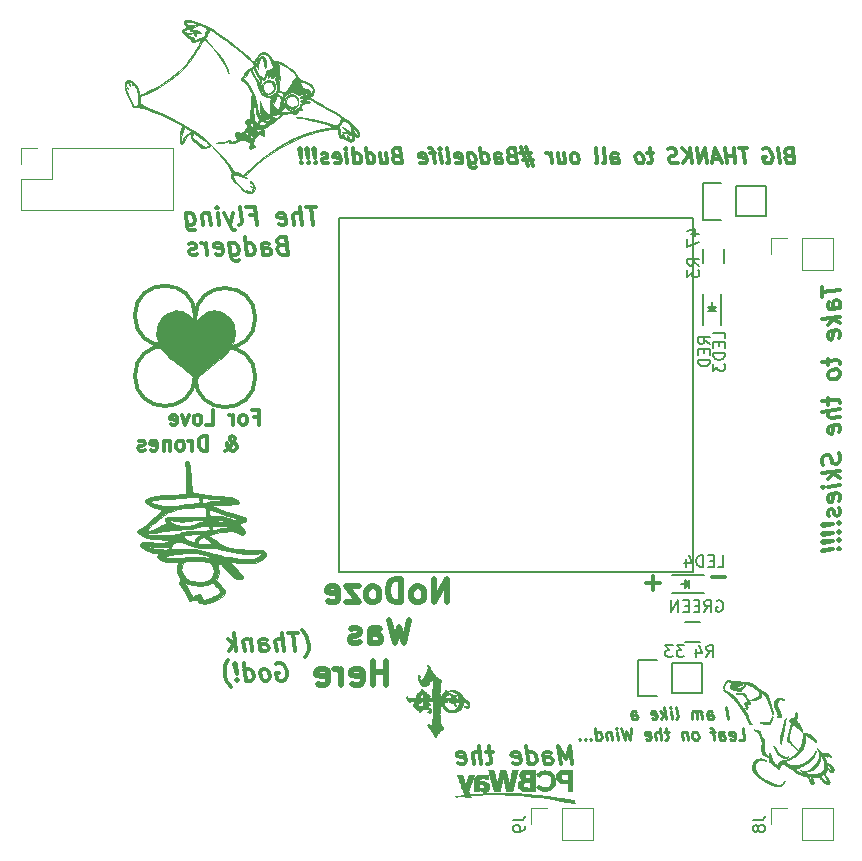
<source format=gbr>
G04 #@! TF.GenerationSoftware,KiCad,Pcbnew,(5.0.0-rc2-dev-26-g0d794b2)*
G04 #@! TF.CreationDate,2018-07-01T21:26:53-07:00*
G04 #@! TF.ProjectId,FlightControlUnitBoard,466C69676874436F6E74726F6C556E69,rev?*
G04 #@! TF.SameCoordinates,Original*
G04 #@! TF.FileFunction,Legend,Bot*
G04 #@! TF.FilePolarity,Positive*
%FSLAX46Y46*%
G04 Gerber Fmt 4.6, Leading zero omitted, Abs format (unit mm)*
G04 Created by KiCad (PCBNEW (5.0.0-rc2-dev-26-g0d794b2)) date Sunday, July 01, 2018 at 09:26:53 PM*
%MOMM*%
%LPD*%
G01*
G04 APERTURE LIST*
%ADD10C,0.300000*%
%ADD11C,0.500000*%
%ADD12C,0.250000*%
%ADD13C,0.200000*%
%ADD14C,0.150000*%
%ADD15C,0.010000*%
%ADD16C,0.120000*%
G04 APERTURE END LIST*
D10*
X164959196Y-107800000D02*
X165021696Y-107728571D01*
X165137767Y-107514285D01*
X165191339Y-107371428D01*
X165235982Y-107157142D01*
X165262767Y-106800000D01*
X165227053Y-106514285D01*
X165110982Y-106157142D01*
X165012767Y-105942857D01*
X164923482Y-105800000D01*
X164753839Y-105585714D01*
X164673482Y-105514285D01*
X164343125Y-105728571D02*
X163485982Y-105728571D01*
X164102053Y-107228571D02*
X163914553Y-105728571D01*
X163173482Y-107228571D02*
X162985982Y-105728571D01*
X162530625Y-107228571D02*
X162432410Y-106442857D01*
X162485982Y-106300000D01*
X162619910Y-106228571D01*
X162834196Y-106228571D01*
X162985982Y-106300000D01*
X163066339Y-106371428D01*
X161173482Y-107228571D02*
X161075267Y-106442857D01*
X161128839Y-106300000D01*
X161262767Y-106228571D01*
X161548482Y-106228571D01*
X161700267Y-106300000D01*
X161164553Y-107157142D02*
X161316339Y-107228571D01*
X161673482Y-107228571D01*
X161807410Y-107157142D01*
X161860982Y-107014285D01*
X161843125Y-106871428D01*
X161753839Y-106728571D01*
X161602053Y-106657142D01*
X161244910Y-106657142D01*
X161093125Y-106585714D01*
X160334196Y-106228571D02*
X160459196Y-107228571D01*
X160352053Y-106371428D02*
X160271696Y-106300000D01*
X160119910Y-106228571D01*
X159905625Y-106228571D01*
X159771696Y-106300000D01*
X159718125Y-106442857D01*
X159816339Y-107228571D01*
X159102053Y-107228571D02*
X158914553Y-105728571D01*
X158887767Y-106657142D02*
X158530625Y-107228571D01*
X158405625Y-106228571D02*
X159048482Y-106800000D01*
X162459196Y-108350000D02*
X162593125Y-108278571D01*
X162807410Y-108278571D01*
X163030625Y-108350000D01*
X163191339Y-108492857D01*
X163280625Y-108635714D01*
X163387767Y-108921428D01*
X163414553Y-109135714D01*
X163378839Y-109421428D01*
X163325267Y-109564285D01*
X163200267Y-109707142D01*
X162994910Y-109778571D01*
X162852053Y-109778571D01*
X162628839Y-109707142D01*
X162548482Y-109635714D01*
X162485982Y-109135714D01*
X162771696Y-109135714D01*
X161709196Y-109778571D02*
X161843125Y-109707142D01*
X161905625Y-109635714D01*
X161959196Y-109492857D01*
X161905625Y-109064285D01*
X161816339Y-108921428D01*
X161735982Y-108850000D01*
X161584196Y-108778571D01*
X161369910Y-108778571D01*
X161235982Y-108850000D01*
X161173482Y-108921428D01*
X161119910Y-109064285D01*
X161173482Y-109492857D01*
X161262767Y-109635714D01*
X161343125Y-109707142D01*
X161494910Y-109778571D01*
X161709196Y-109778571D01*
X159923482Y-109778571D02*
X159735982Y-108278571D01*
X159914553Y-109707142D02*
X160066339Y-109778571D01*
X160352053Y-109778571D01*
X160485982Y-109707142D01*
X160548482Y-109635714D01*
X160602053Y-109492857D01*
X160548482Y-109064285D01*
X160459196Y-108921428D01*
X160378839Y-108850000D01*
X160227053Y-108778571D01*
X159941339Y-108778571D01*
X159807410Y-108850000D01*
X159191339Y-109635714D02*
X159128839Y-109707142D01*
X159209196Y-109778571D01*
X159271696Y-109707142D01*
X159191339Y-109635714D01*
X159209196Y-109778571D01*
X159137767Y-109207142D02*
X159102053Y-108350000D01*
X159021696Y-108278571D01*
X158959196Y-108350000D01*
X159137767Y-109207142D01*
X159021696Y-108278571D01*
X158709196Y-110350000D02*
X158628839Y-110278571D01*
X158459196Y-110064285D01*
X158369910Y-109921428D01*
X158271696Y-109707142D01*
X158155625Y-109350000D01*
X158119910Y-109064285D01*
X158146696Y-108707142D01*
X158191339Y-108492857D01*
X158244910Y-108350000D01*
X158360982Y-108135714D01*
X158423482Y-108064285D01*
D11*
X176997619Y-103129761D02*
X176997619Y-101129761D01*
X175854761Y-103129761D01*
X175854761Y-101129761D01*
X174616666Y-103129761D02*
X174807142Y-103034523D01*
X174902380Y-102939285D01*
X174997619Y-102748809D01*
X174997619Y-102177380D01*
X174902380Y-101986904D01*
X174807142Y-101891666D01*
X174616666Y-101796428D01*
X174330952Y-101796428D01*
X174140476Y-101891666D01*
X174045238Y-101986904D01*
X173950000Y-102177380D01*
X173950000Y-102748809D01*
X174045238Y-102939285D01*
X174140476Y-103034523D01*
X174330952Y-103129761D01*
X174616666Y-103129761D01*
X173092857Y-103129761D02*
X173092857Y-101129761D01*
X172616666Y-101129761D01*
X172330952Y-101225000D01*
X172140476Y-101415476D01*
X172045238Y-101605952D01*
X171950000Y-101986904D01*
X171950000Y-102272619D01*
X172045238Y-102653571D01*
X172140476Y-102844047D01*
X172330952Y-103034523D01*
X172616666Y-103129761D01*
X173092857Y-103129761D01*
X170807142Y-103129761D02*
X170997619Y-103034523D01*
X171092857Y-102939285D01*
X171188095Y-102748809D01*
X171188095Y-102177380D01*
X171092857Y-101986904D01*
X170997619Y-101891666D01*
X170807142Y-101796428D01*
X170521428Y-101796428D01*
X170330952Y-101891666D01*
X170235714Y-101986904D01*
X170140476Y-102177380D01*
X170140476Y-102748809D01*
X170235714Y-102939285D01*
X170330952Y-103034523D01*
X170521428Y-103129761D01*
X170807142Y-103129761D01*
X169473809Y-101796428D02*
X168426190Y-101796428D01*
X169473809Y-103129761D01*
X168426190Y-103129761D01*
X166902380Y-103034523D02*
X167092857Y-103129761D01*
X167473809Y-103129761D01*
X167664285Y-103034523D01*
X167759523Y-102844047D01*
X167759523Y-102082142D01*
X167664285Y-101891666D01*
X167473809Y-101796428D01*
X167092857Y-101796428D01*
X166902380Y-101891666D01*
X166807142Y-102082142D01*
X166807142Y-102272619D01*
X167759523Y-102463095D01*
X173759523Y-104629761D02*
X173283333Y-106629761D01*
X172902380Y-105201190D01*
X172521428Y-106629761D01*
X172045238Y-104629761D01*
X170426190Y-106629761D02*
X170426190Y-105582142D01*
X170521428Y-105391666D01*
X170711904Y-105296428D01*
X171092857Y-105296428D01*
X171283333Y-105391666D01*
X170426190Y-106534523D02*
X170616666Y-106629761D01*
X171092857Y-106629761D01*
X171283333Y-106534523D01*
X171378571Y-106344047D01*
X171378571Y-106153571D01*
X171283333Y-105963095D01*
X171092857Y-105867857D01*
X170616666Y-105867857D01*
X170426190Y-105772619D01*
X169569047Y-106534523D02*
X169378571Y-106629761D01*
X168997619Y-106629761D01*
X168807142Y-106534523D01*
X168711904Y-106344047D01*
X168711904Y-106248809D01*
X168807142Y-106058333D01*
X168997619Y-105963095D01*
X169283333Y-105963095D01*
X169473809Y-105867857D01*
X169569047Y-105677380D01*
X169569047Y-105582142D01*
X169473809Y-105391666D01*
X169283333Y-105296428D01*
X168997619Y-105296428D01*
X168807142Y-105391666D01*
X171807142Y-110129761D02*
X171807142Y-108129761D01*
X171807142Y-109082142D02*
X170664285Y-109082142D01*
X170664285Y-110129761D02*
X170664285Y-108129761D01*
X168950000Y-110034523D02*
X169140476Y-110129761D01*
X169521428Y-110129761D01*
X169711904Y-110034523D01*
X169807142Y-109844047D01*
X169807142Y-109082142D01*
X169711904Y-108891666D01*
X169521428Y-108796428D01*
X169140476Y-108796428D01*
X168950000Y-108891666D01*
X168854761Y-109082142D01*
X168854761Y-109272619D01*
X169807142Y-109463095D01*
X167997619Y-110129761D02*
X167997619Y-108796428D01*
X167997619Y-109177380D02*
X167902380Y-108986904D01*
X167807142Y-108891666D01*
X167616666Y-108796428D01*
X167426190Y-108796428D01*
X165997619Y-110034523D02*
X166188095Y-110129761D01*
X166569047Y-110129761D01*
X166759523Y-110034523D01*
X166854761Y-109844047D01*
X166854761Y-109082142D01*
X166759523Y-108891666D01*
X166569047Y-108796428D01*
X166188095Y-108796428D01*
X165997619Y-108891666D01*
X165902380Y-109082142D01*
X165902380Y-109272619D01*
X166854761Y-109463095D01*
D10*
X187580625Y-116828571D02*
X187393125Y-115328571D01*
X187027053Y-116400000D01*
X186393125Y-115328571D01*
X186580625Y-116828571D01*
X185223482Y-116828571D02*
X185125267Y-116042857D01*
X185178839Y-115900000D01*
X185312767Y-115828571D01*
X185598482Y-115828571D01*
X185750267Y-115900000D01*
X185214553Y-116757142D02*
X185366339Y-116828571D01*
X185723482Y-116828571D01*
X185857410Y-116757142D01*
X185910982Y-116614285D01*
X185893125Y-116471428D01*
X185803839Y-116328571D01*
X185652053Y-116257142D01*
X185294910Y-116257142D01*
X185143125Y-116185714D01*
X183866339Y-116828571D02*
X183678839Y-115328571D01*
X183857410Y-116757142D02*
X184009196Y-116828571D01*
X184294910Y-116828571D01*
X184428839Y-116757142D01*
X184491339Y-116685714D01*
X184544910Y-116542857D01*
X184491339Y-116114285D01*
X184402053Y-115971428D01*
X184321696Y-115900000D01*
X184169910Y-115828571D01*
X183884196Y-115828571D01*
X183750267Y-115900000D01*
X182571696Y-116757142D02*
X182723482Y-116828571D01*
X183009196Y-116828571D01*
X183143125Y-116757142D01*
X183196696Y-116614285D01*
X183125267Y-116042857D01*
X183035982Y-115900000D01*
X182884196Y-115828571D01*
X182598482Y-115828571D01*
X182464553Y-115900000D01*
X182410982Y-116042857D01*
X182428839Y-116185714D01*
X183160982Y-116328571D01*
X180812767Y-115828571D02*
X180241339Y-115828571D01*
X180535982Y-115328571D02*
X180696696Y-116614285D01*
X180643125Y-116757142D01*
X180509196Y-116828571D01*
X180366339Y-116828571D01*
X179866339Y-116828571D02*
X179678839Y-115328571D01*
X179223482Y-116828571D02*
X179125267Y-116042857D01*
X179178839Y-115900000D01*
X179312767Y-115828571D01*
X179527053Y-115828571D01*
X179678839Y-115900000D01*
X179759196Y-115971428D01*
X177928839Y-116757142D02*
X178080625Y-116828571D01*
X178366339Y-116828571D01*
X178500267Y-116757142D01*
X178553839Y-116614285D01*
X178482410Y-116042857D01*
X178393125Y-115900000D01*
X178241339Y-115828571D01*
X177955625Y-115828571D01*
X177821696Y-115900000D01*
X177768125Y-116042857D01*
X177785982Y-116185714D01*
X178518125Y-116328571D01*
X160634714Y-87469214D02*
X161051380Y-87469214D01*
X161051380Y-88123976D02*
X161051380Y-86873976D01*
X160456142Y-86873976D01*
X159801380Y-88123976D02*
X159920428Y-88064452D01*
X159979952Y-88004928D01*
X160039476Y-87885880D01*
X160039476Y-87528738D01*
X159979952Y-87409690D01*
X159920428Y-87350166D01*
X159801380Y-87290642D01*
X159622809Y-87290642D01*
X159503761Y-87350166D01*
X159444238Y-87409690D01*
X159384714Y-87528738D01*
X159384714Y-87885880D01*
X159444238Y-88004928D01*
X159503761Y-88064452D01*
X159622809Y-88123976D01*
X159801380Y-88123976D01*
X158849000Y-88123976D02*
X158849000Y-87290642D01*
X158849000Y-87528738D02*
X158789476Y-87409690D01*
X158729952Y-87350166D01*
X158610904Y-87290642D01*
X158491857Y-87290642D01*
X156527571Y-88123976D02*
X157122809Y-88123976D01*
X157122809Y-86873976D01*
X155932333Y-88123976D02*
X156051380Y-88064452D01*
X156110904Y-88004928D01*
X156170428Y-87885880D01*
X156170428Y-87528738D01*
X156110904Y-87409690D01*
X156051380Y-87350166D01*
X155932333Y-87290642D01*
X155753761Y-87290642D01*
X155634714Y-87350166D01*
X155575190Y-87409690D01*
X155515666Y-87528738D01*
X155515666Y-87885880D01*
X155575190Y-88004928D01*
X155634714Y-88064452D01*
X155753761Y-88123976D01*
X155932333Y-88123976D01*
X155099000Y-87290642D02*
X154801380Y-88123976D01*
X154503761Y-87290642D01*
X153551380Y-88064452D02*
X153670428Y-88123976D01*
X153908523Y-88123976D01*
X154027571Y-88064452D01*
X154087095Y-87945404D01*
X154087095Y-87469214D01*
X154027571Y-87350166D01*
X153908523Y-87290642D01*
X153670428Y-87290642D01*
X153551380Y-87350166D01*
X153491857Y-87469214D01*
X153491857Y-87588261D01*
X154087095Y-87707309D01*
X158134714Y-90298976D02*
X158194238Y-90298976D01*
X158313285Y-90239452D01*
X158491857Y-90060880D01*
X158789476Y-89703738D01*
X158908523Y-89525166D01*
X158968047Y-89346595D01*
X158968047Y-89227547D01*
X158908523Y-89108500D01*
X158789476Y-89048976D01*
X158729952Y-89048976D01*
X158610904Y-89108500D01*
X158551380Y-89227547D01*
X158551380Y-89287071D01*
X158610904Y-89406119D01*
X158670428Y-89465642D01*
X159027571Y-89703738D01*
X159087095Y-89763261D01*
X159146619Y-89882309D01*
X159146619Y-90060880D01*
X159087095Y-90179928D01*
X159027571Y-90239452D01*
X158908523Y-90298976D01*
X158729952Y-90298976D01*
X158610904Y-90239452D01*
X158551380Y-90179928D01*
X158372809Y-89941833D01*
X158313285Y-89763261D01*
X158313285Y-89644214D01*
X156646619Y-90298976D02*
X156646619Y-89048976D01*
X156349000Y-89048976D01*
X156170428Y-89108500D01*
X156051380Y-89227547D01*
X155991857Y-89346595D01*
X155932333Y-89584690D01*
X155932333Y-89763261D01*
X155991857Y-90001357D01*
X156051380Y-90120404D01*
X156170428Y-90239452D01*
X156349000Y-90298976D01*
X156646619Y-90298976D01*
X155396619Y-90298976D02*
X155396619Y-89465642D01*
X155396619Y-89703738D02*
X155337095Y-89584690D01*
X155277571Y-89525166D01*
X155158523Y-89465642D01*
X155039476Y-89465642D01*
X154444238Y-90298976D02*
X154563285Y-90239452D01*
X154622809Y-90179928D01*
X154682333Y-90060880D01*
X154682333Y-89703738D01*
X154622809Y-89584690D01*
X154563285Y-89525166D01*
X154444238Y-89465642D01*
X154265666Y-89465642D01*
X154146619Y-89525166D01*
X154087095Y-89584690D01*
X154027571Y-89703738D01*
X154027571Y-90060880D01*
X154087095Y-90179928D01*
X154146619Y-90239452D01*
X154265666Y-90298976D01*
X154444238Y-90298976D01*
X153491857Y-89465642D02*
X153491857Y-90298976D01*
X153491857Y-89584690D02*
X153432333Y-89525166D01*
X153313285Y-89465642D01*
X153134714Y-89465642D01*
X153015666Y-89525166D01*
X152956142Y-89644214D01*
X152956142Y-90298976D01*
X151884714Y-90239452D02*
X152003761Y-90298976D01*
X152241857Y-90298976D01*
X152360904Y-90239452D01*
X152420428Y-90120404D01*
X152420428Y-89644214D01*
X152360904Y-89525166D01*
X152241857Y-89465642D01*
X152003761Y-89465642D01*
X151884714Y-89525166D01*
X151825190Y-89644214D01*
X151825190Y-89763261D01*
X152420428Y-89882309D01*
X151349000Y-90239452D02*
X151229952Y-90298976D01*
X150991857Y-90298976D01*
X150872809Y-90239452D01*
X150813285Y-90120404D01*
X150813285Y-90060880D01*
X150872809Y-89941833D01*
X150991857Y-89882309D01*
X151170428Y-89882309D01*
X151289476Y-89822785D01*
X151349000Y-89703738D01*
X151349000Y-89644214D01*
X151289476Y-89525166D01*
X151170428Y-89465642D01*
X150991857Y-89465642D01*
X150872809Y-89525166D01*
X194971428Y-101507142D02*
X193828571Y-101507142D01*
X194400000Y-102078571D02*
X194400000Y-100935714D01*
X200521428Y-100982142D02*
X199378571Y-100982142D01*
X205879642Y-65315714D02*
X205708511Y-65375238D01*
X205656428Y-65434761D01*
X205611785Y-65553809D01*
X205634107Y-65732380D01*
X205708511Y-65851428D01*
X205775476Y-65910952D01*
X205901964Y-65970476D01*
X206378154Y-65970476D01*
X206221904Y-64720476D01*
X205805238Y-64720476D01*
X205693630Y-64780000D01*
X205641547Y-64839523D01*
X205596904Y-64958571D01*
X205611785Y-65077619D01*
X205686190Y-65196666D01*
X205753154Y-65256190D01*
X205879642Y-65315714D01*
X206296309Y-65315714D01*
X205128154Y-65970476D02*
X204971904Y-64720476D01*
X203729345Y-64780000D02*
X203840952Y-64720476D01*
X204019523Y-64720476D01*
X204205535Y-64780000D01*
X204339464Y-64899047D01*
X204413869Y-65018095D01*
X204503154Y-65256190D01*
X204525476Y-65434761D01*
X204495714Y-65672857D01*
X204451071Y-65791904D01*
X204346904Y-65910952D01*
X204175773Y-65970476D01*
X204056726Y-65970476D01*
X203870714Y-65910952D01*
X203803750Y-65851428D01*
X203751666Y-65434761D01*
X203989761Y-65434761D01*
X202352857Y-64720476D02*
X201638571Y-64720476D01*
X202151964Y-65970476D02*
X201995714Y-64720476D01*
X201378154Y-65970476D02*
X201221904Y-64720476D01*
X201296309Y-65315714D02*
X200582023Y-65315714D01*
X200663869Y-65970476D02*
X200507619Y-64720476D01*
X200083511Y-65613333D02*
X199488273Y-65613333D01*
X200247202Y-65970476D02*
X199674285Y-64720476D01*
X199413869Y-65970476D01*
X198997202Y-65970476D02*
X198840952Y-64720476D01*
X198282916Y-65970476D01*
X198126666Y-64720476D01*
X197687678Y-65970476D02*
X197531428Y-64720476D01*
X196973392Y-65970476D02*
X197419821Y-65256190D01*
X196817142Y-64720476D02*
X197620714Y-65434761D01*
X196489761Y-65910952D02*
X196318630Y-65970476D01*
X196021011Y-65970476D01*
X195894523Y-65910952D01*
X195827559Y-65851428D01*
X195753154Y-65732380D01*
X195738273Y-65613333D01*
X195782916Y-65494285D01*
X195835000Y-65434761D01*
X195946607Y-65375238D01*
X196177261Y-65315714D01*
X196288869Y-65256190D01*
X196340952Y-65196666D01*
X196385595Y-65077619D01*
X196370714Y-64958571D01*
X196296309Y-64839523D01*
X196229345Y-64780000D01*
X196102857Y-64720476D01*
X195805238Y-64720476D01*
X195634107Y-64780000D01*
X194369226Y-65137142D02*
X193893035Y-65137142D01*
X194138571Y-64720476D02*
X194272500Y-65791904D01*
X194227857Y-65910952D01*
X194116250Y-65970476D01*
X193997202Y-65970476D01*
X193401964Y-65970476D02*
X193513571Y-65910952D01*
X193565654Y-65851428D01*
X193610297Y-65732380D01*
X193565654Y-65375238D01*
X193491250Y-65256190D01*
X193424285Y-65196666D01*
X193297797Y-65137142D01*
X193119226Y-65137142D01*
X193007619Y-65196666D01*
X192955535Y-65256190D01*
X192910892Y-65375238D01*
X192955535Y-65732380D01*
X193029940Y-65851428D01*
X193096904Y-65910952D01*
X193223392Y-65970476D01*
X193401964Y-65970476D01*
X190961488Y-65970476D02*
X190879642Y-65315714D01*
X190924285Y-65196666D01*
X191035892Y-65137142D01*
X191273988Y-65137142D01*
X191400476Y-65196666D01*
X190954047Y-65910952D02*
X191080535Y-65970476D01*
X191378154Y-65970476D01*
X191489761Y-65910952D01*
X191534404Y-65791904D01*
X191519523Y-65672857D01*
X191445119Y-65553809D01*
X191318630Y-65494285D01*
X191021011Y-65494285D01*
X190894523Y-65434761D01*
X190187678Y-65970476D02*
X190299285Y-65910952D01*
X190343928Y-65791904D01*
X190210000Y-64720476D01*
X189532916Y-65970476D02*
X189644523Y-65910952D01*
X189689166Y-65791904D01*
X189555238Y-64720476D01*
X187925773Y-65970476D02*
X188037380Y-65910952D01*
X188089464Y-65851428D01*
X188134107Y-65732380D01*
X188089464Y-65375238D01*
X188015059Y-65256190D01*
X187948095Y-65196666D01*
X187821607Y-65137142D01*
X187643035Y-65137142D01*
X187531428Y-65196666D01*
X187479345Y-65256190D01*
X187434702Y-65375238D01*
X187479345Y-65732380D01*
X187553750Y-65851428D01*
X187620714Y-65910952D01*
X187747202Y-65970476D01*
X187925773Y-65970476D01*
X186333511Y-65137142D02*
X186437678Y-65970476D01*
X186869226Y-65137142D02*
X186951071Y-65791904D01*
X186906428Y-65910952D01*
X186794821Y-65970476D01*
X186616250Y-65970476D01*
X186489761Y-65910952D01*
X186422797Y-65851428D01*
X185842440Y-65970476D02*
X185738273Y-65137142D01*
X185768035Y-65375238D02*
X185693630Y-65256190D01*
X185626666Y-65196666D01*
X185500178Y-65137142D01*
X185381130Y-65137142D01*
X184071607Y-65137142D02*
X183178750Y-65137142D01*
X183647500Y-64601428D02*
X184205535Y-66208571D01*
X183364761Y-65672857D02*
X184257619Y-65672857D01*
X183788869Y-66208571D02*
X183230833Y-64601428D01*
X182367738Y-65315714D02*
X182196607Y-65375238D01*
X182144523Y-65434761D01*
X182099880Y-65553809D01*
X182122202Y-65732380D01*
X182196607Y-65851428D01*
X182263571Y-65910952D01*
X182390059Y-65970476D01*
X182866250Y-65970476D01*
X182710000Y-64720476D01*
X182293333Y-64720476D01*
X182181726Y-64780000D01*
X182129642Y-64839523D01*
X182085000Y-64958571D01*
X182099880Y-65077619D01*
X182174285Y-65196666D01*
X182241250Y-65256190D01*
X182367738Y-65315714D01*
X182784404Y-65315714D01*
X181080535Y-65970476D02*
X180998690Y-65315714D01*
X181043333Y-65196666D01*
X181154940Y-65137142D01*
X181393035Y-65137142D01*
X181519523Y-65196666D01*
X181073095Y-65910952D02*
X181199583Y-65970476D01*
X181497202Y-65970476D01*
X181608809Y-65910952D01*
X181653452Y-65791904D01*
X181638571Y-65672857D01*
X181564166Y-65553809D01*
X181437678Y-65494285D01*
X181140059Y-65494285D01*
X181013571Y-65434761D01*
X179949583Y-65970476D02*
X179793333Y-64720476D01*
X179942142Y-65910952D02*
X180068630Y-65970476D01*
X180306726Y-65970476D01*
X180418333Y-65910952D01*
X180470416Y-65851428D01*
X180515059Y-65732380D01*
X180470416Y-65375238D01*
X180396011Y-65256190D01*
X180329047Y-65196666D01*
X180202559Y-65137142D01*
X179964464Y-65137142D01*
X179852857Y-65196666D01*
X178714464Y-65137142D02*
X178840952Y-66149047D01*
X178915357Y-66268095D01*
X178982321Y-66327619D01*
X179108809Y-66387142D01*
X179287380Y-66387142D01*
X179398988Y-66327619D01*
X178811190Y-65910952D02*
X178937678Y-65970476D01*
X179175773Y-65970476D01*
X179287380Y-65910952D01*
X179339464Y-65851428D01*
X179384107Y-65732380D01*
X179339464Y-65375238D01*
X179265059Y-65256190D01*
X179198095Y-65196666D01*
X179071607Y-65137142D01*
X178833511Y-65137142D01*
X178721904Y-65196666D01*
X177739761Y-65910952D02*
X177866250Y-65970476D01*
X178104345Y-65970476D01*
X178215952Y-65910952D01*
X178260595Y-65791904D01*
X178201071Y-65315714D01*
X178126666Y-65196666D01*
X178000178Y-65137142D01*
X177762083Y-65137142D01*
X177650476Y-65196666D01*
X177605833Y-65315714D01*
X177620714Y-65434761D01*
X178230833Y-65553809D01*
X176973392Y-65970476D02*
X177085000Y-65910952D01*
X177129642Y-65791904D01*
X176995714Y-64720476D01*
X176497202Y-65970476D02*
X176393035Y-65137142D01*
X176340952Y-64720476D02*
X176407916Y-64780000D01*
X176355833Y-64839523D01*
X176288869Y-64780000D01*
X176340952Y-64720476D01*
X176355833Y-64839523D01*
X175976369Y-65137142D02*
X175500178Y-65137142D01*
X175901964Y-65970476D02*
X175768035Y-64899047D01*
X175693630Y-64780000D01*
X175567142Y-64720476D01*
X175448095Y-64720476D01*
X174704047Y-65910952D02*
X174830535Y-65970476D01*
X175068630Y-65970476D01*
X175180238Y-65910952D01*
X175224880Y-65791904D01*
X175165357Y-65315714D01*
X175090952Y-65196666D01*
X174964464Y-65137142D01*
X174726369Y-65137142D01*
X174614761Y-65196666D01*
X174570119Y-65315714D01*
X174585000Y-65434761D01*
X175195119Y-65553809D01*
X172665357Y-65315714D02*
X172494226Y-65375238D01*
X172442142Y-65434761D01*
X172397500Y-65553809D01*
X172419821Y-65732380D01*
X172494226Y-65851428D01*
X172561190Y-65910952D01*
X172687678Y-65970476D01*
X173163869Y-65970476D01*
X173007619Y-64720476D01*
X172590952Y-64720476D01*
X172479345Y-64780000D01*
X172427261Y-64839523D01*
X172382619Y-64958571D01*
X172397500Y-65077619D01*
X172471904Y-65196666D01*
X172538869Y-65256190D01*
X172665357Y-65315714D01*
X173082023Y-65315714D01*
X171273988Y-65137142D02*
X171378154Y-65970476D01*
X171809702Y-65137142D02*
X171891547Y-65791904D01*
X171846904Y-65910952D01*
X171735297Y-65970476D01*
X171556726Y-65970476D01*
X171430238Y-65910952D01*
X171363273Y-65851428D01*
X170247202Y-65970476D02*
X170090952Y-64720476D01*
X170239761Y-65910952D02*
X170366250Y-65970476D01*
X170604345Y-65970476D01*
X170715952Y-65910952D01*
X170768035Y-65851428D01*
X170812678Y-65732380D01*
X170768035Y-65375238D01*
X170693630Y-65256190D01*
X170626666Y-65196666D01*
X170500178Y-65137142D01*
X170262083Y-65137142D01*
X170150476Y-65196666D01*
X169116250Y-65970476D02*
X168960000Y-64720476D01*
X169108809Y-65910952D02*
X169235297Y-65970476D01*
X169473392Y-65970476D01*
X169585000Y-65910952D01*
X169637083Y-65851428D01*
X169681726Y-65732380D01*
X169637083Y-65375238D01*
X169562678Y-65256190D01*
X169495714Y-65196666D01*
X169369226Y-65137142D01*
X169131130Y-65137142D01*
X169019523Y-65196666D01*
X168521011Y-65970476D02*
X168416845Y-65137142D01*
X168364761Y-64720476D02*
X168431726Y-64780000D01*
X168379642Y-64839523D01*
X168312678Y-64780000D01*
X168364761Y-64720476D01*
X168379642Y-64839523D01*
X167442142Y-65910952D02*
X167568630Y-65970476D01*
X167806726Y-65970476D01*
X167918333Y-65910952D01*
X167962976Y-65791904D01*
X167903452Y-65315714D01*
X167829047Y-65196666D01*
X167702559Y-65137142D01*
X167464464Y-65137142D01*
X167352857Y-65196666D01*
X167308214Y-65315714D01*
X167323095Y-65434761D01*
X167933214Y-65553809D01*
X166906428Y-65910952D02*
X166794821Y-65970476D01*
X166556726Y-65970476D01*
X166430238Y-65910952D01*
X166355833Y-65791904D01*
X166348392Y-65732380D01*
X166393035Y-65613333D01*
X166504642Y-65553809D01*
X166683214Y-65553809D01*
X166794821Y-65494285D01*
X166839464Y-65375238D01*
X166832023Y-65315714D01*
X166757619Y-65196666D01*
X166631130Y-65137142D01*
X166452559Y-65137142D01*
X166340952Y-65196666D01*
X165827559Y-65851428D02*
X165775476Y-65910952D01*
X165842440Y-65970476D01*
X165894523Y-65910952D01*
X165827559Y-65851428D01*
X165842440Y-65970476D01*
X165782916Y-65494285D02*
X165753154Y-64780000D01*
X165686190Y-64720476D01*
X165634107Y-64780000D01*
X165782916Y-65494285D01*
X165686190Y-64720476D01*
X165232321Y-65851428D02*
X165180238Y-65910952D01*
X165247202Y-65970476D01*
X165299285Y-65910952D01*
X165232321Y-65851428D01*
X165247202Y-65970476D01*
X165187678Y-65494285D02*
X165157916Y-64780000D01*
X165090952Y-64720476D01*
X165038869Y-64780000D01*
X165187678Y-65494285D01*
X165090952Y-64720476D01*
X164637083Y-65851428D02*
X164585000Y-65910952D01*
X164651964Y-65970476D01*
X164704047Y-65910952D01*
X164637083Y-65851428D01*
X164651964Y-65970476D01*
X164592440Y-65494285D02*
X164562678Y-64780000D01*
X164495714Y-64720476D01*
X164443630Y-64780000D01*
X164592440Y-65494285D01*
X164495714Y-64720476D01*
X208728571Y-76422589D02*
X208728571Y-77279732D01*
X210228571Y-76663660D02*
X208728571Y-76851160D01*
X210228571Y-78235089D02*
X209442857Y-78333303D01*
X209300000Y-78279732D01*
X209228571Y-78145803D01*
X209228571Y-77860089D01*
X209300000Y-77708303D01*
X210157142Y-78244017D02*
X210228571Y-78092232D01*
X210228571Y-77735089D01*
X210157142Y-77601160D01*
X210014285Y-77547589D01*
X209871428Y-77565446D01*
X209728571Y-77654732D01*
X209657142Y-77806517D01*
X209657142Y-78163660D01*
X209585714Y-78315446D01*
X210228571Y-78949375D02*
X208728571Y-79136875D01*
X209657142Y-79163660D02*
X210228571Y-79520803D01*
X209228571Y-79645803D02*
X209800000Y-79002946D01*
X210157142Y-80744017D02*
X210228571Y-80592232D01*
X210228571Y-80306517D01*
X210157142Y-80172589D01*
X210014285Y-80119017D01*
X209442857Y-80190446D01*
X209300000Y-80279732D01*
X209228571Y-80431517D01*
X209228571Y-80717232D01*
X209300000Y-80851160D01*
X209442857Y-80904732D01*
X209585714Y-80886875D01*
X209728571Y-80154732D01*
X209228571Y-82502946D02*
X209228571Y-83074375D01*
X208728571Y-82779732D02*
X210014285Y-82619017D01*
X210157142Y-82672589D01*
X210228571Y-82806517D01*
X210228571Y-82949375D01*
X210228571Y-83663660D02*
X210157142Y-83529732D01*
X210085714Y-83467232D01*
X209942857Y-83413660D01*
X209514285Y-83467232D01*
X209371428Y-83556517D01*
X209300000Y-83636875D01*
X209228571Y-83788660D01*
X209228571Y-84002946D01*
X209300000Y-84136875D01*
X209371428Y-84199375D01*
X209514285Y-84252946D01*
X209942857Y-84199375D01*
X210085714Y-84110089D01*
X210157142Y-84029732D01*
X210228571Y-83877946D01*
X210228571Y-83663660D01*
X209228571Y-85860089D02*
X209228571Y-86431517D01*
X208728571Y-86136875D02*
X210014285Y-85976160D01*
X210157142Y-86029732D01*
X210228571Y-86163660D01*
X210228571Y-86306517D01*
X210228571Y-86806517D02*
X208728571Y-86994017D01*
X210228571Y-87449375D02*
X209442857Y-87547589D01*
X209300000Y-87494017D01*
X209228571Y-87360089D01*
X209228571Y-87145803D01*
X209300000Y-86994017D01*
X209371428Y-86913660D01*
X210157142Y-88744017D02*
X210228571Y-88592232D01*
X210228571Y-88306517D01*
X210157142Y-88172589D01*
X210014285Y-88119017D01*
X209442857Y-88190446D01*
X209300000Y-88279732D01*
X209228571Y-88431517D01*
X209228571Y-88717232D01*
X209300000Y-88851160D01*
X209442857Y-88904732D01*
X209585714Y-88886875D01*
X209728571Y-88154732D01*
X210157142Y-90529732D02*
X210228571Y-90735089D01*
X210228571Y-91092232D01*
X210157142Y-91244017D01*
X210085714Y-91324375D01*
X209942857Y-91413660D01*
X209800000Y-91431517D01*
X209657142Y-91377946D01*
X209585714Y-91315446D01*
X209514285Y-91181517D01*
X209442857Y-90904732D01*
X209371428Y-90770803D01*
X209300000Y-90708303D01*
X209157142Y-90654732D01*
X209014285Y-90672589D01*
X208871428Y-90761875D01*
X208800000Y-90842232D01*
X208728571Y-90994017D01*
X208728571Y-91351160D01*
X208800000Y-91556517D01*
X210228571Y-92020803D02*
X208728571Y-92208303D01*
X209657142Y-92235089D02*
X210228571Y-92592232D01*
X209228571Y-92717232D02*
X209800000Y-92074375D01*
X210228571Y-93235089D02*
X209228571Y-93360089D01*
X208728571Y-93422589D02*
X208800000Y-93342232D01*
X208871428Y-93404732D01*
X208800000Y-93485089D01*
X208728571Y-93422589D01*
X208871428Y-93404732D01*
X210157142Y-94529732D02*
X210228571Y-94377946D01*
X210228571Y-94092232D01*
X210157142Y-93958303D01*
X210014285Y-93904732D01*
X209442857Y-93976160D01*
X209300000Y-94065446D01*
X209228571Y-94217232D01*
X209228571Y-94502946D01*
X209300000Y-94636875D01*
X209442857Y-94690446D01*
X209585714Y-94672589D01*
X209728571Y-93940446D01*
X210157142Y-95172589D02*
X210228571Y-95306517D01*
X210228571Y-95592232D01*
X210157142Y-95744017D01*
X210014285Y-95833303D01*
X209942857Y-95842232D01*
X209800000Y-95788660D01*
X209728571Y-95654732D01*
X209728571Y-95440446D01*
X209657142Y-95306517D01*
X209514285Y-95252946D01*
X209442857Y-95261875D01*
X209300000Y-95351160D01*
X209228571Y-95502946D01*
X209228571Y-95717232D01*
X209300000Y-95851160D01*
X210085714Y-96467232D02*
X210157142Y-96529732D01*
X210228571Y-96449375D01*
X210157142Y-96386875D01*
X210085714Y-96467232D01*
X210228571Y-96449375D01*
X209657142Y-96520803D02*
X208800000Y-96556517D01*
X208728571Y-96636875D01*
X208800000Y-96699375D01*
X209657142Y-96520803D01*
X208728571Y-96636875D01*
X210085714Y-97181517D02*
X210157142Y-97244017D01*
X210228571Y-97163660D01*
X210157142Y-97101160D01*
X210085714Y-97181517D01*
X210228571Y-97163660D01*
X209657142Y-97235089D02*
X208800000Y-97270803D01*
X208728571Y-97351160D01*
X208800000Y-97413660D01*
X209657142Y-97235089D01*
X208728571Y-97351160D01*
X210085714Y-97895803D02*
X210157142Y-97958303D01*
X210228571Y-97877946D01*
X210157142Y-97815446D01*
X210085714Y-97895803D01*
X210228571Y-97877946D01*
X209657142Y-97949375D02*
X208800000Y-97985089D01*
X208728571Y-98065446D01*
X208800000Y-98127946D01*
X209657142Y-97949375D01*
X208728571Y-98065446D01*
X210085714Y-98610089D02*
X210157142Y-98672589D01*
X210228571Y-98592232D01*
X210157142Y-98529732D01*
X210085714Y-98610089D01*
X210228571Y-98592232D01*
X209657142Y-98663660D02*
X208800000Y-98699375D01*
X208728571Y-98779732D01*
X208800000Y-98842232D01*
X209657142Y-98663660D01*
X208728571Y-98779732D01*
X165835714Y-69658571D02*
X164978571Y-69658571D01*
X165594642Y-71158571D02*
X165407142Y-69658571D01*
X164666071Y-71158571D02*
X164478571Y-69658571D01*
X164023214Y-71158571D02*
X163925000Y-70372857D01*
X163978571Y-70230000D01*
X164112500Y-70158571D01*
X164326785Y-70158571D01*
X164478571Y-70230000D01*
X164558928Y-70301428D01*
X162728571Y-71087142D02*
X162880357Y-71158571D01*
X163166071Y-71158571D01*
X163300000Y-71087142D01*
X163353571Y-70944285D01*
X163282142Y-70372857D01*
X163192857Y-70230000D01*
X163041071Y-70158571D01*
X162755357Y-70158571D01*
X162621428Y-70230000D01*
X162567857Y-70372857D01*
X162585714Y-70515714D01*
X163317857Y-70658571D01*
X160282142Y-70372857D02*
X160782142Y-70372857D01*
X160880357Y-71158571D02*
X160692857Y-69658571D01*
X159978571Y-69658571D01*
X159380357Y-71158571D02*
X159514285Y-71087142D01*
X159567857Y-70944285D01*
X159407142Y-69658571D01*
X158826785Y-70158571D02*
X158594642Y-71158571D01*
X158112500Y-70158571D02*
X158594642Y-71158571D01*
X158782142Y-71515714D01*
X158862500Y-71587142D01*
X159014285Y-71658571D01*
X157666071Y-71158571D02*
X157541071Y-70158571D01*
X157478571Y-69658571D02*
X157558928Y-69730000D01*
X157496428Y-69801428D01*
X157416071Y-69730000D01*
X157478571Y-69658571D01*
X157496428Y-69801428D01*
X156826785Y-70158571D02*
X156951785Y-71158571D01*
X156844642Y-70301428D02*
X156764285Y-70230000D01*
X156612500Y-70158571D01*
X156398214Y-70158571D01*
X156264285Y-70230000D01*
X156210714Y-70372857D01*
X156308928Y-71158571D01*
X154826785Y-70158571D02*
X154978571Y-71372857D01*
X155067857Y-71515714D01*
X155148214Y-71587142D01*
X155300000Y-71658571D01*
X155514285Y-71658571D01*
X155648214Y-71587142D01*
X154942857Y-71087142D02*
X155094642Y-71158571D01*
X155380357Y-71158571D01*
X155514285Y-71087142D01*
X155576785Y-71015714D01*
X155630357Y-70872857D01*
X155576785Y-70444285D01*
X155487500Y-70301428D01*
X155407142Y-70230000D01*
X155255357Y-70158571D01*
X154969642Y-70158571D01*
X154835714Y-70230000D01*
X162925000Y-72922857D02*
X162719642Y-72994285D01*
X162657142Y-73065714D01*
X162603571Y-73208571D01*
X162630357Y-73422857D01*
X162719642Y-73565714D01*
X162800000Y-73637142D01*
X162951785Y-73708571D01*
X163523214Y-73708571D01*
X163335714Y-72208571D01*
X162835714Y-72208571D01*
X162701785Y-72280000D01*
X162639285Y-72351428D01*
X162585714Y-72494285D01*
X162603571Y-72637142D01*
X162692857Y-72780000D01*
X162773214Y-72851428D01*
X162925000Y-72922857D01*
X163425000Y-72922857D01*
X161380357Y-73708571D02*
X161282142Y-72922857D01*
X161335714Y-72780000D01*
X161469642Y-72708571D01*
X161755357Y-72708571D01*
X161907142Y-72780000D01*
X161371428Y-73637142D02*
X161523214Y-73708571D01*
X161880357Y-73708571D01*
X162014285Y-73637142D01*
X162067857Y-73494285D01*
X162050000Y-73351428D01*
X161960714Y-73208571D01*
X161808928Y-73137142D01*
X161451785Y-73137142D01*
X161300000Y-73065714D01*
X160023214Y-73708571D02*
X159835714Y-72208571D01*
X160014285Y-73637142D02*
X160166071Y-73708571D01*
X160451785Y-73708571D01*
X160585714Y-73637142D01*
X160648214Y-73565714D01*
X160701785Y-73422857D01*
X160648214Y-72994285D01*
X160558928Y-72851428D01*
X160478571Y-72780000D01*
X160326785Y-72708571D01*
X160041071Y-72708571D01*
X159907142Y-72780000D01*
X158541071Y-72708571D02*
X158692857Y-73922857D01*
X158782142Y-74065714D01*
X158862500Y-74137142D01*
X159014285Y-74208571D01*
X159228571Y-74208571D01*
X159362500Y-74137142D01*
X158657142Y-73637142D02*
X158808928Y-73708571D01*
X159094642Y-73708571D01*
X159228571Y-73637142D01*
X159291071Y-73565714D01*
X159344642Y-73422857D01*
X159291071Y-72994285D01*
X159201785Y-72851428D01*
X159121428Y-72780000D01*
X158969642Y-72708571D01*
X158683928Y-72708571D01*
X158550000Y-72780000D01*
X157371428Y-73637142D02*
X157523214Y-73708571D01*
X157808928Y-73708571D01*
X157942857Y-73637142D01*
X157996428Y-73494285D01*
X157925000Y-72922857D01*
X157835714Y-72780000D01*
X157683928Y-72708571D01*
X157398214Y-72708571D01*
X157264285Y-72780000D01*
X157210714Y-72922857D01*
X157228571Y-73065714D01*
X157960714Y-73208571D01*
X156666071Y-73708571D02*
X156541071Y-72708571D01*
X156576785Y-72994285D02*
X156487500Y-72851428D01*
X156407142Y-72780000D01*
X156255357Y-72708571D01*
X156112500Y-72708571D01*
X155800000Y-73637142D02*
X155666071Y-73708571D01*
X155380357Y-73708571D01*
X155228571Y-73637142D01*
X155139285Y-73494285D01*
X155130357Y-73422857D01*
X155183928Y-73280000D01*
X155317857Y-73208571D01*
X155532142Y-73208571D01*
X155666071Y-73137142D01*
X155719642Y-72994285D01*
X155710714Y-72922857D01*
X155621428Y-72780000D01*
X155469642Y-72708571D01*
X155255357Y-72708571D01*
X155121428Y-72780000D01*
D12*
X200730431Y-113027380D02*
X200605431Y-112027380D01*
X199063764Y-113027380D02*
X198998288Y-112503571D01*
X199034002Y-112408333D01*
X199123288Y-112360714D01*
X199313764Y-112360714D01*
X199414955Y-112408333D01*
X199057812Y-112979761D02*
X199159002Y-113027380D01*
X199397098Y-113027380D01*
X199486383Y-112979761D01*
X199522098Y-112884523D01*
X199510193Y-112789285D01*
X199450669Y-112694047D01*
X199349479Y-112646428D01*
X199111383Y-112646428D01*
X199010193Y-112598809D01*
X198587574Y-113027380D02*
X198504241Y-112360714D01*
X198516145Y-112455952D02*
X198462574Y-112408333D01*
X198361383Y-112360714D01*
X198218526Y-112360714D01*
X198129241Y-112408333D01*
X198093526Y-112503571D01*
X198159002Y-113027380D01*
X198093526Y-112503571D02*
X198034002Y-112408333D01*
X197932812Y-112360714D01*
X197789955Y-112360714D01*
X197700669Y-112408333D01*
X197664955Y-112503571D01*
X197730431Y-113027380D01*
X196349479Y-113027380D02*
X196438764Y-112979761D01*
X196474479Y-112884523D01*
X196367336Y-112027380D01*
X195968526Y-113027380D02*
X195885193Y-112360714D01*
X195843526Y-112027380D02*
X195897098Y-112075000D01*
X195855431Y-112122619D01*
X195801860Y-112075000D01*
X195843526Y-112027380D01*
X195855431Y-112122619D01*
X195492336Y-113027380D02*
X195367336Y-112027380D01*
X195349479Y-112646428D02*
X195111383Y-113027380D01*
X195028050Y-112360714D02*
X195456622Y-112741666D01*
X194295907Y-112979761D02*
X194397098Y-113027380D01*
X194587574Y-113027380D01*
X194676860Y-112979761D01*
X194712574Y-112884523D01*
X194664955Y-112503571D01*
X194605431Y-112408333D01*
X194504241Y-112360714D01*
X194313764Y-112360714D01*
X194224479Y-112408333D01*
X194188764Y-112503571D01*
X194200669Y-112598809D01*
X194688764Y-112694047D01*
X192635193Y-113027380D02*
X192569717Y-112503571D01*
X192605431Y-112408333D01*
X192694717Y-112360714D01*
X192885193Y-112360714D01*
X192986383Y-112408333D01*
X192629241Y-112979761D02*
X192730431Y-113027380D01*
X192968526Y-113027380D01*
X193057812Y-112979761D01*
X193093526Y-112884523D01*
X193081622Y-112789285D01*
X193022098Y-112694047D01*
X192920907Y-112646428D01*
X192682812Y-112646428D01*
X192581622Y-112598809D01*
X201659002Y-114777380D02*
X202135193Y-114777380D01*
X202010193Y-113777380D01*
X200938764Y-114729761D02*
X201039955Y-114777380D01*
X201230431Y-114777380D01*
X201319717Y-114729761D01*
X201355431Y-114634523D01*
X201307812Y-114253571D01*
X201248288Y-114158333D01*
X201147098Y-114110714D01*
X200956622Y-114110714D01*
X200867336Y-114158333D01*
X200831622Y-114253571D01*
X200843526Y-114348809D01*
X201331622Y-114444047D01*
X200039955Y-114777380D02*
X199974479Y-114253571D01*
X200010193Y-114158333D01*
X200099479Y-114110714D01*
X200289955Y-114110714D01*
X200391145Y-114158333D01*
X200034002Y-114729761D02*
X200135193Y-114777380D01*
X200373288Y-114777380D01*
X200462574Y-114729761D01*
X200498288Y-114634523D01*
X200486383Y-114539285D01*
X200426860Y-114444047D01*
X200325669Y-114396428D01*
X200087574Y-114396428D01*
X199986383Y-114348809D01*
X199623288Y-114110714D02*
X199242336Y-114110714D01*
X199563764Y-114777380D02*
X199456622Y-113920238D01*
X199397098Y-113825000D01*
X199295907Y-113777380D01*
X199200669Y-113777380D01*
X198087574Y-114777380D02*
X198176860Y-114729761D01*
X198218526Y-114682142D01*
X198254241Y-114586904D01*
X198218526Y-114301190D01*
X198159002Y-114205952D01*
X198105431Y-114158333D01*
X198004241Y-114110714D01*
X197861383Y-114110714D01*
X197772098Y-114158333D01*
X197730431Y-114205952D01*
X197694717Y-114301190D01*
X197730431Y-114586904D01*
X197789955Y-114682142D01*
X197843526Y-114729761D01*
X197944717Y-114777380D01*
X198087574Y-114777380D01*
X197242336Y-114110714D02*
X197325669Y-114777380D01*
X197254241Y-114205952D02*
X197200669Y-114158333D01*
X197099479Y-114110714D01*
X196956622Y-114110714D01*
X196867336Y-114158333D01*
X196831622Y-114253571D01*
X196897098Y-114777380D01*
X195718526Y-114110714D02*
X195337574Y-114110714D01*
X195534002Y-113777380D02*
X195641145Y-114634523D01*
X195605431Y-114729761D01*
X195516145Y-114777380D01*
X195420907Y-114777380D01*
X195087574Y-114777380D02*
X194962574Y-113777380D01*
X194659002Y-114777380D02*
X194593526Y-114253571D01*
X194629241Y-114158333D01*
X194718526Y-114110714D01*
X194861383Y-114110714D01*
X194962574Y-114158333D01*
X195016145Y-114205952D01*
X193795907Y-114729761D02*
X193897098Y-114777380D01*
X194087574Y-114777380D01*
X194176860Y-114729761D01*
X194212574Y-114634523D01*
X194164955Y-114253571D01*
X194105431Y-114158333D01*
X194004241Y-114110714D01*
X193813764Y-114110714D01*
X193724479Y-114158333D01*
X193688764Y-114253571D01*
X193700669Y-114348809D01*
X194188764Y-114444047D01*
X192534002Y-113777380D02*
X192420907Y-114777380D01*
X192141145Y-114063095D01*
X192039955Y-114777380D01*
X191676860Y-113777380D01*
X191420907Y-114777380D02*
X191337574Y-114110714D01*
X191295907Y-113777380D02*
X191349479Y-113825000D01*
X191307812Y-113872619D01*
X191254241Y-113825000D01*
X191295907Y-113777380D01*
X191307812Y-113872619D01*
X190861383Y-114110714D02*
X190944717Y-114777380D01*
X190873288Y-114205952D02*
X190819717Y-114158333D01*
X190718526Y-114110714D01*
X190575669Y-114110714D01*
X190486383Y-114158333D01*
X190450669Y-114253571D01*
X190516145Y-114777380D01*
X189611383Y-114777380D02*
X189486383Y-113777380D01*
X189605431Y-114729761D02*
X189706622Y-114777380D01*
X189897098Y-114777380D01*
X189986383Y-114729761D01*
X190028050Y-114682142D01*
X190063764Y-114586904D01*
X190028050Y-114301190D01*
X189968526Y-114205952D01*
X189914955Y-114158333D01*
X189813764Y-114110714D01*
X189623288Y-114110714D01*
X189534002Y-114158333D01*
X189123288Y-114682142D02*
X189081622Y-114729761D01*
X189135193Y-114777380D01*
X189176860Y-114729761D01*
X189123288Y-114682142D01*
X189135193Y-114777380D01*
X188647098Y-114682142D02*
X188605431Y-114729761D01*
X188659002Y-114777380D01*
X188700669Y-114729761D01*
X188647098Y-114682142D01*
X188659002Y-114777380D01*
X188170907Y-114682142D02*
X188129241Y-114729761D01*
X188182812Y-114777380D01*
X188224479Y-114729761D01*
X188170907Y-114682142D01*
X188182812Y-114777380D01*
D13*
X167800000Y-100600000D02*
X167800000Y-70600000D01*
X197800000Y-100600000D02*
X167800000Y-100600000D01*
X197800000Y-70600000D02*
X197800000Y-100600000D01*
X167800000Y-70600000D02*
X197800000Y-70600000D01*
D14*
X195970000Y-110820000D02*
X198510000Y-110820000D01*
X193150000Y-111100000D02*
X194700000Y-111100000D01*
X195970000Y-110820000D02*
X195970000Y-108280000D01*
X194700000Y-108000000D02*
X193150000Y-108000000D01*
X193150000Y-108000000D02*
X193150000Y-111100000D01*
X195970000Y-108280000D02*
X198510000Y-108280000D01*
X198510000Y-108280000D02*
X198510000Y-110820000D01*
X201445000Y-70470000D02*
X203985000Y-70470000D01*
X198625000Y-70750000D02*
X200175000Y-70750000D01*
X201445000Y-70470000D02*
X201445000Y-67930000D01*
X200175000Y-67650000D02*
X198625000Y-67650000D01*
X198625000Y-67650000D02*
X198625000Y-70750000D01*
X201445000Y-67930000D02*
X203985000Y-67930000D01*
X203985000Y-67930000D02*
X203985000Y-70470000D01*
D10*
X155620584Y-83975000D02*
G75*
G03X155620584Y-83975000I-2545584J0D01*
G01*
X160720584Y-84075000D02*
G75*
G03X160720584Y-84075000I-2545584J0D01*
G01*
X160720584Y-79075000D02*
G75*
G03X160720584Y-79075000I-2545584J0D01*
G01*
X155620584Y-78875000D02*
G75*
G03X155620584Y-78875000I-2545584J0D01*
G01*
D15*
G36*
X157027644Y-78450575D02*
X156815920Y-78500589D01*
X156658276Y-78562775D01*
X156481597Y-78660968D01*
X156304356Y-78788459D01*
X156133419Y-78939028D01*
X155975652Y-79106456D01*
X155837923Y-79284523D01*
X155802000Y-79338370D01*
X155755693Y-79409382D01*
X155716362Y-79467700D01*
X155688118Y-79507367D01*
X155675071Y-79522427D01*
X155675000Y-79522436D01*
X155661977Y-79508361D01*
X155635074Y-79470379D01*
X155599232Y-79415603D01*
X155584476Y-79392153D01*
X155441614Y-79188136D01*
X155279458Y-79001625D01*
X155102265Y-78836025D01*
X154914293Y-78694737D01*
X154719800Y-78581165D01*
X154523041Y-78498712D01*
X154433847Y-78472400D01*
X154230928Y-78438855D01*
X154018361Y-78437708D01*
X153801032Y-78468109D01*
X153583825Y-78529206D01*
X153371625Y-78620151D01*
X153272048Y-78674706D01*
X153097098Y-78786278D01*
X152951783Y-78899088D01*
X152829844Y-79019698D01*
X152725023Y-79154665D01*
X152631060Y-79310549D01*
X152591100Y-79388357D01*
X152479148Y-79654276D01*
X152403154Y-79922669D01*
X152362946Y-80192626D01*
X152358355Y-80463233D01*
X152389210Y-80733581D01*
X152455342Y-81002756D01*
X152556579Y-81269847D01*
X152692752Y-81533943D01*
X152863691Y-81794130D01*
X153069225Y-82049499D01*
X153092876Y-82076073D01*
X153167292Y-82155704D01*
X153249857Y-82237401D01*
X153343866Y-82323980D01*
X153452614Y-82418253D01*
X153579399Y-82523035D01*
X153727516Y-82641138D01*
X153900260Y-82775377D01*
X154014928Y-82863181D01*
X154270958Y-83059268D01*
X154499099Y-83236012D01*
X154701137Y-83394949D01*
X154878858Y-83537619D01*
X155034049Y-83665558D01*
X155168497Y-83780303D01*
X155283988Y-83883393D01*
X155382308Y-83976364D01*
X155465243Y-84060755D01*
X155534581Y-84138102D01*
X155592107Y-84209944D01*
X155613015Y-84238619D01*
X155644880Y-84281260D01*
X155668218Y-84308160D01*
X155675000Y-84313026D01*
X155689365Y-84299360D01*
X155719083Y-84263528D01*
X155758219Y-84212750D01*
X155765714Y-84202703D01*
X155847130Y-84104611D01*
X155959139Y-83988304D01*
X156101217Y-83854232D01*
X156272838Y-83702846D01*
X156473479Y-83534595D01*
X156702615Y-83349928D01*
X156959721Y-83149297D01*
X157244274Y-82933151D01*
X157253428Y-82926282D01*
X157494062Y-82742863D01*
X157706075Y-82574602D01*
X157892347Y-82418653D01*
X158055760Y-82272171D01*
X158199198Y-82132308D01*
X158325540Y-81996220D01*
X158437670Y-81861058D01*
X158538469Y-81723979D01*
X158630819Y-81582134D01*
X158655095Y-81541949D01*
X158789027Y-81283527D01*
X158889188Y-81016716D01*
X158955256Y-80744102D01*
X158986912Y-80468275D01*
X158983836Y-80191824D01*
X158945707Y-79917336D01*
X158884768Y-79685230D01*
X158822942Y-79522107D01*
X158744148Y-79359246D01*
X158653014Y-79203929D01*
X158554168Y-79063434D01*
X158452237Y-78945043D01*
X158362950Y-78864375D01*
X158141633Y-78712009D01*
X157917432Y-78592579D01*
X157692138Y-78506404D01*
X157467546Y-78453800D01*
X157245450Y-78435084D01*
X157027644Y-78450575D01*
X157027644Y-78450575D01*
G37*
X157027644Y-78450575D02*
X156815920Y-78500589D01*
X156658276Y-78562775D01*
X156481597Y-78660968D01*
X156304356Y-78788459D01*
X156133419Y-78939028D01*
X155975652Y-79106456D01*
X155837923Y-79284523D01*
X155802000Y-79338370D01*
X155755693Y-79409382D01*
X155716362Y-79467700D01*
X155688118Y-79507367D01*
X155675071Y-79522427D01*
X155675000Y-79522436D01*
X155661977Y-79508361D01*
X155635074Y-79470379D01*
X155599232Y-79415603D01*
X155584476Y-79392153D01*
X155441614Y-79188136D01*
X155279458Y-79001625D01*
X155102265Y-78836025D01*
X154914293Y-78694737D01*
X154719800Y-78581165D01*
X154523041Y-78498712D01*
X154433847Y-78472400D01*
X154230928Y-78438855D01*
X154018361Y-78437708D01*
X153801032Y-78468109D01*
X153583825Y-78529206D01*
X153371625Y-78620151D01*
X153272048Y-78674706D01*
X153097098Y-78786278D01*
X152951783Y-78899088D01*
X152829844Y-79019698D01*
X152725023Y-79154665D01*
X152631060Y-79310549D01*
X152591100Y-79388357D01*
X152479148Y-79654276D01*
X152403154Y-79922669D01*
X152362946Y-80192626D01*
X152358355Y-80463233D01*
X152389210Y-80733581D01*
X152455342Y-81002756D01*
X152556579Y-81269847D01*
X152692752Y-81533943D01*
X152863691Y-81794130D01*
X153069225Y-82049499D01*
X153092876Y-82076073D01*
X153167292Y-82155704D01*
X153249857Y-82237401D01*
X153343866Y-82323980D01*
X153452614Y-82418253D01*
X153579399Y-82523035D01*
X153727516Y-82641138D01*
X153900260Y-82775377D01*
X154014928Y-82863181D01*
X154270958Y-83059268D01*
X154499099Y-83236012D01*
X154701137Y-83394949D01*
X154878858Y-83537619D01*
X155034049Y-83665558D01*
X155168497Y-83780303D01*
X155283988Y-83883393D01*
X155382308Y-83976364D01*
X155465243Y-84060755D01*
X155534581Y-84138102D01*
X155592107Y-84209944D01*
X155613015Y-84238619D01*
X155644880Y-84281260D01*
X155668218Y-84308160D01*
X155675000Y-84313026D01*
X155689365Y-84299360D01*
X155719083Y-84263528D01*
X155758219Y-84212750D01*
X155765714Y-84202703D01*
X155847130Y-84104611D01*
X155959139Y-83988304D01*
X156101217Y-83854232D01*
X156272838Y-83702846D01*
X156473479Y-83534595D01*
X156702615Y-83349928D01*
X156959721Y-83149297D01*
X157244274Y-82933151D01*
X157253428Y-82926282D01*
X157494062Y-82742863D01*
X157706075Y-82574602D01*
X157892347Y-82418653D01*
X158055760Y-82272171D01*
X158199198Y-82132308D01*
X158325540Y-81996220D01*
X158437670Y-81861058D01*
X158538469Y-81723979D01*
X158630819Y-81582134D01*
X158655095Y-81541949D01*
X158789027Y-81283527D01*
X158889188Y-81016716D01*
X158955256Y-80744102D01*
X158986912Y-80468275D01*
X158983836Y-80191824D01*
X158945707Y-79917336D01*
X158884768Y-79685230D01*
X158822942Y-79522107D01*
X158744148Y-79359246D01*
X158653014Y-79203929D01*
X158554168Y-79063434D01*
X158452237Y-78945043D01*
X158362950Y-78864375D01*
X158141633Y-78712009D01*
X157917432Y-78592579D01*
X157692138Y-78506404D01*
X157467546Y-78453800D01*
X157245450Y-78435084D01*
X157027644Y-78450575D01*
D14*
X198640000Y-79705000D02*
X198640000Y-77005000D01*
X200140000Y-79705000D02*
X200140000Y-77005000D01*
X199240000Y-78205000D02*
X199490000Y-78205000D01*
X199490000Y-78205000D02*
X199340000Y-78355000D01*
X199740000Y-78455000D02*
X199040000Y-78455000D01*
X199390000Y-78105000D02*
X199390000Y-77755000D01*
X199390000Y-78455000D02*
X199740000Y-78105000D01*
X199740000Y-78105000D02*
X199040000Y-78105000D01*
X199040000Y-78105000D02*
X199390000Y-78455000D01*
X200400000Y-74400000D02*
X200400000Y-73200000D01*
X198650000Y-73200000D02*
X198650000Y-74400000D01*
D15*
G36*
X168898804Y-62642473D02*
X168618683Y-62406019D01*
X168331671Y-62184463D01*
X168011033Y-61960193D01*
X167630036Y-61715597D01*
X167161946Y-61433064D01*
X166580028Y-61094982D01*
X166350587Y-60963732D01*
X165990402Y-60757325D01*
X165686909Y-60581598D01*
X165468583Y-60453168D01*
X165363902Y-60388660D01*
X165359308Y-60385104D01*
X165395802Y-60321522D01*
X165481782Y-60252829D01*
X165371321Y-60142369D01*
X165248472Y-60244884D01*
X165229060Y-60231880D01*
X165242967Y-60208893D01*
X165102430Y-60068356D01*
X164981898Y-60173124D01*
X164929804Y-60195072D01*
X164953728Y-60117301D01*
X165027909Y-59993834D01*
X165068255Y-59950398D01*
X164926524Y-59808667D01*
X164845568Y-59878974D01*
X164717946Y-59900428D01*
X164666186Y-59827534D01*
X164710414Y-59741952D01*
X164820805Y-59726041D01*
X164875230Y-59743188D01*
X164926524Y-59808667D01*
X165068255Y-59950398D01*
X165135051Y-59878483D01*
X165200534Y-59867119D01*
X165188031Y-59957179D01*
X165102430Y-60068356D01*
X165242967Y-60208893D01*
X165250973Y-60195660D01*
X165331301Y-59998895D01*
X165341462Y-59884000D01*
X165292007Y-59766585D01*
X165141133Y-59684786D01*
X165008306Y-59645903D01*
X164792957Y-59576849D01*
X164681453Y-59482929D01*
X164610689Y-59310986D01*
X164531735Y-59058237D01*
X164757097Y-59097939D01*
X164994124Y-59186223D01*
X165243093Y-59347834D01*
X165452613Y-59540988D01*
X165571291Y-59723892D01*
X165581295Y-59768130D01*
X165527670Y-59949549D01*
X165371321Y-60142369D01*
X165481782Y-60252829D01*
X165502598Y-60236200D01*
X165636828Y-60067369D01*
X165676623Y-59797301D01*
X165650384Y-59554375D01*
X165543266Y-59390107D01*
X165430806Y-59299397D01*
X165183951Y-59156410D01*
X164889478Y-59030343D01*
X164834128Y-59011797D01*
X164589497Y-58915638D01*
X164445146Y-58792291D01*
X164360401Y-58647003D01*
X164176017Y-58383810D01*
X163886391Y-58102539D01*
X163531174Y-57829362D01*
X163150016Y-57590451D01*
X162782567Y-57411980D01*
X162468477Y-57320119D01*
X162342415Y-57314975D01*
X162199110Y-57270710D01*
X162103722Y-57123025D01*
X161917558Y-56829998D01*
X161678919Y-56622112D01*
X161431905Y-56535968D01*
X161396286Y-56535838D01*
X161163527Y-56626967D01*
X160922248Y-56864799D01*
X160692752Y-57229171D01*
X160687323Y-57239762D01*
X160633424Y-57327246D01*
X160570324Y-57344722D01*
X160466095Y-57277333D01*
X160288806Y-57110223D01*
X160183451Y-57005297D01*
X159859405Y-56704732D01*
X159430719Y-56341084D01*
X158934719Y-55943576D01*
X158408732Y-55541426D01*
X157890082Y-55163855D01*
X157425444Y-54846203D01*
X156935284Y-54551317D01*
X156419763Y-54286343D01*
X155919739Y-54069103D01*
X155476072Y-53917422D01*
X155141886Y-53850095D01*
X154871442Y-53867322D01*
X154702818Y-53956833D01*
X154658259Y-54094284D01*
X154760010Y-54255324D01*
X154766426Y-54261028D01*
X154869212Y-54369552D01*
X154853730Y-54455781D01*
X154708216Y-54575516D01*
X154698663Y-54582411D01*
X154541215Y-54721403D01*
X154523603Y-54820215D01*
X154538671Y-54841132D01*
X154646741Y-54970303D01*
X154766536Y-55122226D01*
X154962337Y-55286780D01*
X155151723Y-55365657D01*
X155310074Y-55421603D01*
X155320836Y-55481540D01*
X155316230Y-55586079D01*
X155371416Y-55665628D01*
X155504807Y-55719671D01*
X155710368Y-55660326D01*
X155802468Y-55613890D01*
X155992421Y-55530456D01*
X156103253Y-55518440D01*
X156115046Y-55537322D01*
X156066812Y-55682360D01*
X155937747Y-55930751D01*
X155748252Y-56250105D01*
X155518727Y-56608035D01*
X155269573Y-56972148D01*
X155021192Y-57310058D01*
X154907936Y-57453802D01*
X154240853Y-58164950D01*
X153446071Y-58823935D01*
X152563568Y-59402253D01*
X151633321Y-59871405D01*
X151361012Y-59982703D01*
X150862706Y-60175411D01*
X150854332Y-59916244D01*
X150788696Y-59663804D01*
X150627167Y-59374208D01*
X150585237Y-59316945D01*
X150399267Y-59099390D01*
X150240728Y-58989765D01*
X150069252Y-58949980D01*
X149895790Y-58942983D01*
X149804429Y-59001223D01*
X149735638Y-59169635D01*
X149722032Y-59212058D01*
X149669091Y-59590372D01*
X149766080Y-59961407D01*
X149894433Y-60189522D01*
X150034192Y-60445154D01*
X150157737Y-60739146D01*
X150170547Y-60776731D01*
X150267690Y-61040272D01*
X150361092Y-61172369D01*
X150488327Y-61205793D01*
X150637473Y-61183978D01*
X150686162Y-61186696D01*
X150613873Y-61114407D01*
X150461721Y-61146993D01*
X150398825Y-61110134D01*
X150337335Y-60998288D01*
X150255655Y-60790962D01*
X150230415Y-60716862D01*
X150113955Y-60427597D01*
X149972905Y-60158876D01*
X149954302Y-60129653D01*
X149835362Y-59911460D01*
X149750423Y-59688048D01*
X149713595Y-59508466D01*
X149738989Y-59421760D01*
X149750057Y-59419782D01*
X149801554Y-59348308D01*
X149814613Y-59240533D01*
X149850922Y-59076834D01*
X149901461Y-59017860D01*
X150037359Y-59028067D01*
X150230377Y-59119647D01*
X150417687Y-59254450D01*
X150536459Y-59394322D01*
X150542040Y-59406847D01*
X150640181Y-59592821D01*
X150682273Y-59652655D01*
X150748003Y-59819899D01*
X150794211Y-60092885D01*
X150817112Y-60408753D01*
X150812923Y-60704648D01*
X150777859Y-60917708D01*
X150760739Y-60956101D01*
X150613873Y-61114407D01*
X150686162Y-61186696D01*
X150834828Y-61194997D01*
X151156188Y-61273953D01*
X151575373Y-61410566D01*
X152066202Y-61594557D01*
X152602491Y-61815648D01*
X153158062Y-62063559D01*
X153706732Y-62328009D01*
X154175720Y-62573148D01*
X154431413Y-62724545D01*
X154550131Y-62836800D01*
X154550253Y-62938137D01*
X154474976Y-63032658D01*
X154400576Y-63166228D01*
X154352551Y-63406064D01*
X154326794Y-63777728D01*
X154321488Y-63987594D01*
X154344452Y-64221751D01*
X154409451Y-64352624D01*
X154497033Y-64354591D01*
X154549662Y-64288109D01*
X154588341Y-64223421D01*
X154494506Y-64129585D01*
X154438991Y-64132176D01*
X154425282Y-63997024D01*
X154456076Y-63737943D01*
X154499635Y-63516881D01*
X154578237Y-63184285D01*
X154650671Y-62997917D01*
X154743902Y-62937941D01*
X154884897Y-62984526D01*
X155069587Y-63097715D01*
X155288317Y-63239312D01*
X154996196Y-63488389D01*
X154785340Y-63699937D01*
X154619395Y-63920555D01*
X154589132Y-63975437D01*
X154494506Y-64129585D01*
X154588341Y-64223421D01*
X154787775Y-63889883D01*
X154983496Y-63623469D01*
X155121175Y-63504680D01*
X155213095Y-63484672D01*
X155265231Y-63557584D01*
X155304679Y-63761021D01*
X155358345Y-63987364D01*
X155461543Y-64115520D01*
X155589756Y-64185310D01*
X155807675Y-64326241D01*
X155952720Y-64477333D01*
X156168229Y-64658838D01*
X156448012Y-64713133D01*
X156735276Y-64631401D01*
X156777655Y-64605432D01*
X156829117Y-64571123D01*
X156738733Y-64480740D01*
X156544755Y-64568826D01*
X156311987Y-64529855D01*
X156095355Y-64377808D01*
X156034160Y-64301414D01*
X155888898Y-64134354D01*
X155770747Y-64077956D01*
X155765936Y-64078836D01*
X155621118Y-64039112D01*
X155479859Y-63901317D01*
X155400931Y-63727458D01*
X155397766Y-63690392D01*
X155420856Y-63521541D01*
X155499877Y-63452069D01*
X155649460Y-63486729D01*
X155884233Y-63630271D01*
X156218828Y-63887446D01*
X156359048Y-64002544D01*
X156602630Y-64211776D01*
X156731276Y-64345700D01*
X156765685Y-64430386D01*
X156738733Y-64480740D01*
X156829117Y-64571123D01*
X157008824Y-64451320D01*
X157573861Y-65095610D01*
X158032061Y-65645121D01*
X158377690Y-66118656D01*
X158605840Y-66508073D01*
X158711608Y-66805224D01*
X158704316Y-66972379D01*
X158674440Y-67086320D01*
X158694469Y-67194255D01*
X158784362Y-67331807D01*
X158964080Y-67534597D01*
X159099269Y-67677249D01*
X159410053Y-67998944D01*
X159634170Y-68217831D01*
X159799721Y-68355606D01*
X159934812Y-68433966D01*
X160067545Y-68474607D01*
X160150571Y-68488868D01*
X160438723Y-68475106D01*
X160617445Y-68341573D01*
X160672548Y-68099066D01*
X160672234Y-68091989D01*
X160630559Y-67925820D01*
X160539191Y-67740923D01*
X160427186Y-67578175D01*
X160323599Y-67478449D01*
X160257492Y-67482623D01*
X160251259Y-67499799D01*
X160297253Y-67612735D01*
X160379837Y-67675271D01*
X160509088Y-67827986D01*
X160564912Y-68035081D01*
X160566999Y-68202577D01*
X160526386Y-68243538D01*
X160514689Y-68234413D01*
X160451477Y-68191989D01*
X160461111Y-68287184D01*
X160440252Y-68415188D01*
X160326842Y-68439846D01*
X160164893Y-68357934D01*
X160113938Y-68312608D01*
X160001024Y-68223375D01*
X159978880Y-68271756D01*
X159981167Y-68282962D01*
X159975433Y-68369162D01*
X159873505Y-68330756D01*
X159734618Y-68216987D01*
X159542027Y-68022270D01*
X159324451Y-67780703D01*
X159110610Y-67526391D01*
X158929221Y-67293436D01*
X158809005Y-67115938D01*
X158777704Y-67029568D01*
X158917055Y-66933479D01*
X159177787Y-66943724D01*
X159550329Y-67059277D01*
X159718752Y-67130376D01*
X159945060Y-67224933D01*
X160060847Y-67258979D01*
X160046797Y-67227398D01*
X160024806Y-67211439D01*
X159794565Y-67052535D01*
X160083747Y-66763453D01*
X160442728Y-66429032D01*
X160898080Y-66040794D01*
X161403258Y-65635749D01*
X161911717Y-65250904D01*
X162376912Y-64923265D01*
X162499695Y-64842551D01*
X163730756Y-64143759D01*
X165012451Y-63602256D01*
X165438239Y-63460145D01*
X165855069Y-63340477D01*
X166295206Y-63232349D01*
X166725075Y-63141872D01*
X167111099Y-63075156D01*
X167419705Y-63038310D01*
X167617317Y-63037446D01*
X167666637Y-63054623D01*
X167707243Y-63164057D01*
X167741699Y-63372847D01*
X167747557Y-63431903D01*
X167788464Y-63703456D01*
X167861018Y-63829157D01*
X167980903Y-63831731D01*
X168014330Y-63818414D01*
X168162533Y-63832597D01*
X168311793Y-63936272D01*
X168453034Y-64041651D01*
X168544861Y-64049602D01*
X168646290Y-64045415D01*
X168696411Y-64081417D01*
X168840315Y-64136861D01*
X168936420Y-64081746D01*
X168842226Y-63987552D01*
X168760163Y-64004109D01*
X168724813Y-63959453D01*
X168648212Y-63808743D01*
X168569438Y-63665815D01*
X168496271Y-63549065D01*
X168486156Y-63579432D01*
X168499844Y-63645607D01*
X168511829Y-63823446D01*
X168445140Y-63859869D01*
X168316373Y-63753455D01*
X168248709Y-63667131D01*
X168124454Y-63509434D01*
X168053236Y-63479846D01*
X167997234Y-63563581D01*
X167995237Y-63568040D01*
X167946797Y-63657922D01*
X167924077Y-63615915D01*
X167913495Y-63460316D01*
X167882033Y-63193604D01*
X167834581Y-62987520D01*
X167824631Y-62799073D01*
X167857479Y-62742434D01*
X167748243Y-62633198D01*
X167658127Y-62719190D01*
X167551075Y-62753886D01*
X167387788Y-62735153D01*
X167128968Y-62660862D01*
X166908222Y-62587633D01*
X166232783Y-62384229D01*
X165548237Y-62222764D01*
X164911775Y-62115248D01*
X164471765Y-62075994D01*
X164249043Y-62069501D01*
X164154372Y-62073981D01*
X164196488Y-62091762D01*
X164384126Y-62125170D01*
X164726023Y-62176532D01*
X164991786Y-62214524D01*
X165315088Y-62271842D01*
X165690908Y-62356401D01*
X166087862Y-62458775D01*
X166474564Y-62569544D01*
X166819628Y-62679283D01*
X167091671Y-62778569D01*
X167259306Y-62857978D01*
X167293977Y-62905752D01*
X167165949Y-62947062D01*
X167146368Y-62944024D01*
X167026584Y-62950394D01*
X166787365Y-62985897D01*
X166474686Y-63043439D01*
X166386261Y-63061293D01*
X165108290Y-63409852D01*
X163857388Y-63922562D01*
X162641066Y-64595375D01*
X161466831Y-65424243D01*
X160553321Y-66205751D01*
X160203985Y-66527527D01*
X159956285Y-66747846D01*
X159788890Y-66881675D01*
X159680473Y-66943977D01*
X159609706Y-66949719D01*
X159555259Y-66913866D01*
X159550626Y-66909305D01*
X159386609Y-66812754D01*
X159158365Y-66745839D01*
X158996410Y-66709401D01*
X158884449Y-66640667D01*
X158778564Y-66498795D01*
X158652460Y-66275367D01*
X158522074Y-66066428D01*
X158335106Y-65823071D01*
X158073535Y-65524538D01*
X157719339Y-65150073D01*
X157346427Y-64771072D01*
X156921450Y-64348888D01*
X156580273Y-64023569D01*
X156291220Y-63768127D01*
X156022617Y-63555572D01*
X155742787Y-63358920D01*
X155516625Y-63212055D01*
X154673366Y-62710942D01*
X153736583Y-62212415D01*
X152778631Y-61753078D01*
X151883078Y-61373902D01*
X151485367Y-61210594D01*
X151188388Y-61071805D01*
X151013192Y-60968143D01*
X150975349Y-60916380D01*
X151000254Y-60776418D01*
X151006340Y-60557065D01*
X151005941Y-60543151D01*
X150996732Y-60257870D01*
X151488715Y-60068032D01*
X152525683Y-59581342D01*
X153499919Y-58953040D01*
X154388123Y-58203086D01*
X155166996Y-57351434D01*
X155813238Y-56418042D01*
X155875506Y-56310747D01*
X156056298Y-55997967D01*
X156209870Y-55740965D01*
X156314588Y-55575513D01*
X156344116Y-55535890D01*
X156427119Y-55562178D01*
X156606774Y-55714288D01*
X156886135Y-55995002D01*
X157111316Y-56235466D01*
X157385669Y-56537007D01*
X157597293Y-56785860D01*
X157769924Y-57019018D01*
X157927297Y-57273471D01*
X158093146Y-57586212D01*
X158291208Y-57994233D01*
X158433399Y-58295946D01*
X158458501Y-58323736D01*
X158437716Y-58213863D01*
X158406762Y-58099527D01*
X158273926Y-57714493D01*
X158094674Y-57352492D01*
X157846602Y-56978736D01*
X157507308Y-56558437D01*
X157175039Y-56186902D01*
X156870150Y-55853302D01*
X156666768Y-55621363D01*
X156550254Y-55469523D01*
X156505971Y-55376221D01*
X156519280Y-55319893D01*
X156556294Y-55291350D01*
X156427117Y-55162172D01*
X156264722Y-55271787D01*
X156003394Y-55390743D01*
X155703563Y-55499697D01*
X155517415Y-55534851D01*
X155458124Y-55496124D01*
X155528483Y-55393630D01*
X155566709Y-55325996D01*
X155487055Y-55283890D01*
X155335807Y-55257029D01*
X155072297Y-55198213D01*
X154953421Y-55126314D01*
X154987335Y-55052837D01*
X155150667Y-54995866D01*
X155420232Y-54936156D01*
X155066075Y-54924353D01*
X154802768Y-54888276D01*
X154692477Y-54810402D01*
X154740875Y-54702482D01*
X154908212Y-54597261D01*
X155079780Y-54533637D01*
X155153029Y-54572661D01*
X155165389Y-54632273D01*
X155224937Y-54766813D01*
X155336882Y-54799288D01*
X155488142Y-54870352D01*
X155549816Y-54997562D01*
X155622434Y-55184729D01*
X155670663Y-55215371D01*
X155680761Y-55088159D01*
X155673160Y-55009478D01*
X155667528Y-54837773D01*
X155714554Y-54817284D01*
X155735222Y-54834729D01*
X155890307Y-54919021D01*
X156033499Y-54955532D01*
X156145829Y-54964917D01*
X156136988Y-54933208D01*
X155995016Y-54842303D01*
X155935419Y-54807089D01*
X155701952Y-54698540D01*
X155499400Y-54650557D01*
X155462394Y-54651496D01*
X155355996Y-54651637D01*
X155379744Y-54588722D01*
X155456115Y-54508104D01*
X155727341Y-54319896D01*
X155849568Y-54306867D01*
X155727740Y-54185040D01*
X155591036Y-54239882D01*
X155392462Y-54277906D01*
X155185559Y-54285028D01*
X155158604Y-54282720D01*
X154926572Y-54226911D01*
X154823175Y-54132418D01*
X154862779Y-54023808D01*
X154985344Y-53992261D01*
X155203956Y-53996375D01*
X155451029Y-54028244D01*
X155658976Y-54079965D01*
X155749034Y-54127457D01*
X155727740Y-54185040D01*
X155849568Y-54306867D01*
X156026359Y-54288024D01*
X156287782Y-54362913D01*
X156556632Y-54509172D01*
X156656864Y-54658451D01*
X156589179Y-54811822D01*
X156585039Y-54816020D01*
X156489276Y-54981164D01*
X156475397Y-55060510D01*
X156427117Y-55162172D01*
X156556294Y-55291350D01*
X156563367Y-55285896D01*
X156650344Y-55190629D01*
X156638037Y-55136198D01*
X156638213Y-55034314D01*
X156715868Y-54924665D01*
X156809574Y-54776269D01*
X156811572Y-54679290D01*
X156842506Y-54659882D01*
X156987632Y-54728815D01*
X157226004Y-54872402D01*
X157536674Y-55076953D01*
X157898694Y-55328778D01*
X158291116Y-55614187D01*
X158603815Y-55850531D01*
X159118076Y-56253725D01*
X159581694Y-56631921D01*
X159978871Y-56971065D01*
X160293807Y-57257110D01*
X160510700Y-57476004D01*
X160613751Y-57613697D01*
X160619533Y-57642991D01*
X160540547Y-57734435D01*
X160357945Y-57876808D01*
X160159830Y-58008364D01*
X159919392Y-58172815D01*
X159779930Y-58300140D01*
X159758152Y-58356092D01*
X159735077Y-58469425D01*
X159665303Y-58562585D01*
X159529003Y-58761859D01*
X159551442Y-58916999D01*
X159647345Y-58988459D01*
X159806414Y-59110967D01*
X159987043Y-59318974D01*
X160163976Y-59571851D01*
X160311961Y-59828966D01*
X160405740Y-60049691D01*
X160420061Y-60193393D01*
X160408222Y-60212567D01*
X160383448Y-60315268D01*
X160359076Y-60551479D01*
X160338000Y-60885397D01*
X160323751Y-61257469D01*
X160309678Y-61680172D01*
X160290828Y-61961822D01*
X160260878Y-62130688D01*
X160213506Y-62215043D01*
X160142388Y-62243159D01*
X160102881Y-62244999D01*
X159925016Y-62294230D01*
X159842483Y-62407169D01*
X159880514Y-62531687D01*
X159942226Y-62576857D01*
X160059489Y-62706690D01*
X160033970Y-62907025D01*
X159878099Y-63168789D01*
X159694464Y-63353068D01*
X159508338Y-63438545D01*
X159362986Y-63410152D01*
X159324887Y-63361424D01*
X159229789Y-63292067D01*
X159117936Y-63340200D01*
X159040125Y-63468036D01*
X159032275Y-63579086D01*
X159093979Y-63796137D01*
X159187828Y-63881329D01*
X159291851Y-63817617D01*
X159307742Y-63792858D01*
X159416386Y-63678827D01*
X159483897Y-63662605D01*
X159510642Y-63720503D01*
X159422306Y-63829496D01*
X159252811Y-63960238D01*
X159036083Y-64083382D01*
X158956667Y-64118714D01*
X158754226Y-64185905D01*
X158659977Y-64164446D01*
X158637948Y-64093553D01*
X158596623Y-64003221D01*
X158472467Y-64010910D01*
X158357360Y-64053694D01*
X158086676Y-64137976D01*
X157782223Y-64196181D01*
X157752916Y-64199543D01*
X157415090Y-64234954D01*
X157712659Y-64251288D01*
X158000254Y-64231660D01*
X158261578Y-64163509D01*
X158434684Y-64111463D01*
X158489157Y-64155788D01*
X158485425Y-64189644D01*
X158527393Y-64277917D01*
X158677640Y-64296419D01*
X158893281Y-64251693D01*
X159131431Y-64150277D01*
X159257615Y-64071890D01*
X159456392Y-63964701D01*
X159590436Y-63958494D01*
X159602191Y-63967452D01*
X159703453Y-64015668D01*
X159729596Y-64004349D01*
X159837857Y-63996882D01*
X160016496Y-64053691D01*
X160195465Y-64144425D01*
X160304719Y-64238734D01*
X160312425Y-64256877D01*
X160278666Y-64393620D01*
X160219624Y-64472215D01*
X160161270Y-64604193D01*
X160233128Y-64701019D01*
X160396129Y-64723490D01*
X160456589Y-64709984D01*
X160666591Y-64616113D01*
X160714840Y-64514314D01*
X160627666Y-64427785D01*
X160515705Y-64317032D01*
X160516684Y-64223393D01*
X160073487Y-63780195D01*
X160013618Y-63780195D01*
X160013618Y-63720327D01*
X160073486Y-63720327D01*
X160073487Y-63780195D01*
X160516684Y-64223393D01*
X160517320Y-64162520D01*
X160621177Y-63968675D01*
X160492565Y-63840063D01*
X160384407Y-63891358D01*
X160350225Y-63877329D01*
X160313161Y-63758345D01*
X160313037Y-63697732D01*
X160100026Y-63484721D01*
X160013618Y-63540722D01*
X159879705Y-63522042D01*
X159851229Y-63424671D01*
X159890348Y-63364649D01*
X160024331Y-63298288D01*
X160066793Y-63299668D01*
X160133742Y-63374684D01*
X160100026Y-63484721D01*
X160313037Y-63697732D01*
X160312960Y-63660458D01*
X160343210Y-63553085D01*
X160425763Y-63594641D01*
X160455300Y-63623194D01*
X160522778Y-63762170D01*
X160492565Y-63840063D01*
X160621177Y-63968675D01*
X160637816Y-63937619D01*
X160758322Y-63772140D01*
X160910741Y-63581704D01*
X161023234Y-63504927D01*
X161159063Y-63529176D01*
X161381484Y-63641819D01*
X161389531Y-63646100D01*
X161440955Y-63639205D01*
X161083540Y-63281789D01*
X160937626Y-63290872D01*
X160825835Y-63193528D01*
X160811299Y-63102035D01*
X160839455Y-63091961D01*
X160537272Y-62789778D01*
X160446735Y-62878748D01*
X160441137Y-62880177D01*
X160296467Y-62858610D01*
X160249952Y-62700439D01*
X160252971Y-62643992D01*
X160291853Y-62525291D01*
X160404748Y-62541810D01*
X160407285Y-62542934D01*
X160521626Y-62652973D01*
X160537272Y-62789778D01*
X160839455Y-63091961D01*
X160910372Y-63066588D01*
X160988299Y-63060938D01*
X161148436Y-63077244D01*
X161178446Y-63161925D01*
X161176642Y-63170256D01*
X161083540Y-63281789D01*
X161440955Y-63639205D01*
X161463718Y-63636154D01*
X161494555Y-63487678D01*
X161496721Y-63394962D01*
X161469240Y-63185192D01*
X161401135Y-63067237D01*
X161385556Y-63060586D01*
X161349312Y-63026712D01*
X161472713Y-62974345D01*
X161485563Y-62970408D01*
X161696596Y-62870631D01*
X161775181Y-62821038D01*
X161583517Y-62629375D01*
X161461297Y-62693064D01*
X161273616Y-62746207D01*
X161100354Y-62770498D01*
X161026056Y-62757109D01*
X161034534Y-62668342D01*
X161048872Y-62630255D01*
X160955628Y-62537010D01*
X160847472Y-62561565D01*
X160737975Y-62442852D01*
X160643482Y-62206005D01*
X160594786Y-61981964D01*
X160566522Y-61645090D01*
X160570386Y-61264441D01*
X160583538Y-61107157D01*
X160616040Y-60873518D01*
X160646488Y-60781430D01*
X160679744Y-60837839D01*
X160720669Y-61049700D01*
X160766725Y-61369037D01*
X160826364Y-61668380D01*
X160910198Y-61930060D01*
X160953318Y-62019401D01*
X161050921Y-62283755D01*
X160991424Y-62494997D01*
X160955628Y-62537010D01*
X161048872Y-62630255D01*
X161081619Y-62543263D01*
X161184998Y-62408959D01*
X161350053Y-62408459D01*
X161365801Y-62412611D01*
X161571146Y-62486234D01*
X161626279Y-62562611D01*
X161583517Y-62629375D01*
X161775181Y-62821038D01*
X161992250Y-62684057D01*
X162332629Y-62438643D01*
X162346017Y-62427927D01*
X162160673Y-62242583D01*
X162124115Y-62267087D01*
X162012733Y-62306944D01*
X161715982Y-62367283D01*
X161473696Y-62302595D01*
X161235024Y-62096798D01*
X161191731Y-62047302D01*
X161042739Y-61837120D01*
X160945712Y-61594977D01*
X160880001Y-61262578D01*
X160860255Y-61111417D01*
X160684285Y-60342490D01*
X160353574Y-59624871D01*
X160007599Y-59133635D01*
X159689351Y-58750617D01*
X159922556Y-58582532D01*
X160063619Y-58456137D01*
X160104589Y-58365974D01*
X160099657Y-58358344D01*
X160105295Y-58263098D01*
X160169694Y-58176097D01*
X160279945Y-58107728D01*
X160351643Y-58193760D01*
X160354458Y-58200873D01*
X160433859Y-58356141D01*
X160571959Y-58586157D01*
X160664452Y-58729035D01*
X160793636Y-58949376D01*
X160857684Y-59113561D01*
X160853549Y-59168556D01*
X160848123Y-59281162D01*
X160919034Y-59489838D01*
X161047110Y-59750827D01*
X161213175Y-60020372D01*
X161249075Y-60071202D01*
X161450326Y-60262713D01*
X161728153Y-60349890D01*
X161925929Y-60387491D01*
X162024948Y-60422053D01*
X162027800Y-60428388D01*
X162020650Y-60522046D01*
X162011791Y-60742279D01*
X162002863Y-61046361D01*
X162000717Y-61134545D01*
X161986439Y-61476109D01*
X161958382Y-61677330D01*
X161909238Y-61767072D01*
X161838382Y-61775826D01*
X161594512Y-61644577D01*
X161375014Y-61392461D01*
X161217088Y-61067462D01*
X161178979Y-60925294D01*
X161139221Y-60740339D01*
X161116005Y-60680201D01*
X161105213Y-60757599D01*
X161102726Y-60985251D01*
X161103309Y-61159023D01*
X161120274Y-61503017D01*
X161164184Y-61728076D01*
X161222039Y-61807148D01*
X161275013Y-61841121D01*
X161225953Y-61860874D01*
X161183838Y-61926260D01*
X161271256Y-62044415D01*
X161465741Y-62191807D01*
X161654642Y-62263062D01*
X161667695Y-62261249D01*
X161510327Y-62103881D01*
X161450459Y-62103881D01*
X161450459Y-62044013D01*
X161510328Y-62044012D01*
X161510327Y-62103881D01*
X161667695Y-62261249D01*
X161788753Y-62244429D01*
X161819719Y-62197725D01*
X161828371Y-62182450D01*
X161510328Y-61864407D01*
X161450459Y-61864408D01*
X161450459Y-61804538D01*
X161510328Y-61804539D01*
X161510328Y-61864407D01*
X161828371Y-62182450D01*
X161848740Y-62146485D01*
X161854951Y-62177235D01*
X161929406Y-62242045D01*
X162047456Y-62250004D01*
X162073803Y-62248277D01*
X161779735Y-61954210D01*
X161708552Y-61981583D01*
X161699911Y-61954210D01*
X161763796Y-61875995D01*
X161779735Y-61874386D01*
X161807109Y-61918195D01*
X161779735Y-61954210D01*
X162073803Y-62248277D01*
X162160673Y-62242583D01*
X162346017Y-62427927D01*
X162405446Y-62380359D01*
X162039165Y-62014078D01*
X161995355Y-62041452D01*
X161959340Y-62014078D01*
X161931967Y-61942894D01*
X161959340Y-61934254D01*
X162037556Y-61998139D01*
X162039165Y-62014078D01*
X162405446Y-62380359D01*
X162677832Y-62162345D01*
X162679095Y-62161244D01*
X162616841Y-62098990D01*
X162422987Y-62145785D01*
X162256576Y-62071840D01*
X162174121Y-61961737D01*
X162171304Y-61921851D01*
X162268260Y-61889409D01*
X162466601Y-61850434D01*
X162516505Y-61842608D01*
X162716137Y-61821699D01*
X162785397Y-61851364D01*
X162761000Y-61942281D01*
X162616841Y-62098990D01*
X162679095Y-62161244D01*
X162839052Y-62022001D01*
X162982300Y-61914545D01*
X162648632Y-61580876D01*
X162558748Y-61511722D01*
X162539761Y-61493526D01*
X162443988Y-61384810D01*
X162453727Y-61357066D01*
X162461450Y-61360019D01*
X162592144Y-61467025D01*
X162643275Y-61537405D01*
X162648632Y-61580876D01*
X162982300Y-61914545D01*
X163081611Y-61840050D01*
X163327210Y-61759983D01*
X163549492Y-61744613D01*
X163805631Y-61755946D01*
X163990872Y-61791961D01*
X164036544Y-61816283D01*
X164143435Y-61829885D01*
X164260509Y-61744615D01*
X164325800Y-61614795D01*
X164323966Y-61564322D01*
X164375721Y-61485670D01*
X164497091Y-61466710D01*
X164639086Y-61450733D01*
X164651646Y-61365288D01*
X164622619Y-61282233D01*
X164603032Y-61086535D01*
X164728237Y-60959293D01*
X164996291Y-60892915D01*
X165069217Y-60878569D01*
X165000707Y-60810058D01*
X164741536Y-60864043D01*
X164560585Y-60913208D01*
X164492398Y-60990446D01*
X164482364Y-61121985D01*
X164460333Y-61273353D01*
X164374362Y-61299907D01*
X164355895Y-61296087D01*
X164212874Y-61338205D01*
X164133949Y-61429323D01*
X164041792Y-61529902D01*
X163992669Y-61497971D01*
X164019159Y-61383254D01*
X164148146Y-61229554D01*
X164165062Y-61214514D01*
X164383259Y-61025500D01*
X164103756Y-61156083D01*
X163827847Y-61217368D01*
X163585207Y-61157954D01*
X163403538Y-61010010D01*
X163310546Y-60805708D01*
X163333933Y-60577221D01*
X163453154Y-60400528D01*
X163697833Y-60247851D01*
X163942286Y-60247577D01*
X164152248Y-60386233D01*
X164293453Y-60650348D01*
X164314958Y-60739382D01*
X164362352Y-60988039D01*
X164378869Y-60743425D01*
X164323119Y-60461476D01*
X164141436Y-60249212D01*
X163873891Y-60142909D01*
X163714043Y-60141561D01*
X163442816Y-60241132D01*
X163272449Y-60434472D01*
X163203824Y-60678678D01*
X163237828Y-60930850D01*
X163375345Y-61148083D01*
X163617261Y-61287477D01*
X163690050Y-61304423D01*
X163843694Y-61353782D01*
X163885539Y-61459537D01*
X163885337Y-61499710D01*
X163856743Y-61604772D01*
X163821340Y-61601080D01*
X163711805Y-61581484D01*
X163491540Y-61592882D01*
X163300121Y-61618477D01*
X163048388Y-61655614D01*
X162881845Y-61672198D01*
X162841020Y-61668258D01*
X162885997Y-61587945D01*
X162902802Y-61562183D01*
X162734216Y-61393596D01*
X162598607Y-61343995D01*
X162397410Y-61215209D01*
X162283534Y-61126738D01*
X162266138Y-61017381D01*
X162308795Y-60809505D01*
X162358281Y-60663822D01*
X162482105Y-60387989D01*
X162593353Y-60263483D01*
X162604647Y-60264650D01*
X162378419Y-60038422D01*
X162171736Y-60196842D01*
X161940104Y-60243936D01*
X161810398Y-60238046D01*
X161457442Y-60142068D01*
X161221350Y-59923663D01*
X161099819Y-59580661D01*
X161097519Y-59565745D01*
X161092319Y-59348537D01*
X161138735Y-59210670D01*
X161155804Y-59197363D01*
X161189560Y-59143710D01*
X161093846Y-59047996D01*
X161035201Y-59071262D01*
X160957084Y-59010872D01*
X160835522Y-58842245D01*
X160728126Y-58673053D01*
X160576477Y-58410615D01*
X160468345Y-58188569D01*
X160430805Y-58072348D01*
X160441220Y-57910231D01*
X160506502Y-57898237D01*
X160611219Y-58032435D01*
X160663283Y-58131521D01*
X160815212Y-58414833D01*
X160983869Y-58687697D01*
X160992501Y-58700328D01*
X161095657Y-58898345D01*
X161103777Y-59034199D01*
X161093846Y-59047996D01*
X161189560Y-59143710D01*
X161227897Y-59082773D01*
X161234097Y-58950187D01*
X161222987Y-58812304D01*
X161265279Y-58813653D01*
X161313852Y-58857925D01*
X161444359Y-58898783D01*
X161565954Y-58798085D01*
X161504786Y-58736917D01*
X161409151Y-58750184D01*
X161285739Y-58706433D01*
X161040811Y-58528844D01*
X160842356Y-58249971D01*
X160735689Y-57937860D01*
X160728989Y-57870415D01*
X160754878Y-57597867D01*
X160837898Y-57278153D01*
X160954541Y-56984003D01*
X161077597Y-56791877D01*
X161233386Y-56714302D01*
X161431745Y-56685793D01*
X161687114Y-56768021D01*
X161908744Y-57009354D01*
X162090120Y-57401769D01*
X162137980Y-57555759D01*
X162186771Y-57793286D01*
X162155745Y-57927845D01*
X162075150Y-57991595D01*
X161900000Y-58051940D01*
X161814011Y-58054926D01*
X161727657Y-58116588D01*
X161647739Y-58320492D01*
X161635408Y-58369404D01*
X161569367Y-58620437D01*
X161504786Y-58736917D01*
X161565954Y-58798085D01*
X161568550Y-58795936D01*
X161661595Y-58574002D01*
X161678178Y-58496732D01*
X161723000Y-58245504D01*
X161780536Y-58517671D01*
X161838071Y-58789838D01*
X161969762Y-58587161D01*
X162057447Y-58464058D01*
X162076930Y-58482488D01*
X162063306Y-58555876D01*
X162055893Y-58737158D01*
X162139165Y-58779470D01*
X162304367Y-58680902D01*
X162369563Y-58622660D01*
X162600182Y-58404266D01*
X162468027Y-58661255D01*
X162397973Y-58889037D01*
X162442354Y-59024726D01*
X162517959Y-59173885D01*
X162571293Y-59409434D01*
X162578043Y-59470401D01*
X162568772Y-59740874D01*
X162462025Y-59946993D01*
X162378419Y-60038422D01*
X162604647Y-60264650D01*
X162714899Y-60276049D01*
X162829748Y-60370015D01*
X162912631Y-60520522D01*
X162896904Y-60739199D01*
X162859356Y-60870445D01*
X162794095Y-61116816D01*
X162768703Y-61308345D01*
X162772039Y-61349339D01*
X162734216Y-61393596D01*
X162902802Y-61562183D01*
X162990646Y-61427515D01*
X163002166Y-61410524D01*
X163119884Y-61261900D01*
X163208801Y-61244000D01*
X163293825Y-61311205D01*
X163471313Y-61433295D01*
X163578924Y-61472125D01*
X163642761Y-61465737D01*
X163569835Y-61390703D01*
X163474062Y-61320188D01*
X163216590Y-61055916D01*
X163107217Y-60750859D01*
X163150157Y-60437674D01*
X163184097Y-60386448D01*
X163072613Y-60274963D01*
X162964703Y-60333989D01*
X162799378Y-60253196D01*
X162639838Y-60136601D01*
X162552027Y-60074353D01*
X162552638Y-59994911D01*
X162589837Y-59946740D01*
X162727821Y-59902726D01*
X162894459Y-59956300D01*
X163034660Y-60070010D01*
X163093332Y-60206401D01*
X163072613Y-60274963D01*
X163184097Y-60386448D01*
X163325971Y-60172309D01*
X163392135Y-60130970D01*
X163235010Y-59973845D01*
X163083422Y-59959088D01*
X163008230Y-59927159D01*
X162803557Y-59825291D01*
X162715483Y-59743164D01*
X162706276Y-59630833D01*
X162719859Y-59545447D01*
X162758725Y-59203117D01*
X162776814Y-58781239D01*
X162773701Y-58351229D01*
X162748957Y-57984504D01*
X162729991Y-57855669D01*
X162658967Y-57483460D01*
X162877282Y-57565104D01*
X163103439Y-57679166D01*
X163386218Y-57861350D01*
X163676976Y-58075425D01*
X163927070Y-58285168D01*
X164087858Y-58454349D01*
X164104325Y-58478966D01*
X164148300Y-58585901D01*
X164133351Y-58703646D01*
X164044344Y-58870288D01*
X163866146Y-59123915D01*
X163826961Y-59176982D01*
X163625658Y-59452820D01*
X163454153Y-59695300D01*
X163346748Y-59855841D01*
X163340915Y-59865415D01*
X163235010Y-59973845D01*
X163392135Y-60130970D01*
X163558736Y-60026880D01*
X163840842Y-59972224D01*
X164103799Y-60014155D01*
X164231446Y-60095397D01*
X164412232Y-60159195D01*
X164609069Y-60113810D01*
X164533681Y-60038422D01*
X164429993Y-60050993D01*
X164413943Y-60038422D01*
X164401373Y-59934735D01*
X164413943Y-59918685D01*
X164517631Y-59906115D01*
X164533680Y-59918685D01*
X164546251Y-60022373D01*
X164533681Y-60038422D01*
X164609069Y-60113810D01*
X164633394Y-60108202D01*
X164913058Y-59998721D01*
X164684156Y-60237389D01*
X164543420Y-60391354D01*
X164520854Y-60461105D01*
X164616340Y-60483601D01*
X164683351Y-60487435D01*
X164844364Y-60512667D01*
X164839043Y-60561998D01*
X164668215Y-60632450D01*
X164640849Y-60640911D01*
X164525357Y-60681043D01*
X164540617Y-60709620D01*
X164703395Y-60748122D01*
X164728627Y-60753386D01*
X165000707Y-60810058D01*
X165069217Y-60878569D01*
X165234949Y-60845965D01*
X165324389Y-60786445D01*
X165257142Y-60724982D01*
X165137869Y-60691469D01*
X164959534Y-60645753D01*
X164938882Y-60600803D01*
X165066151Y-60532175D01*
X165073024Y-60529107D01*
X165167612Y-60523934D01*
X165248670Y-60548260D01*
X165045685Y-60345274D01*
X164997660Y-60364165D01*
X164873108Y-60368155D01*
X164851636Y-60320315D01*
X164859423Y-60311363D01*
X164952584Y-60303248D01*
X164997661Y-60311363D01*
X165045685Y-60345274D01*
X165248670Y-60548260D01*
X165328423Y-60572195D01*
X165569667Y-60681091D01*
X165905554Y-60857827D01*
X166350297Y-61109603D01*
X166918103Y-61443623D01*
X167146111Y-61579839D01*
X167549741Y-61821931D01*
X167827593Y-61991344D01*
X167998844Y-62102925D01*
X168082676Y-62171523D01*
X168098267Y-62211984D01*
X168064799Y-62239155D01*
X168022430Y-62258229D01*
X167917841Y-62343935D01*
X167906265Y-62379077D01*
X167856339Y-62487830D01*
X167748243Y-62633198D01*
X167857479Y-62742434D01*
X167885470Y-62694169D01*
X168008589Y-62541939D01*
X168034421Y-62473302D01*
X168128286Y-62369042D01*
X168256898Y-62366502D01*
X168522326Y-62485208D01*
X168723817Y-62716772D01*
X168814094Y-63005539D01*
X168814942Y-63023450D01*
X168803390Y-63259737D01*
X168752005Y-63341721D01*
X168664861Y-63263593D01*
X168656186Y-63249792D01*
X168526144Y-63117696D01*
X168341417Y-62995810D01*
X168106140Y-62871878D01*
X168265633Y-63041662D01*
X168374437Y-63200220D01*
X168331007Y-63286638D01*
X168185651Y-63307235D01*
X168084945Y-63325360D01*
X168113302Y-63378570D01*
X168244383Y-63418464D01*
X168369446Y-63407187D01*
X168535320Y-63419024D01*
X168606745Y-63482330D01*
X168721868Y-63570231D01*
X168788208Y-63569741D01*
X168894196Y-63576670D01*
X168932323Y-63702604D01*
X168933230Y-63711977D01*
X168912357Y-63875401D01*
X168842226Y-63987552D01*
X168936420Y-64081746D01*
X168974522Y-64059896D01*
X169050020Y-63882819D01*
X169053439Y-63846145D01*
X169072736Y-63694399D01*
X169139746Y-63676366D01*
X169227588Y-63717343D01*
X169405946Y-63751181D01*
X169498166Y-63655868D01*
X169383355Y-63541058D01*
X169301986Y-63570009D01*
X169181746Y-63488576D01*
X169060440Y-63337356D01*
X168975876Y-63156942D01*
X168961033Y-63087567D01*
X168954454Y-62971463D01*
X168993808Y-62963717D01*
X169105035Y-63072888D01*
X169184412Y-63161273D01*
X169325974Y-63352802D01*
X169387762Y-63503876D01*
X169383355Y-63541058D01*
X169498166Y-63655868D01*
X169507188Y-63646542D01*
X169515062Y-63422971D01*
X169507314Y-63381002D01*
X169456842Y-63231818D01*
X169352794Y-63077659D01*
X169167580Y-62885040D01*
X168898804Y-62642473D01*
X168898804Y-62642473D01*
G37*
X168898804Y-62642473D02*
X168618683Y-62406019D01*
X168331671Y-62184463D01*
X168011033Y-61960193D01*
X167630036Y-61715597D01*
X167161946Y-61433064D01*
X166580028Y-61094982D01*
X166350587Y-60963732D01*
X165990402Y-60757325D01*
X165686909Y-60581598D01*
X165468583Y-60453168D01*
X165363902Y-60388660D01*
X165359308Y-60385104D01*
X165395802Y-60321522D01*
X165481782Y-60252829D01*
X165371321Y-60142369D01*
X165248472Y-60244884D01*
X165229060Y-60231880D01*
X165242967Y-60208893D01*
X165102430Y-60068356D01*
X164981898Y-60173124D01*
X164929804Y-60195072D01*
X164953728Y-60117301D01*
X165027909Y-59993834D01*
X165068255Y-59950398D01*
X164926524Y-59808667D01*
X164845568Y-59878974D01*
X164717946Y-59900428D01*
X164666186Y-59827534D01*
X164710414Y-59741952D01*
X164820805Y-59726041D01*
X164875230Y-59743188D01*
X164926524Y-59808667D01*
X165068255Y-59950398D01*
X165135051Y-59878483D01*
X165200534Y-59867119D01*
X165188031Y-59957179D01*
X165102430Y-60068356D01*
X165242967Y-60208893D01*
X165250973Y-60195660D01*
X165331301Y-59998895D01*
X165341462Y-59884000D01*
X165292007Y-59766585D01*
X165141133Y-59684786D01*
X165008306Y-59645903D01*
X164792957Y-59576849D01*
X164681453Y-59482929D01*
X164610689Y-59310986D01*
X164531735Y-59058237D01*
X164757097Y-59097939D01*
X164994124Y-59186223D01*
X165243093Y-59347834D01*
X165452613Y-59540988D01*
X165571291Y-59723892D01*
X165581295Y-59768130D01*
X165527670Y-59949549D01*
X165371321Y-60142369D01*
X165481782Y-60252829D01*
X165502598Y-60236200D01*
X165636828Y-60067369D01*
X165676623Y-59797301D01*
X165650384Y-59554375D01*
X165543266Y-59390107D01*
X165430806Y-59299397D01*
X165183951Y-59156410D01*
X164889478Y-59030343D01*
X164834128Y-59011797D01*
X164589497Y-58915638D01*
X164445146Y-58792291D01*
X164360401Y-58647003D01*
X164176017Y-58383810D01*
X163886391Y-58102539D01*
X163531174Y-57829362D01*
X163150016Y-57590451D01*
X162782567Y-57411980D01*
X162468477Y-57320119D01*
X162342415Y-57314975D01*
X162199110Y-57270710D01*
X162103722Y-57123025D01*
X161917558Y-56829998D01*
X161678919Y-56622112D01*
X161431905Y-56535968D01*
X161396286Y-56535838D01*
X161163527Y-56626967D01*
X160922248Y-56864799D01*
X160692752Y-57229171D01*
X160687323Y-57239762D01*
X160633424Y-57327246D01*
X160570324Y-57344722D01*
X160466095Y-57277333D01*
X160288806Y-57110223D01*
X160183451Y-57005297D01*
X159859405Y-56704732D01*
X159430719Y-56341084D01*
X158934719Y-55943576D01*
X158408732Y-55541426D01*
X157890082Y-55163855D01*
X157425444Y-54846203D01*
X156935284Y-54551317D01*
X156419763Y-54286343D01*
X155919739Y-54069103D01*
X155476072Y-53917422D01*
X155141886Y-53850095D01*
X154871442Y-53867322D01*
X154702818Y-53956833D01*
X154658259Y-54094284D01*
X154760010Y-54255324D01*
X154766426Y-54261028D01*
X154869212Y-54369552D01*
X154853730Y-54455781D01*
X154708216Y-54575516D01*
X154698663Y-54582411D01*
X154541215Y-54721403D01*
X154523603Y-54820215D01*
X154538671Y-54841132D01*
X154646741Y-54970303D01*
X154766536Y-55122226D01*
X154962337Y-55286780D01*
X155151723Y-55365657D01*
X155310074Y-55421603D01*
X155320836Y-55481540D01*
X155316230Y-55586079D01*
X155371416Y-55665628D01*
X155504807Y-55719671D01*
X155710368Y-55660326D01*
X155802468Y-55613890D01*
X155992421Y-55530456D01*
X156103253Y-55518440D01*
X156115046Y-55537322D01*
X156066812Y-55682360D01*
X155937747Y-55930751D01*
X155748252Y-56250105D01*
X155518727Y-56608035D01*
X155269573Y-56972148D01*
X155021192Y-57310058D01*
X154907936Y-57453802D01*
X154240853Y-58164950D01*
X153446071Y-58823935D01*
X152563568Y-59402253D01*
X151633321Y-59871405D01*
X151361012Y-59982703D01*
X150862706Y-60175411D01*
X150854332Y-59916244D01*
X150788696Y-59663804D01*
X150627167Y-59374208D01*
X150585237Y-59316945D01*
X150399267Y-59099390D01*
X150240728Y-58989765D01*
X150069252Y-58949980D01*
X149895790Y-58942983D01*
X149804429Y-59001223D01*
X149735638Y-59169635D01*
X149722032Y-59212058D01*
X149669091Y-59590372D01*
X149766080Y-59961407D01*
X149894433Y-60189522D01*
X150034192Y-60445154D01*
X150157737Y-60739146D01*
X150170547Y-60776731D01*
X150267690Y-61040272D01*
X150361092Y-61172369D01*
X150488327Y-61205793D01*
X150637473Y-61183978D01*
X150686162Y-61186696D01*
X150613873Y-61114407D01*
X150461721Y-61146993D01*
X150398825Y-61110134D01*
X150337335Y-60998288D01*
X150255655Y-60790962D01*
X150230415Y-60716862D01*
X150113955Y-60427597D01*
X149972905Y-60158876D01*
X149954302Y-60129653D01*
X149835362Y-59911460D01*
X149750423Y-59688048D01*
X149713595Y-59508466D01*
X149738989Y-59421760D01*
X149750057Y-59419782D01*
X149801554Y-59348308D01*
X149814613Y-59240533D01*
X149850922Y-59076834D01*
X149901461Y-59017860D01*
X150037359Y-59028067D01*
X150230377Y-59119647D01*
X150417687Y-59254450D01*
X150536459Y-59394322D01*
X150542040Y-59406847D01*
X150640181Y-59592821D01*
X150682273Y-59652655D01*
X150748003Y-59819899D01*
X150794211Y-60092885D01*
X150817112Y-60408753D01*
X150812923Y-60704648D01*
X150777859Y-60917708D01*
X150760739Y-60956101D01*
X150613873Y-61114407D01*
X150686162Y-61186696D01*
X150834828Y-61194997D01*
X151156188Y-61273953D01*
X151575373Y-61410566D01*
X152066202Y-61594557D01*
X152602491Y-61815648D01*
X153158062Y-62063559D01*
X153706732Y-62328009D01*
X154175720Y-62573148D01*
X154431413Y-62724545D01*
X154550131Y-62836800D01*
X154550253Y-62938137D01*
X154474976Y-63032658D01*
X154400576Y-63166228D01*
X154352551Y-63406064D01*
X154326794Y-63777728D01*
X154321488Y-63987594D01*
X154344452Y-64221751D01*
X154409451Y-64352624D01*
X154497033Y-64354591D01*
X154549662Y-64288109D01*
X154588341Y-64223421D01*
X154494506Y-64129585D01*
X154438991Y-64132176D01*
X154425282Y-63997024D01*
X154456076Y-63737943D01*
X154499635Y-63516881D01*
X154578237Y-63184285D01*
X154650671Y-62997917D01*
X154743902Y-62937941D01*
X154884897Y-62984526D01*
X155069587Y-63097715D01*
X155288317Y-63239312D01*
X154996196Y-63488389D01*
X154785340Y-63699937D01*
X154619395Y-63920555D01*
X154589132Y-63975437D01*
X154494506Y-64129585D01*
X154588341Y-64223421D01*
X154787775Y-63889883D01*
X154983496Y-63623469D01*
X155121175Y-63504680D01*
X155213095Y-63484672D01*
X155265231Y-63557584D01*
X155304679Y-63761021D01*
X155358345Y-63987364D01*
X155461543Y-64115520D01*
X155589756Y-64185310D01*
X155807675Y-64326241D01*
X155952720Y-64477333D01*
X156168229Y-64658838D01*
X156448012Y-64713133D01*
X156735276Y-64631401D01*
X156777655Y-64605432D01*
X156829117Y-64571123D01*
X156738733Y-64480740D01*
X156544755Y-64568826D01*
X156311987Y-64529855D01*
X156095355Y-64377808D01*
X156034160Y-64301414D01*
X155888898Y-64134354D01*
X155770747Y-64077956D01*
X155765936Y-64078836D01*
X155621118Y-64039112D01*
X155479859Y-63901317D01*
X155400931Y-63727458D01*
X155397766Y-63690392D01*
X155420856Y-63521541D01*
X155499877Y-63452069D01*
X155649460Y-63486729D01*
X155884233Y-63630271D01*
X156218828Y-63887446D01*
X156359048Y-64002544D01*
X156602630Y-64211776D01*
X156731276Y-64345700D01*
X156765685Y-64430386D01*
X156738733Y-64480740D01*
X156829117Y-64571123D01*
X157008824Y-64451320D01*
X157573861Y-65095610D01*
X158032061Y-65645121D01*
X158377690Y-66118656D01*
X158605840Y-66508073D01*
X158711608Y-66805224D01*
X158704316Y-66972379D01*
X158674440Y-67086320D01*
X158694469Y-67194255D01*
X158784362Y-67331807D01*
X158964080Y-67534597D01*
X159099269Y-67677249D01*
X159410053Y-67998944D01*
X159634170Y-68217831D01*
X159799721Y-68355606D01*
X159934812Y-68433966D01*
X160067545Y-68474607D01*
X160150571Y-68488868D01*
X160438723Y-68475106D01*
X160617445Y-68341573D01*
X160672548Y-68099066D01*
X160672234Y-68091989D01*
X160630559Y-67925820D01*
X160539191Y-67740923D01*
X160427186Y-67578175D01*
X160323599Y-67478449D01*
X160257492Y-67482623D01*
X160251259Y-67499799D01*
X160297253Y-67612735D01*
X160379837Y-67675271D01*
X160509088Y-67827986D01*
X160564912Y-68035081D01*
X160566999Y-68202577D01*
X160526386Y-68243538D01*
X160514689Y-68234413D01*
X160451477Y-68191989D01*
X160461111Y-68287184D01*
X160440252Y-68415188D01*
X160326842Y-68439846D01*
X160164893Y-68357934D01*
X160113938Y-68312608D01*
X160001024Y-68223375D01*
X159978880Y-68271756D01*
X159981167Y-68282962D01*
X159975433Y-68369162D01*
X159873505Y-68330756D01*
X159734618Y-68216987D01*
X159542027Y-68022270D01*
X159324451Y-67780703D01*
X159110610Y-67526391D01*
X158929221Y-67293436D01*
X158809005Y-67115938D01*
X158777704Y-67029568D01*
X158917055Y-66933479D01*
X159177787Y-66943724D01*
X159550329Y-67059277D01*
X159718752Y-67130376D01*
X159945060Y-67224933D01*
X160060847Y-67258979D01*
X160046797Y-67227398D01*
X160024806Y-67211439D01*
X159794565Y-67052535D01*
X160083747Y-66763453D01*
X160442728Y-66429032D01*
X160898080Y-66040794D01*
X161403258Y-65635749D01*
X161911717Y-65250904D01*
X162376912Y-64923265D01*
X162499695Y-64842551D01*
X163730756Y-64143759D01*
X165012451Y-63602256D01*
X165438239Y-63460145D01*
X165855069Y-63340477D01*
X166295206Y-63232349D01*
X166725075Y-63141872D01*
X167111099Y-63075156D01*
X167419705Y-63038310D01*
X167617317Y-63037446D01*
X167666637Y-63054623D01*
X167707243Y-63164057D01*
X167741699Y-63372847D01*
X167747557Y-63431903D01*
X167788464Y-63703456D01*
X167861018Y-63829157D01*
X167980903Y-63831731D01*
X168014330Y-63818414D01*
X168162533Y-63832597D01*
X168311793Y-63936272D01*
X168453034Y-64041651D01*
X168544861Y-64049602D01*
X168646290Y-64045415D01*
X168696411Y-64081417D01*
X168840315Y-64136861D01*
X168936420Y-64081746D01*
X168842226Y-63987552D01*
X168760163Y-64004109D01*
X168724813Y-63959453D01*
X168648212Y-63808743D01*
X168569438Y-63665815D01*
X168496271Y-63549065D01*
X168486156Y-63579432D01*
X168499844Y-63645607D01*
X168511829Y-63823446D01*
X168445140Y-63859869D01*
X168316373Y-63753455D01*
X168248709Y-63667131D01*
X168124454Y-63509434D01*
X168053236Y-63479846D01*
X167997234Y-63563581D01*
X167995237Y-63568040D01*
X167946797Y-63657922D01*
X167924077Y-63615915D01*
X167913495Y-63460316D01*
X167882033Y-63193604D01*
X167834581Y-62987520D01*
X167824631Y-62799073D01*
X167857479Y-62742434D01*
X167748243Y-62633198D01*
X167658127Y-62719190D01*
X167551075Y-62753886D01*
X167387788Y-62735153D01*
X167128968Y-62660862D01*
X166908222Y-62587633D01*
X166232783Y-62384229D01*
X165548237Y-62222764D01*
X164911775Y-62115248D01*
X164471765Y-62075994D01*
X164249043Y-62069501D01*
X164154372Y-62073981D01*
X164196488Y-62091762D01*
X164384126Y-62125170D01*
X164726023Y-62176532D01*
X164991786Y-62214524D01*
X165315088Y-62271842D01*
X165690908Y-62356401D01*
X166087862Y-62458775D01*
X166474564Y-62569544D01*
X166819628Y-62679283D01*
X167091671Y-62778569D01*
X167259306Y-62857978D01*
X167293977Y-62905752D01*
X167165949Y-62947062D01*
X167146368Y-62944024D01*
X167026584Y-62950394D01*
X166787365Y-62985897D01*
X166474686Y-63043439D01*
X166386261Y-63061293D01*
X165108290Y-63409852D01*
X163857388Y-63922562D01*
X162641066Y-64595375D01*
X161466831Y-65424243D01*
X160553321Y-66205751D01*
X160203985Y-66527527D01*
X159956285Y-66747846D01*
X159788890Y-66881675D01*
X159680473Y-66943977D01*
X159609706Y-66949719D01*
X159555259Y-66913866D01*
X159550626Y-66909305D01*
X159386609Y-66812754D01*
X159158365Y-66745839D01*
X158996410Y-66709401D01*
X158884449Y-66640667D01*
X158778564Y-66498795D01*
X158652460Y-66275367D01*
X158522074Y-66066428D01*
X158335106Y-65823071D01*
X158073535Y-65524538D01*
X157719339Y-65150073D01*
X157346427Y-64771072D01*
X156921450Y-64348888D01*
X156580273Y-64023569D01*
X156291220Y-63768127D01*
X156022617Y-63555572D01*
X155742787Y-63358920D01*
X155516625Y-63212055D01*
X154673366Y-62710942D01*
X153736583Y-62212415D01*
X152778631Y-61753078D01*
X151883078Y-61373902D01*
X151485367Y-61210594D01*
X151188388Y-61071805D01*
X151013192Y-60968143D01*
X150975349Y-60916380D01*
X151000254Y-60776418D01*
X151006340Y-60557065D01*
X151005941Y-60543151D01*
X150996732Y-60257870D01*
X151488715Y-60068032D01*
X152525683Y-59581342D01*
X153499919Y-58953040D01*
X154388123Y-58203086D01*
X155166996Y-57351434D01*
X155813238Y-56418042D01*
X155875506Y-56310747D01*
X156056298Y-55997967D01*
X156209870Y-55740965D01*
X156314588Y-55575513D01*
X156344116Y-55535890D01*
X156427119Y-55562178D01*
X156606774Y-55714288D01*
X156886135Y-55995002D01*
X157111316Y-56235466D01*
X157385669Y-56537007D01*
X157597293Y-56785860D01*
X157769924Y-57019018D01*
X157927297Y-57273471D01*
X158093146Y-57586212D01*
X158291208Y-57994233D01*
X158433399Y-58295946D01*
X158458501Y-58323736D01*
X158437716Y-58213863D01*
X158406762Y-58099527D01*
X158273926Y-57714493D01*
X158094674Y-57352492D01*
X157846602Y-56978736D01*
X157507308Y-56558437D01*
X157175039Y-56186902D01*
X156870150Y-55853302D01*
X156666768Y-55621363D01*
X156550254Y-55469523D01*
X156505971Y-55376221D01*
X156519280Y-55319893D01*
X156556294Y-55291350D01*
X156427117Y-55162172D01*
X156264722Y-55271787D01*
X156003394Y-55390743D01*
X155703563Y-55499697D01*
X155517415Y-55534851D01*
X155458124Y-55496124D01*
X155528483Y-55393630D01*
X155566709Y-55325996D01*
X155487055Y-55283890D01*
X155335807Y-55257029D01*
X155072297Y-55198213D01*
X154953421Y-55126314D01*
X154987335Y-55052837D01*
X155150667Y-54995866D01*
X155420232Y-54936156D01*
X155066075Y-54924353D01*
X154802768Y-54888276D01*
X154692477Y-54810402D01*
X154740875Y-54702482D01*
X154908212Y-54597261D01*
X155079780Y-54533637D01*
X155153029Y-54572661D01*
X155165389Y-54632273D01*
X155224937Y-54766813D01*
X155336882Y-54799288D01*
X155488142Y-54870352D01*
X155549816Y-54997562D01*
X155622434Y-55184729D01*
X155670663Y-55215371D01*
X155680761Y-55088159D01*
X155673160Y-55009478D01*
X155667528Y-54837773D01*
X155714554Y-54817284D01*
X155735222Y-54834729D01*
X155890307Y-54919021D01*
X156033499Y-54955532D01*
X156145829Y-54964917D01*
X156136988Y-54933208D01*
X155995016Y-54842303D01*
X155935419Y-54807089D01*
X155701952Y-54698540D01*
X155499400Y-54650557D01*
X155462394Y-54651496D01*
X155355996Y-54651637D01*
X155379744Y-54588722D01*
X155456115Y-54508104D01*
X155727341Y-54319896D01*
X155849568Y-54306867D01*
X155727740Y-54185040D01*
X155591036Y-54239882D01*
X155392462Y-54277906D01*
X155185559Y-54285028D01*
X155158604Y-54282720D01*
X154926572Y-54226911D01*
X154823175Y-54132418D01*
X154862779Y-54023808D01*
X154985344Y-53992261D01*
X155203956Y-53996375D01*
X155451029Y-54028244D01*
X155658976Y-54079965D01*
X155749034Y-54127457D01*
X155727740Y-54185040D01*
X155849568Y-54306867D01*
X156026359Y-54288024D01*
X156287782Y-54362913D01*
X156556632Y-54509172D01*
X156656864Y-54658451D01*
X156589179Y-54811822D01*
X156585039Y-54816020D01*
X156489276Y-54981164D01*
X156475397Y-55060510D01*
X156427117Y-55162172D01*
X156556294Y-55291350D01*
X156563367Y-55285896D01*
X156650344Y-55190629D01*
X156638037Y-55136198D01*
X156638213Y-55034314D01*
X156715868Y-54924665D01*
X156809574Y-54776269D01*
X156811572Y-54679290D01*
X156842506Y-54659882D01*
X156987632Y-54728815D01*
X157226004Y-54872402D01*
X157536674Y-55076953D01*
X157898694Y-55328778D01*
X158291116Y-55614187D01*
X158603815Y-55850531D01*
X159118076Y-56253725D01*
X159581694Y-56631921D01*
X159978871Y-56971065D01*
X160293807Y-57257110D01*
X160510700Y-57476004D01*
X160613751Y-57613697D01*
X160619533Y-57642991D01*
X160540547Y-57734435D01*
X160357945Y-57876808D01*
X160159830Y-58008364D01*
X159919392Y-58172815D01*
X159779930Y-58300140D01*
X159758152Y-58356092D01*
X159735077Y-58469425D01*
X159665303Y-58562585D01*
X159529003Y-58761859D01*
X159551442Y-58916999D01*
X159647345Y-58988459D01*
X159806414Y-59110967D01*
X159987043Y-59318974D01*
X160163976Y-59571851D01*
X160311961Y-59828966D01*
X160405740Y-60049691D01*
X160420061Y-60193393D01*
X160408222Y-60212567D01*
X160383448Y-60315268D01*
X160359076Y-60551479D01*
X160338000Y-60885397D01*
X160323751Y-61257469D01*
X160309678Y-61680172D01*
X160290828Y-61961822D01*
X160260878Y-62130688D01*
X160213506Y-62215043D01*
X160142388Y-62243159D01*
X160102881Y-62244999D01*
X159925016Y-62294230D01*
X159842483Y-62407169D01*
X159880514Y-62531687D01*
X159942226Y-62576857D01*
X160059489Y-62706690D01*
X160033970Y-62907025D01*
X159878099Y-63168789D01*
X159694464Y-63353068D01*
X159508338Y-63438545D01*
X159362986Y-63410152D01*
X159324887Y-63361424D01*
X159229789Y-63292067D01*
X159117936Y-63340200D01*
X159040125Y-63468036D01*
X159032275Y-63579086D01*
X159093979Y-63796137D01*
X159187828Y-63881329D01*
X159291851Y-63817617D01*
X159307742Y-63792858D01*
X159416386Y-63678827D01*
X159483897Y-63662605D01*
X159510642Y-63720503D01*
X159422306Y-63829496D01*
X159252811Y-63960238D01*
X159036083Y-64083382D01*
X158956667Y-64118714D01*
X158754226Y-64185905D01*
X158659977Y-64164446D01*
X158637948Y-64093553D01*
X158596623Y-64003221D01*
X158472467Y-64010910D01*
X158357360Y-64053694D01*
X158086676Y-64137976D01*
X157782223Y-64196181D01*
X157752916Y-64199543D01*
X157415090Y-64234954D01*
X157712659Y-64251288D01*
X158000254Y-64231660D01*
X158261578Y-64163509D01*
X158434684Y-64111463D01*
X158489157Y-64155788D01*
X158485425Y-64189644D01*
X158527393Y-64277917D01*
X158677640Y-64296419D01*
X158893281Y-64251693D01*
X159131431Y-64150277D01*
X159257615Y-64071890D01*
X159456392Y-63964701D01*
X159590436Y-63958494D01*
X159602191Y-63967452D01*
X159703453Y-64015668D01*
X159729596Y-64004349D01*
X159837857Y-63996882D01*
X160016496Y-64053691D01*
X160195465Y-64144425D01*
X160304719Y-64238734D01*
X160312425Y-64256877D01*
X160278666Y-64393620D01*
X160219624Y-64472215D01*
X160161270Y-64604193D01*
X160233128Y-64701019D01*
X160396129Y-64723490D01*
X160456589Y-64709984D01*
X160666591Y-64616113D01*
X160714840Y-64514314D01*
X160627666Y-64427785D01*
X160515705Y-64317032D01*
X160516684Y-64223393D01*
X160073487Y-63780195D01*
X160013618Y-63780195D01*
X160013618Y-63720327D01*
X160073486Y-63720327D01*
X160073487Y-63780195D01*
X160516684Y-64223393D01*
X160517320Y-64162520D01*
X160621177Y-63968675D01*
X160492565Y-63840063D01*
X160384407Y-63891358D01*
X160350225Y-63877329D01*
X160313161Y-63758345D01*
X160313037Y-63697732D01*
X160100026Y-63484721D01*
X160013618Y-63540722D01*
X159879705Y-63522042D01*
X159851229Y-63424671D01*
X159890348Y-63364649D01*
X160024331Y-63298288D01*
X160066793Y-63299668D01*
X160133742Y-63374684D01*
X160100026Y-63484721D01*
X160313037Y-63697732D01*
X160312960Y-63660458D01*
X160343210Y-63553085D01*
X160425763Y-63594641D01*
X160455300Y-63623194D01*
X160522778Y-63762170D01*
X160492565Y-63840063D01*
X160621177Y-63968675D01*
X160637816Y-63937619D01*
X160758322Y-63772140D01*
X160910741Y-63581704D01*
X161023234Y-63504927D01*
X161159063Y-63529176D01*
X161381484Y-63641819D01*
X161389531Y-63646100D01*
X161440955Y-63639205D01*
X161083540Y-63281789D01*
X160937626Y-63290872D01*
X160825835Y-63193528D01*
X160811299Y-63102035D01*
X160839455Y-63091961D01*
X160537272Y-62789778D01*
X160446735Y-62878748D01*
X160441137Y-62880177D01*
X160296467Y-62858610D01*
X160249952Y-62700439D01*
X160252971Y-62643992D01*
X160291853Y-62525291D01*
X160404748Y-62541810D01*
X160407285Y-62542934D01*
X160521626Y-62652973D01*
X160537272Y-62789778D01*
X160839455Y-63091961D01*
X160910372Y-63066588D01*
X160988299Y-63060938D01*
X161148436Y-63077244D01*
X161178446Y-63161925D01*
X161176642Y-63170256D01*
X161083540Y-63281789D01*
X161440955Y-63639205D01*
X161463718Y-63636154D01*
X161494555Y-63487678D01*
X161496721Y-63394962D01*
X161469240Y-63185192D01*
X161401135Y-63067237D01*
X161385556Y-63060586D01*
X161349312Y-63026712D01*
X161472713Y-62974345D01*
X161485563Y-62970408D01*
X161696596Y-62870631D01*
X161775181Y-62821038D01*
X161583517Y-62629375D01*
X161461297Y-62693064D01*
X161273616Y-62746207D01*
X161100354Y-62770498D01*
X161026056Y-62757109D01*
X161034534Y-62668342D01*
X161048872Y-62630255D01*
X160955628Y-62537010D01*
X160847472Y-62561565D01*
X160737975Y-62442852D01*
X160643482Y-62206005D01*
X160594786Y-61981964D01*
X160566522Y-61645090D01*
X160570386Y-61264441D01*
X160583538Y-61107157D01*
X160616040Y-60873518D01*
X160646488Y-60781430D01*
X160679744Y-60837839D01*
X160720669Y-61049700D01*
X160766725Y-61369037D01*
X160826364Y-61668380D01*
X160910198Y-61930060D01*
X160953318Y-62019401D01*
X161050921Y-62283755D01*
X160991424Y-62494997D01*
X160955628Y-62537010D01*
X161048872Y-62630255D01*
X161081619Y-62543263D01*
X161184998Y-62408959D01*
X161350053Y-62408459D01*
X161365801Y-62412611D01*
X161571146Y-62486234D01*
X161626279Y-62562611D01*
X161583517Y-62629375D01*
X161775181Y-62821038D01*
X161992250Y-62684057D01*
X162332629Y-62438643D01*
X162346017Y-62427927D01*
X162160673Y-62242583D01*
X162124115Y-62267087D01*
X162012733Y-62306944D01*
X161715982Y-62367283D01*
X161473696Y-62302595D01*
X161235024Y-62096798D01*
X161191731Y-62047302D01*
X161042739Y-61837120D01*
X160945712Y-61594977D01*
X160880001Y-61262578D01*
X160860255Y-61111417D01*
X160684285Y-60342490D01*
X160353574Y-59624871D01*
X160007599Y-59133635D01*
X159689351Y-58750617D01*
X159922556Y-58582532D01*
X160063619Y-58456137D01*
X160104589Y-58365974D01*
X160099657Y-58358344D01*
X160105295Y-58263098D01*
X160169694Y-58176097D01*
X160279945Y-58107728D01*
X160351643Y-58193760D01*
X160354458Y-58200873D01*
X160433859Y-58356141D01*
X160571959Y-58586157D01*
X160664452Y-58729035D01*
X160793636Y-58949376D01*
X160857684Y-59113561D01*
X160853549Y-59168556D01*
X160848123Y-59281162D01*
X160919034Y-59489838D01*
X161047110Y-59750827D01*
X161213175Y-60020372D01*
X161249075Y-60071202D01*
X161450326Y-60262713D01*
X161728153Y-60349890D01*
X161925929Y-60387491D01*
X162024948Y-60422053D01*
X162027800Y-60428388D01*
X162020650Y-60522046D01*
X162011791Y-60742279D01*
X162002863Y-61046361D01*
X162000717Y-61134545D01*
X161986439Y-61476109D01*
X161958382Y-61677330D01*
X161909238Y-61767072D01*
X161838382Y-61775826D01*
X161594512Y-61644577D01*
X161375014Y-61392461D01*
X161217088Y-61067462D01*
X161178979Y-60925294D01*
X161139221Y-60740339D01*
X161116005Y-60680201D01*
X161105213Y-60757599D01*
X161102726Y-60985251D01*
X161103309Y-61159023D01*
X161120274Y-61503017D01*
X161164184Y-61728076D01*
X161222039Y-61807148D01*
X161275013Y-61841121D01*
X161225953Y-61860874D01*
X161183838Y-61926260D01*
X161271256Y-62044415D01*
X161465741Y-62191807D01*
X161654642Y-62263062D01*
X161667695Y-62261249D01*
X161510327Y-62103881D01*
X161450459Y-62103881D01*
X161450459Y-62044013D01*
X161510328Y-62044012D01*
X161510327Y-62103881D01*
X161667695Y-62261249D01*
X161788753Y-62244429D01*
X161819719Y-62197725D01*
X161828371Y-62182450D01*
X161510328Y-61864407D01*
X161450459Y-61864408D01*
X161450459Y-61804538D01*
X161510328Y-61804539D01*
X161510328Y-61864407D01*
X161828371Y-62182450D01*
X161848740Y-62146485D01*
X161854951Y-62177235D01*
X161929406Y-62242045D01*
X162047456Y-62250004D01*
X162073803Y-62248277D01*
X161779735Y-61954210D01*
X161708552Y-61981583D01*
X161699911Y-61954210D01*
X161763796Y-61875995D01*
X161779735Y-61874386D01*
X161807109Y-61918195D01*
X161779735Y-61954210D01*
X162073803Y-62248277D01*
X162160673Y-62242583D01*
X162346017Y-62427927D01*
X162405446Y-62380359D01*
X162039165Y-62014078D01*
X161995355Y-62041452D01*
X161959340Y-62014078D01*
X161931967Y-61942894D01*
X161959340Y-61934254D01*
X162037556Y-61998139D01*
X162039165Y-62014078D01*
X162405446Y-62380359D01*
X162677832Y-62162345D01*
X162679095Y-62161244D01*
X162616841Y-62098990D01*
X162422987Y-62145785D01*
X162256576Y-62071840D01*
X162174121Y-61961737D01*
X162171304Y-61921851D01*
X162268260Y-61889409D01*
X162466601Y-61850434D01*
X162516505Y-61842608D01*
X162716137Y-61821699D01*
X162785397Y-61851364D01*
X162761000Y-61942281D01*
X162616841Y-62098990D01*
X162679095Y-62161244D01*
X162839052Y-62022001D01*
X162982300Y-61914545D01*
X162648632Y-61580876D01*
X162558748Y-61511722D01*
X162539761Y-61493526D01*
X162443988Y-61384810D01*
X162453727Y-61357066D01*
X162461450Y-61360019D01*
X162592144Y-61467025D01*
X162643275Y-61537405D01*
X162648632Y-61580876D01*
X162982300Y-61914545D01*
X163081611Y-61840050D01*
X163327210Y-61759983D01*
X163549492Y-61744613D01*
X163805631Y-61755946D01*
X163990872Y-61791961D01*
X164036544Y-61816283D01*
X164143435Y-61829885D01*
X164260509Y-61744615D01*
X164325800Y-61614795D01*
X164323966Y-61564322D01*
X164375721Y-61485670D01*
X164497091Y-61466710D01*
X164639086Y-61450733D01*
X164651646Y-61365288D01*
X164622619Y-61282233D01*
X164603032Y-61086535D01*
X164728237Y-60959293D01*
X164996291Y-60892915D01*
X165069217Y-60878569D01*
X165000707Y-60810058D01*
X164741536Y-60864043D01*
X164560585Y-60913208D01*
X164492398Y-60990446D01*
X164482364Y-61121985D01*
X164460333Y-61273353D01*
X164374362Y-61299907D01*
X164355895Y-61296087D01*
X164212874Y-61338205D01*
X164133949Y-61429323D01*
X164041792Y-61529902D01*
X163992669Y-61497971D01*
X164019159Y-61383254D01*
X164148146Y-61229554D01*
X164165062Y-61214514D01*
X164383259Y-61025500D01*
X164103756Y-61156083D01*
X163827847Y-61217368D01*
X163585207Y-61157954D01*
X163403538Y-61010010D01*
X163310546Y-60805708D01*
X163333933Y-60577221D01*
X163453154Y-60400528D01*
X163697833Y-60247851D01*
X163942286Y-60247577D01*
X164152248Y-60386233D01*
X164293453Y-60650348D01*
X164314958Y-60739382D01*
X164362352Y-60988039D01*
X164378869Y-60743425D01*
X164323119Y-60461476D01*
X164141436Y-60249212D01*
X163873891Y-60142909D01*
X163714043Y-60141561D01*
X163442816Y-60241132D01*
X163272449Y-60434472D01*
X163203824Y-60678678D01*
X163237828Y-60930850D01*
X163375345Y-61148083D01*
X163617261Y-61287477D01*
X163690050Y-61304423D01*
X163843694Y-61353782D01*
X163885539Y-61459537D01*
X163885337Y-61499710D01*
X163856743Y-61604772D01*
X163821340Y-61601080D01*
X163711805Y-61581484D01*
X163491540Y-61592882D01*
X163300121Y-61618477D01*
X163048388Y-61655614D01*
X162881845Y-61672198D01*
X162841020Y-61668258D01*
X162885997Y-61587945D01*
X162902802Y-61562183D01*
X162734216Y-61393596D01*
X162598607Y-61343995D01*
X162397410Y-61215209D01*
X162283534Y-61126738D01*
X162266138Y-61017381D01*
X162308795Y-60809505D01*
X162358281Y-60663822D01*
X162482105Y-60387989D01*
X162593353Y-60263483D01*
X162604647Y-60264650D01*
X162378419Y-60038422D01*
X162171736Y-60196842D01*
X161940104Y-60243936D01*
X161810398Y-60238046D01*
X161457442Y-60142068D01*
X161221350Y-59923663D01*
X161099819Y-59580661D01*
X161097519Y-59565745D01*
X161092319Y-59348537D01*
X161138735Y-59210670D01*
X161155804Y-59197363D01*
X161189560Y-59143710D01*
X161093846Y-59047996D01*
X161035201Y-59071262D01*
X160957084Y-59010872D01*
X160835522Y-58842245D01*
X160728126Y-58673053D01*
X160576477Y-58410615D01*
X160468345Y-58188569D01*
X160430805Y-58072348D01*
X160441220Y-57910231D01*
X160506502Y-57898237D01*
X160611219Y-58032435D01*
X160663283Y-58131521D01*
X160815212Y-58414833D01*
X160983869Y-58687697D01*
X160992501Y-58700328D01*
X161095657Y-58898345D01*
X161103777Y-59034199D01*
X161093846Y-59047996D01*
X161189560Y-59143710D01*
X161227897Y-59082773D01*
X161234097Y-58950187D01*
X161222987Y-58812304D01*
X161265279Y-58813653D01*
X161313852Y-58857925D01*
X161444359Y-58898783D01*
X161565954Y-58798085D01*
X161504786Y-58736917D01*
X161409151Y-58750184D01*
X161285739Y-58706433D01*
X161040811Y-58528844D01*
X160842356Y-58249971D01*
X160735689Y-57937860D01*
X160728989Y-57870415D01*
X160754878Y-57597867D01*
X160837898Y-57278153D01*
X160954541Y-56984003D01*
X161077597Y-56791877D01*
X161233386Y-56714302D01*
X161431745Y-56685793D01*
X161687114Y-56768021D01*
X161908744Y-57009354D01*
X162090120Y-57401769D01*
X162137980Y-57555759D01*
X162186771Y-57793286D01*
X162155745Y-57927845D01*
X162075150Y-57991595D01*
X161900000Y-58051940D01*
X161814011Y-58054926D01*
X161727657Y-58116588D01*
X161647739Y-58320492D01*
X161635408Y-58369404D01*
X161569367Y-58620437D01*
X161504786Y-58736917D01*
X161565954Y-58798085D01*
X161568550Y-58795936D01*
X161661595Y-58574002D01*
X161678178Y-58496732D01*
X161723000Y-58245504D01*
X161780536Y-58517671D01*
X161838071Y-58789838D01*
X161969762Y-58587161D01*
X162057447Y-58464058D01*
X162076930Y-58482488D01*
X162063306Y-58555876D01*
X162055893Y-58737158D01*
X162139165Y-58779470D01*
X162304367Y-58680902D01*
X162369563Y-58622660D01*
X162600182Y-58404266D01*
X162468027Y-58661255D01*
X162397973Y-58889037D01*
X162442354Y-59024726D01*
X162517959Y-59173885D01*
X162571293Y-59409434D01*
X162578043Y-59470401D01*
X162568772Y-59740874D01*
X162462025Y-59946993D01*
X162378419Y-60038422D01*
X162604647Y-60264650D01*
X162714899Y-60276049D01*
X162829748Y-60370015D01*
X162912631Y-60520522D01*
X162896904Y-60739199D01*
X162859356Y-60870445D01*
X162794095Y-61116816D01*
X162768703Y-61308345D01*
X162772039Y-61349339D01*
X162734216Y-61393596D01*
X162902802Y-61562183D01*
X162990646Y-61427515D01*
X163002166Y-61410524D01*
X163119884Y-61261900D01*
X163208801Y-61244000D01*
X163293825Y-61311205D01*
X163471313Y-61433295D01*
X163578924Y-61472125D01*
X163642761Y-61465737D01*
X163569835Y-61390703D01*
X163474062Y-61320188D01*
X163216590Y-61055916D01*
X163107217Y-60750859D01*
X163150157Y-60437674D01*
X163184097Y-60386448D01*
X163072613Y-60274963D01*
X162964703Y-60333989D01*
X162799378Y-60253196D01*
X162639838Y-60136601D01*
X162552027Y-60074353D01*
X162552638Y-59994911D01*
X162589837Y-59946740D01*
X162727821Y-59902726D01*
X162894459Y-59956300D01*
X163034660Y-60070010D01*
X163093332Y-60206401D01*
X163072613Y-60274963D01*
X163184097Y-60386448D01*
X163325971Y-60172309D01*
X163392135Y-60130970D01*
X163235010Y-59973845D01*
X163083422Y-59959088D01*
X163008230Y-59927159D01*
X162803557Y-59825291D01*
X162715483Y-59743164D01*
X162706276Y-59630833D01*
X162719859Y-59545447D01*
X162758725Y-59203117D01*
X162776814Y-58781239D01*
X162773701Y-58351229D01*
X162748957Y-57984504D01*
X162729991Y-57855669D01*
X162658967Y-57483460D01*
X162877282Y-57565104D01*
X163103439Y-57679166D01*
X163386218Y-57861350D01*
X163676976Y-58075425D01*
X163927070Y-58285168D01*
X164087858Y-58454349D01*
X164104325Y-58478966D01*
X164148300Y-58585901D01*
X164133351Y-58703646D01*
X164044344Y-58870288D01*
X163866146Y-59123915D01*
X163826961Y-59176982D01*
X163625658Y-59452820D01*
X163454153Y-59695300D01*
X163346748Y-59855841D01*
X163340915Y-59865415D01*
X163235010Y-59973845D01*
X163392135Y-60130970D01*
X163558736Y-60026880D01*
X163840842Y-59972224D01*
X164103799Y-60014155D01*
X164231446Y-60095397D01*
X164412232Y-60159195D01*
X164609069Y-60113810D01*
X164533681Y-60038422D01*
X164429993Y-60050993D01*
X164413943Y-60038422D01*
X164401373Y-59934735D01*
X164413943Y-59918685D01*
X164517631Y-59906115D01*
X164533680Y-59918685D01*
X164546251Y-60022373D01*
X164533681Y-60038422D01*
X164609069Y-60113810D01*
X164633394Y-60108202D01*
X164913058Y-59998721D01*
X164684156Y-60237389D01*
X164543420Y-60391354D01*
X164520854Y-60461105D01*
X164616340Y-60483601D01*
X164683351Y-60487435D01*
X164844364Y-60512667D01*
X164839043Y-60561998D01*
X164668215Y-60632450D01*
X164640849Y-60640911D01*
X164525357Y-60681043D01*
X164540617Y-60709620D01*
X164703395Y-60748122D01*
X164728627Y-60753386D01*
X165000707Y-60810058D01*
X165069217Y-60878569D01*
X165234949Y-60845965D01*
X165324389Y-60786445D01*
X165257142Y-60724982D01*
X165137869Y-60691469D01*
X164959534Y-60645753D01*
X164938882Y-60600803D01*
X165066151Y-60532175D01*
X165073024Y-60529107D01*
X165167612Y-60523934D01*
X165248670Y-60548260D01*
X165045685Y-60345274D01*
X164997660Y-60364165D01*
X164873108Y-60368155D01*
X164851636Y-60320315D01*
X164859423Y-60311363D01*
X164952584Y-60303248D01*
X164997661Y-60311363D01*
X165045685Y-60345274D01*
X165248670Y-60548260D01*
X165328423Y-60572195D01*
X165569667Y-60681091D01*
X165905554Y-60857827D01*
X166350297Y-61109603D01*
X166918103Y-61443623D01*
X167146111Y-61579839D01*
X167549741Y-61821931D01*
X167827593Y-61991344D01*
X167998844Y-62102925D01*
X168082676Y-62171523D01*
X168098267Y-62211984D01*
X168064799Y-62239155D01*
X168022430Y-62258229D01*
X167917841Y-62343935D01*
X167906265Y-62379077D01*
X167856339Y-62487830D01*
X167748243Y-62633198D01*
X167857479Y-62742434D01*
X167885470Y-62694169D01*
X168008589Y-62541939D01*
X168034421Y-62473302D01*
X168128286Y-62369042D01*
X168256898Y-62366502D01*
X168522326Y-62485208D01*
X168723817Y-62716772D01*
X168814094Y-63005539D01*
X168814942Y-63023450D01*
X168803390Y-63259737D01*
X168752005Y-63341721D01*
X168664861Y-63263593D01*
X168656186Y-63249792D01*
X168526144Y-63117696D01*
X168341417Y-62995810D01*
X168106140Y-62871878D01*
X168265633Y-63041662D01*
X168374437Y-63200220D01*
X168331007Y-63286638D01*
X168185651Y-63307235D01*
X168084945Y-63325360D01*
X168113302Y-63378570D01*
X168244383Y-63418464D01*
X168369446Y-63407187D01*
X168535320Y-63419024D01*
X168606745Y-63482330D01*
X168721868Y-63570231D01*
X168788208Y-63569741D01*
X168894196Y-63576670D01*
X168932323Y-63702604D01*
X168933230Y-63711977D01*
X168912357Y-63875401D01*
X168842226Y-63987552D01*
X168936420Y-64081746D01*
X168974522Y-64059896D01*
X169050020Y-63882819D01*
X169053439Y-63846145D01*
X169072736Y-63694399D01*
X169139746Y-63676366D01*
X169227588Y-63717343D01*
X169405946Y-63751181D01*
X169498166Y-63655868D01*
X169383355Y-63541058D01*
X169301986Y-63570009D01*
X169181746Y-63488576D01*
X169060440Y-63337356D01*
X168975876Y-63156942D01*
X168961033Y-63087567D01*
X168954454Y-62971463D01*
X168993808Y-62963717D01*
X169105035Y-63072888D01*
X169184412Y-63161273D01*
X169325974Y-63352802D01*
X169387762Y-63503876D01*
X169383355Y-63541058D01*
X169498166Y-63655868D01*
X169507188Y-63646542D01*
X169515062Y-63422971D01*
X169507314Y-63381002D01*
X169456842Y-63231818D01*
X169352794Y-63077659D01*
X169167580Y-62885040D01*
X168898804Y-62642473D01*
G36*
X160342894Y-67861223D02*
X160315521Y-67905032D01*
X160342894Y-67941047D01*
X160414078Y-67968421D01*
X160422719Y-67941047D01*
X160358834Y-67862832D01*
X160342894Y-67861223D01*
X160342894Y-67861223D01*
G37*
X160342894Y-67861223D02*
X160315521Y-67905032D01*
X160342894Y-67941047D01*
X160414078Y-67968421D01*
X160422719Y-67941047D01*
X160358834Y-67862832D01*
X160342894Y-67861223D01*
G36*
X149865929Y-59539518D02*
X149838556Y-59583329D01*
X149865929Y-59619344D01*
X149937112Y-59646716D01*
X149945753Y-59619343D01*
X149881869Y-59541128D01*
X149865929Y-59539518D01*
X149865929Y-59539518D01*
G37*
X149865929Y-59539518D02*
X149838556Y-59583329D01*
X149865929Y-59619344D01*
X149937112Y-59646716D01*
X149945753Y-59619343D01*
X149881869Y-59541128D01*
X149865929Y-59539518D01*
G36*
X149974710Y-59033097D02*
X149988575Y-59128327D01*
X150050341Y-59315194D01*
X150104679Y-59459662D01*
X150117086Y-59446513D01*
X150105624Y-59326828D01*
X150066290Y-59143523D01*
X150024113Y-59059107D01*
X149974710Y-59033097D01*
X149974710Y-59033097D01*
G37*
X149974710Y-59033097D02*
X149988575Y-59128327D01*
X150050341Y-59315194D01*
X150104679Y-59459662D01*
X150117086Y-59446513D01*
X150105624Y-59326828D01*
X150066290Y-59143523D01*
X150024113Y-59059107D01*
X149974710Y-59033097D01*
G36*
X150314941Y-59290067D02*
X150314941Y-59349936D01*
X150374810Y-59349935D01*
X150374810Y-59290067D01*
X150314941Y-59290067D01*
X150314941Y-59290067D01*
G37*
X150314941Y-59290067D02*
X150314941Y-59349936D01*
X150374810Y-59349935D01*
X150374810Y-59290067D01*
X150314941Y-59290067D01*
G36*
X163725457Y-61445329D02*
X163725457Y-61505197D01*
X163785325Y-61505197D01*
X163785325Y-61445328D01*
X163725457Y-61445329D01*
X163725457Y-61445329D01*
G37*
X163725457Y-61445329D02*
X163725457Y-61505197D01*
X163785325Y-61505197D01*
X163785325Y-61445328D01*
X163725457Y-61445329D01*
G36*
X162116194Y-58994743D02*
X161873266Y-58943276D01*
X161575691Y-58980267D01*
X161357300Y-59152411D01*
X161244864Y-59433842D01*
X161235477Y-59559474D01*
X161284071Y-59845366D01*
X161449311Y-60032924D01*
X161653664Y-60128242D01*
X161919624Y-60142861D01*
X162161793Y-60027940D01*
X162210681Y-59972459D01*
X162145609Y-59907387D01*
X161956035Y-60044321D01*
X161839604Y-60074343D01*
X161631992Y-60000444D01*
X161452919Y-59819379D01*
X161351192Y-59592102D01*
X161347438Y-59459746D01*
X161444960Y-59193202D01*
X161628843Y-59065799D01*
X161805890Y-59050406D01*
X162065270Y-59132256D01*
X162265945Y-59316775D01*
X162348453Y-59529203D01*
X162295653Y-59715071D01*
X162145609Y-59907387D01*
X162210681Y-59972459D01*
X162342630Y-59822712D01*
X162424599Y-59566411D01*
X162394780Y-59353664D01*
X162277258Y-59115604D01*
X162116194Y-58994743D01*
X162116194Y-58994743D01*
G37*
X162116194Y-58994743D02*
X161873266Y-58943276D01*
X161575691Y-58980267D01*
X161357300Y-59152411D01*
X161244864Y-59433842D01*
X161235477Y-59559474D01*
X161284071Y-59845366D01*
X161449311Y-60032924D01*
X161653664Y-60128242D01*
X161919624Y-60142861D01*
X162161793Y-60027940D01*
X162210681Y-59972459D01*
X162145609Y-59907387D01*
X161956035Y-60044321D01*
X161839604Y-60074343D01*
X161631992Y-60000444D01*
X161452919Y-59819379D01*
X161351192Y-59592102D01*
X161347438Y-59459746D01*
X161444960Y-59193202D01*
X161628843Y-59065799D01*
X161805890Y-59050406D01*
X162065270Y-59132256D01*
X162265945Y-59316775D01*
X162348453Y-59529203D01*
X162295653Y-59715071D01*
X162145609Y-59907387D01*
X162210681Y-59972459D01*
X162342630Y-59822712D01*
X162424599Y-59566411D01*
X162394780Y-59353664D01*
X162277258Y-59115604D01*
X162116194Y-58994743D01*
G36*
X161301087Y-56895380D02*
X161136900Y-56960992D01*
X160991054Y-57126910D01*
X160888874Y-57360175D01*
X160855684Y-57627830D01*
X160866658Y-57733010D01*
X160915834Y-57946941D01*
X160955508Y-57994716D01*
X160981425Y-57879430D01*
X160989473Y-57643687D01*
X161020407Y-57346976D01*
X161101483Y-57137330D01*
X161215107Y-57041931D01*
X161343689Y-57087959D01*
X161347016Y-57091231D01*
X161416884Y-57233739D01*
X161474751Y-57476213D01*
X161493724Y-57618961D01*
X161522122Y-57850510D01*
X161551179Y-57927561D01*
X161587333Y-57864853D01*
X161593125Y-57846427D01*
X161620320Y-57608410D01*
X161594444Y-57326809D01*
X161527299Y-57078952D01*
X161458291Y-56963032D01*
X161301087Y-56895380D01*
X161301087Y-56895380D01*
G37*
X161301087Y-56895380D02*
X161136900Y-56960992D01*
X160991054Y-57126910D01*
X160888874Y-57360175D01*
X160855684Y-57627830D01*
X160866658Y-57733010D01*
X160915834Y-57946941D01*
X160955508Y-57994716D01*
X160981425Y-57879430D01*
X160989473Y-57643687D01*
X161020407Y-57346976D01*
X161101483Y-57137330D01*
X161215107Y-57041931D01*
X161343689Y-57087959D01*
X161347016Y-57091231D01*
X161416884Y-57233739D01*
X161474751Y-57476213D01*
X161493724Y-57618961D01*
X161522122Y-57850510D01*
X161551179Y-57927561D01*
X161587333Y-57864853D01*
X161593125Y-57846427D01*
X161620320Y-57608410D01*
X161594444Y-57326809D01*
X161527299Y-57078952D01*
X161458291Y-56963032D01*
X161301087Y-56895380D01*
G36*
X154825283Y-91182478D02*
X154802097Y-91278868D01*
X154803053Y-91471836D01*
X154823404Y-91791440D01*
X154836064Y-91963527D01*
X154864216Y-92409277D01*
X154885613Y-92873597D01*
X154896801Y-93276671D01*
X154897666Y-93387333D01*
X154897666Y-93980000D01*
X153712333Y-94040764D01*
X152935764Y-94093085D01*
X152323114Y-94162906D01*
X151869722Y-94251783D01*
X151570926Y-94361271D01*
X151422066Y-94492927D01*
X151418478Y-94648306D01*
X151504909Y-94777603D01*
X151693463Y-94917179D01*
X151985452Y-95063120D01*
X152317930Y-95190299D01*
X152627951Y-95273587D01*
X152794363Y-95292333D01*
X152896068Y-95302009D01*
X152906643Y-95345231D01*
X152811809Y-95443294D01*
X152597285Y-95617490D01*
X152553052Y-95652167D01*
X152239174Y-95904136D01*
X151883493Y-96199114D01*
X151606908Y-96435333D01*
X151346108Y-96647677D01*
X151110544Y-96813902D01*
X150947037Y-96901284D01*
X150935321Y-96904712D01*
X150763245Y-96992743D01*
X150730871Y-97121802D01*
X150819029Y-97274325D01*
X151008548Y-97432745D01*
X151280258Y-97579498D01*
X151614987Y-97697017D01*
X151857182Y-97749393D01*
X152211090Y-97793132D01*
X152635531Y-97825589D01*
X152992666Y-97838696D01*
X153627666Y-97846040D01*
X153289000Y-98006300D01*
X152836013Y-98141674D01*
X152298276Y-98153918D01*
X151806854Y-98078321D01*
X151394081Y-98020757D01*
X151119961Y-98055985D01*
X150980894Y-98184939D01*
X150960666Y-98297892D01*
X151043585Y-98493675D01*
X151286270Y-98671886D01*
X151679614Y-98827435D01*
X152094814Y-98931760D01*
X152368030Y-99000864D01*
X152494193Y-99063150D01*
X152484644Y-99102347D01*
X152414024Y-99223185D01*
X152483230Y-99386905D01*
X152678956Y-99564102D01*
X152699881Y-99578110D01*
X152904492Y-99666520D01*
X153206228Y-99715325D01*
X153585403Y-99730612D01*
X153915090Y-99736900D01*
X154105034Y-99753937D01*
X154184792Y-99789242D01*
X154183924Y-99850335D01*
X154169971Y-99879336D01*
X154101218Y-100143918D01*
X154109352Y-100476084D01*
X154188223Y-100795842D01*
X154250159Y-100922667D01*
X154351085Y-101142821D01*
X154337588Y-101325355D01*
X154320408Y-101368004D01*
X154283359Y-101540105D01*
X154367315Y-101701548D01*
X154408835Y-101749004D01*
X154535826Y-101921968D01*
X154697909Y-102189076D01*
X154851449Y-102475936D01*
X155119952Y-103013206D01*
X155495642Y-102983326D01*
X155756351Y-102983144D01*
X155867873Y-103034075D01*
X155871333Y-103050831D01*
X155945480Y-103169057D01*
X156140994Y-103237516D01*
X156417479Y-103256521D01*
X156734544Y-103226383D01*
X157051794Y-103147413D01*
X157295445Y-103039845D01*
X157723425Y-102782362D01*
X158005243Y-102570756D01*
X158149435Y-102382047D01*
X158157067Y-102286659D01*
X157752056Y-102286659D01*
X157651193Y-102380113D01*
X157453200Y-102524129D01*
X157268333Y-102644848D01*
X156945383Y-102810791D01*
X156645873Y-102902303D01*
X156402498Y-102916262D01*
X156247952Y-102849544D01*
X156210000Y-102745979D01*
X156143569Y-102560526D01*
X155975122Y-102475919D01*
X155750923Y-102511235D01*
X155700608Y-102535937D01*
X155526704Y-102622139D01*
X155428259Y-102655333D01*
X155360248Y-102587495D01*
X155247528Y-102408595D01*
X155143441Y-102213833D01*
X154996341Y-101939911D01*
X154855123Y-101708579D01*
X154782181Y-101608797D01*
X154697363Y-101497796D01*
X154729642Y-101483439D01*
X154770666Y-101497910D01*
X155462738Y-101714512D01*
X156068222Y-101788397D01*
X156591320Y-101719787D01*
X156869672Y-101609133D01*
X157012724Y-101544306D01*
X157122793Y-101543878D01*
X157248212Y-101626427D01*
X157437312Y-101810527D01*
X157463781Y-101837474D01*
X157646059Y-102047715D01*
X157746151Y-102214165D01*
X157752056Y-102286659D01*
X158157067Y-102286659D01*
X158164541Y-102193255D01*
X158059097Y-101981398D01*
X157841642Y-101723496D01*
X157800599Y-101680160D01*
X157391690Y-101252319D01*
X157529194Y-100976686D01*
X157624576Y-100613905D01*
X157620586Y-100563955D01*
X157226000Y-100563955D01*
X157149248Y-100874401D01*
X156940023Y-101130929D01*
X156629869Y-101321714D01*
X156250334Y-101434926D01*
X155832962Y-101458738D01*
X155409299Y-101381324D01*
X155229678Y-101312444D01*
X154846681Y-101073156D01*
X154589371Y-100772937D01*
X154470588Y-100436610D01*
X154503172Y-100089000D01*
X154544065Y-99986895D01*
X154690724Y-99771362D01*
X154905525Y-99664377D01*
X154991033Y-99645448D01*
X155228770Y-99623965D01*
X155566056Y-99621384D01*
X155948857Y-99634865D01*
X156323137Y-99661562D01*
X156634863Y-99698634D01*
X156826965Y-99742048D01*
X157002755Y-99887585D01*
X157143116Y-100143694D01*
X157219590Y-100451758D01*
X157226000Y-100563955D01*
X157620586Y-100563955D01*
X157592441Y-100211679D01*
X157526177Y-100012500D01*
X157512122Y-99896066D01*
X157634248Y-99864337D01*
X157636625Y-99864333D01*
X157795598Y-99937624D01*
X158028564Y-100153267D01*
X158282544Y-100447498D01*
X158630569Y-100837616D01*
X158934212Y-101083887D01*
X159213171Y-101199207D01*
X159439596Y-101204775D01*
X159607944Y-101143611D01*
X159650272Y-101019184D01*
X159563286Y-100821863D01*
X159343694Y-100542020D01*
X159137163Y-100320434D01*
X158899803Y-100072215D01*
X158717724Y-99874614D01*
X158615727Y-99754940D01*
X158602862Y-99732111D01*
X158689988Y-99733172D01*
X158907717Y-99750144D01*
X159218397Y-99779847D01*
X159427333Y-99801762D01*
X160133588Y-99839576D01*
X160714081Y-99788075D01*
X161161557Y-99648427D01*
X161375749Y-99505424D01*
X157612612Y-99505424D01*
X157529389Y-99518982D01*
X157419575Y-99503416D01*
X157418264Y-99474514D01*
X157531581Y-99454302D01*
X157580541Y-99467830D01*
X157612612Y-99505424D01*
X161375749Y-99505424D01*
X161409414Y-99482948D01*
X161591544Y-99241954D01*
X161604932Y-99013244D01*
X161596081Y-99000611D01*
X161200235Y-99000611D01*
X161184488Y-99112162D01*
X161151886Y-99169894D01*
X160954222Y-99335476D01*
X160615803Y-99443111D01*
X160155225Y-99492137D01*
X159591081Y-99481892D01*
X158941967Y-99411712D01*
X158596996Y-99348658D01*
X156870926Y-99348658D01*
X156858386Y-99430487D01*
X156777603Y-99417009D01*
X156624688Y-99380275D01*
X156366703Y-99338035D01*
X156137377Y-99308631D01*
X155855635Y-99294821D01*
X155457400Y-99299033D01*
X154994377Y-99319720D01*
X154518273Y-99355336D01*
X154490921Y-99357867D01*
X154047895Y-99393048D01*
X153646388Y-99413421D01*
X153326364Y-99417746D01*
X153127785Y-99404784D01*
X153108760Y-99400715D01*
X152993493Y-99363685D01*
X152979962Y-99327183D01*
X153087197Y-99277298D01*
X153334229Y-99200117D01*
X153416000Y-99176112D01*
X154153134Y-99022649D01*
X154945937Y-98964319D01*
X155721518Y-99003721D01*
X156160873Y-99078173D01*
X156502769Y-99168484D01*
X156749580Y-99260295D01*
X156867183Y-99340610D01*
X156870926Y-99348658D01*
X158596996Y-99348658D01*
X158226479Y-99280935D01*
X158199666Y-99275077D01*
X157748251Y-99169444D01*
X157230384Y-99038540D01*
X156741518Y-98906688D01*
X156633333Y-98875942D01*
X156267790Y-98776626D01*
X155955660Y-98710814D01*
X155643695Y-98672360D01*
X155278645Y-98655121D01*
X154807261Y-98652953D01*
X154707166Y-98653688D01*
X153585333Y-98663151D01*
X153585333Y-98570740D01*
X153416000Y-98570740D01*
X153391561Y-98632358D01*
X153297869Y-98666270D01*
X153104362Y-98676176D01*
X152780478Y-98665776D01*
X152675166Y-98660415D01*
X152266266Y-98623567D01*
X151906514Y-98563526D01*
X151653430Y-98490116D01*
X151638000Y-98483259D01*
X151341666Y-98345400D01*
X151765000Y-98406367D01*
X152076852Y-98436298D01*
X152466704Y-98453429D01*
X152802166Y-98454550D01*
X153128182Y-98454184D01*
X153317458Y-98473995D01*
X153402000Y-98520041D01*
X153416000Y-98570740D01*
X153585333Y-98570740D01*
X153585333Y-98462387D01*
X153660313Y-98271541D01*
X153857652Y-98133418D01*
X154135950Y-98057653D01*
X154453807Y-98053882D01*
X154769822Y-98131738D01*
X154849720Y-98168136D01*
X155393030Y-98376879D01*
X156037078Y-98511970D01*
X156725221Y-98562240D01*
X156845000Y-98561502D01*
X157430187Y-98585847D01*
X157937405Y-98675576D01*
X157998936Y-98693139D01*
X158396687Y-98795000D01*
X158865008Y-98886320D01*
X159363615Y-98962358D01*
X159852222Y-99018379D01*
X160290545Y-99049644D01*
X160638300Y-99051414D01*
X160832034Y-99026345D01*
X161086517Y-98973696D01*
X161200235Y-99000611D01*
X161596081Y-99000611D01*
X161460384Y-98806951D01*
X161326854Y-98719601D01*
X161148633Y-98686478D01*
X160870416Y-98699062D01*
X160803470Y-98705730D01*
X160484496Y-98714882D01*
X160052340Y-98694981D01*
X159559539Y-98651772D01*
X159058631Y-98590997D01*
X158602151Y-98518402D01*
X158242638Y-98439730D01*
X158166581Y-98417419D01*
X157895859Y-98296414D01*
X157752674Y-98200132D01*
X157226000Y-98200132D01*
X157149651Y-98208736D01*
X156953677Y-98212207D01*
X156687688Y-98211193D01*
X156401294Y-98206344D01*
X156144105Y-98198307D01*
X155965731Y-98187730D01*
X155928945Y-98183182D01*
X155866647Y-98109428D01*
X155896436Y-97964189D01*
X155995586Y-97800448D01*
X156141373Y-97671187D01*
X156150843Y-97665829D01*
X156320663Y-97585375D01*
X156411492Y-97599110D01*
X156472883Y-97684762D01*
X156598875Y-97814708D01*
X156811577Y-97960102D01*
X156891874Y-98003983D01*
X157093125Y-98111871D01*
X157212159Y-98185766D01*
X157226000Y-98200132D01*
X157752674Y-98200132D01*
X157658577Y-98136859D01*
X157649333Y-98128667D01*
X157448933Y-97968792D01*
X157183547Y-97782689D01*
X157056666Y-97701093D01*
X156675666Y-97464761D01*
X156808315Y-97434707D01*
X156148034Y-97434707D01*
X155926093Y-97550994D01*
X155744465Y-97706116D01*
X155651564Y-97876807D01*
X155596198Y-98026354D01*
X155502710Y-98076044D01*
X155327684Y-98034373D01*
X155170114Y-97971019D01*
X154933555Y-97839906D01*
X154855743Y-97775889D01*
X153811111Y-97775889D01*
X153799489Y-97826223D01*
X153754666Y-97832333D01*
X153684976Y-97801355D01*
X153698222Y-97775889D01*
X153798702Y-97765756D01*
X153811111Y-97775889D01*
X154855743Y-97775889D01*
X154752829Y-97691222D01*
X154234444Y-97691222D01*
X154222822Y-97741556D01*
X154178000Y-97747667D01*
X154108310Y-97716688D01*
X154121555Y-97691222D01*
X154222035Y-97681089D01*
X154234444Y-97691222D01*
X154752829Y-97691222D01*
X154747004Y-97686430D01*
X154746823Y-97686227D01*
X154671118Y-97590707D01*
X154675867Y-97530268D01*
X154788220Y-97483836D01*
X155035330Y-97430341D01*
X155090582Y-97419444D01*
X155414921Y-97374777D01*
X155718417Y-97364249D01*
X155866609Y-97378422D01*
X156148034Y-97434707D01*
X156808315Y-97434707D01*
X157183666Y-97349665D01*
X157745104Y-97228803D01*
X158176037Y-97154634D01*
X158508552Y-97126556D01*
X158774738Y-97143962D01*
X159006684Y-97206251D01*
X159233259Y-97311092D01*
X159467194Y-97389481D01*
X159633434Y-97409000D01*
X159801271Y-97352634D01*
X159853344Y-97203737D01*
X159790445Y-96992610D01*
X159774504Y-96970648D01*
X159336152Y-96970648D01*
X159278955Y-96963950D01*
X159215666Y-96938092D01*
X158955268Y-96873016D01*
X158596796Y-96838600D01*
X158204694Y-96835150D01*
X157843405Y-96862971D01*
X157577371Y-96922368D01*
X157558051Y-96930246D01*
X157286891Y-97034225D01*
X157132540Y-97048083D01*
X157076132Y-96980120D01*
X156874694Y-96980120D01*
X156860616Y-97040606D01*
X156763666Y-97057404D01*
X156534333Y-97069945D01*
X156209541Y-97076793D01*
X155916745Y-97077278D01*
X155393274Y-97086226D01*
X154987069Y-97124145D01*
X154647680Y-97196678D01*
X154533026Y-97232056D01*
X154242225Y-97326229D01*
X153995779Y-97401660D01*
X153881666Y-97433182D01*
X153676313Y-97459340D01*
X153353229Y-97475433D01*
X152963715Y-97481515D01*
X152559071Y-97477635D01*
X152190598Y-97463847D01*
X151909596Y-97440202D01*
X151849666Y-97431131D01*
X151511000Y-97370458D01*
X151934333Y-97309117D01*
X152212812Y-97266715D01*
X152591997Y-97206298D01*
X153005696Y-97138478D01*
X153162000Y-97112329D01*
X153643225Y-97045733D01*
X154186354Y-96992488D01*
X154687587Y-96962416D01*
X154770666Y-96960108D01*
X155256909Y-96936049D01*
X155607388Y-96884209D01*
X155854109Y-96799755D01*
X155863175Y-96795167D01*
X156172513Y-96680135D01*
X156468018Y-96644236D01*
X156705380Y-96686226D01*
X156840288Y-96804867D01*
X156847025Y-96822714D01*
X156874694Y-96980120D01*
X157076132Y-96980120D01*
X157066213Y-96968170D01*
X157056666Y-96866647D01*
X157056666Y-96662961D01*
X158093833Y-96707272D01*
X158577826Y-96733997D01*
X158916175Y-96768267D01*
X159132524Y-96813604D01*
X159250515Y-96873527D01*
X159258000Y-96880645D01*
X159336152Y-96970648D01*
X159774504Y-96970648D01*
X159616241Y-96752622D01*
X159381816Y-96501669D01*
X159637408Y-96426168D01*
X159711266Y-96384274D01*
X158453666Y-96384274D01*
X157776333Y-96381953D01*
X157099000Y-96379631D01*
X157451401Y-96254946D01*
X156549566Y-96254946D01*
X156545072Y-96276672D01*
X156415354Y-96305068D01*
X156337000Y-96319171D01*
X156060051Y-96385612D01*
X155723268Y-96489387D01*
X155532666Y-96557642D01*
X154964792Y-96691379D01*
X154398492Y-96656274D01*
X153871920Y-96472948D01*
X153631178Y-96339232D01*
X153517965Y-96240857D01*
X153538149Y-96192593D01*
X153697594Y-96209211D01*
X153775274Y-96229577D01*
X154122642Y-96288460D01*
X154550420Y-96305110D01*
X154975122Y-96279866D01*
X155279225Y-96223491D01*
X155540585Y-96185177D01*
X155889585Y-96181542D01*
X156125333Y-96198766D01*
X156414449Y-96231705D01*
X156549566Y-96254946D01*
X157451401Y-96254946D01*
X157461565Y-96251350D01*
X157709199Y-96176703D01*
X157892386Y-96172194D01*
X158100940Y-96238128D01*
X158138898Y-96253671D01*
X158453666Y-96384274D01*
X159711266Y-96384274D01*
X159854598Y-96302974D01*
X159919304Y-96165895D01*
X159913805Y-96125150D01*
X159474919Y-96125150D01*
X159469666Y-96139000D01*
X159373372Y-96206752D01*
X159191153Y-96212016D01*
X158901180Y-96152014D01*
X158481618Y-96023970D01*
X158429932Y-96006725D01*
X157922737Y-95864962D01*
X157480221Y-95809964D01*
X157272004Y-95810666D01*
X156956278Y-95810145D01*
X156795464Y-95775004D01*
X156768800Y-95731274D01*
X156782068Y-95565107D01*
X156789966Y-95461667D01*
X156839473Y-95323854D01*
X156895777Y-95292333D01*
X157006803Y-95322309D01*
X157240413Y-95403939D01*
X157562462Y-95524779D01*
X157938803Y-95672383D01*
X157941177Y-95673333D01*
X158351570Y-95827058D01*
X158731181Y-95950400D01*
X159036613Y-96030306D01*
X159207730Y-96054333D01*
X159407222Y-96073656D01*
X159474919Y-96125150D01*
X159913805Y-96125150D01*
X159898308Y-96010341D01*
X159769012Y-95896783D01*
X159509195Y-95812360D01*
X159219663Y-95761059D01*
X158995714Y-95709275D01*
X158674999Y-95611163D01*
X158298337Y-95481999D01*
X157906549Y-95337058D01*
X157631980Y-95227977D01*
X156586725Y-95227977D01*
X156577001Y-95433165D01*
X156568130Y-95529056D01*
X156530139Y-95892778D01*
X156010236Y-95890233D01*
X155726260Y-95890745D01*
X155323848Y-95893972D01*
X154853865Y-95899397D01*
X154367178Y-95906505D01*
X154306211Y-95907511D01*
X153833626Y-95917364D01*
X153504069Y-95930898D01*
X153291232Y-95951844D01*
X153168809Y-95983932D01*
X153110495Y-96030891D01*
X153092719Y-96079567D01*
X153112392Y-96266450D01*
X153152359Y-96339050D01*
X153168208Y-96422342D01*
X153062485Y-96517649D01*
X152841850Y-96632032D01*
X152563282Y-96766765D01*
X152314816Y-96895521D01*
X152230666Y-96942801D01*
X151993298Y-97040191D01*
X151768095Y-97065646D01*
X151616804Y-97014055D01*
X151601372Y-96994898D01*
X151643348Y-96913958D01*
X151792943Y-96755871D01*
X152021771Y-96544370D01*
X152301445Y-96303185D01*
X152603580Y-96056050D01*
X152899789Y-95826695D01*
X153161686Y-95638852D01*
X153360886Y-95516254D01*
X153383377Y-95505067D01*
X153742174Y-95376467D01*
X154222362Y-95263857D01*
X154776180Y-95175306D01*
X155355872Y-95118885D01*
X155764852Y-95102659D01*
X156109579Y-95102281D01*
X156383617Y-95108895D01*
X156547807Y-95121212D01*
X156576746Y-95129408D01*
X156586725Y-95227977D01*
X157631980Y-95227977D01*
X157540454Y-95191616D01*
X157240873Y-95060948D01*
X157048626Y-94960332D01*
X157015626Y-94936264D01*
X157062345Y-94909397D01*
X157253311Y-94888990D01*
X157563508Y-94876528D01*
X157967922Y-94873495D01*
X158061598Y-94874187D01*
X158509007Y-94872423D01*
X158879774Y-94859006D01*
X159143855Y-94835735D01*
X159271209Y-94804409D01*
X159274649Y-94801551D01*
X159316287Y-94662447D01*
X159279526Y-94594758D01*
X158797945Y-94594758D01*
X158714722Y-94608316D01*
X158604908Y-94592749D01*
X158603597Y-94563847D01*
X158716914Y-94543636D01*
X158765875Y-94557163D01*
X158797945Y-94594758D01*
X159279526Y-94594758D01*
X159229218Y-94502126D01*
X159223905Y-94497997D01*
X158234944Y-94497997D01*
X158174987Y-94513914D01*
X157984258Y-94526582D01*
X157701315Y-94533648D01*
X157642278Y-94534152D01*
X157293439Y-94551804D01*
X156977967Y-94594479D01*
X156763116Y-94653018D01*
X156760333Y-94654275D01*
X156469953Y-94762521D01*
X156294542Y-94761713D01*
X156217258Y-94649098D01*
X156210000Y-94564314D01*
X156210000Y-94547686D01*
X156023717Y-94547686D01*
X156009647Y-94662786D01*
X155915249Y-94733531D01*
X155713436Y-94776531D01*
X155377120Y-94808393D01*
X155257500Y-94817407D01*
X154871045Y-94852113D01*
X154514231Y-94894719D01*
X154245523Y-94937876D01*
X154178000Y-94953069D01*
X153846831Y-95000950D01*
X153419835Y-95009986D01*
X152960759Y-94984084D01*
X152533350Y-94927151D01*
X152201355Y-94843095D01*
X152167166Y-94829819D01*
X151953170Y-94728674D01*
X151824306Y-94643051D01*
X151807333Y-94616390D01*
X151859330Y-94559513D01*
X152023743Y-94509181D01*
X152313207Y-94463649D01*
X152740359Y-94421173D01*
X153317833Y-94380009D01*
X153670000Y-94359198D01*
X154168682Y-94329196D01*
X154648592Y-94296681D01*
X155065375Y-94264909D01*
X155374677Y-94237134D01*
X155456535Y-94228096D01*
X155727214Y-94200379D01*
X155875850Y-94209613D01*
X155947941Y-94268163D01*
X155984546Y-94371625D01*
X156023717Y-94547686D01*
X156210000Y-94547686D01*
X156210000Y-94344295D01*
X157204833Y-94404978D01*
X157596630Y-94431294D01*
X157922024Y-94457717D01*
X158146441Y-94481125D01*
X158234944Y-94497997D01*
X159223905Y-94497997D01*
X159043627Y-94357916D01*
X158854393Y-94281827D01*
X158640678Y-94242649D01*
X158307233Y-94202444D01*
X157903547Y-94166486D01*
X157564666Y-94144396D01*
X157148840Y-94116537D01*
X156772024Y-94081495D01*
X156480301Y-94044125D01*
X156336314Y-94014971D01*
X156080602Y-93961039D01*
X155777215Y-93926831D01*
X155722480Y-93923980D01*
X155500857Y-93895947D01*
X155370060Y-93842204D01*
X155355892Y-93817953D01*
X155347024Y-93704935D01*
X155327575Y-93455105D01*
X155300031Y-93100477D01*
X155266880Y-92673070D01*
X155250058Y-92456000D01*
X155211039Y-91968032D01*
X155178235Y-91623348D01*
X155145972Y-91396315D01*
X155108578Y-91261301D01*
X155060381Y-91192673D01*
X154995707Y-91164800D01*
X154963064Y-91159193D01*
X154877357Y-91152606D01*
X154825283Y-91182478D01*
X154825283Y-91182478D01*
G37*
X154825283Y-91182478D02*
X154802097Y-91278868D01*
X154803053Y-91471836D01*
X154823404Y-91791440D01*
X154836064Y-91963527D01*
X154864216Y-92409277D01*
X154885613Y-92873597D01*
X154896801Y-93276671D01*
X154897666Y-93387333D01*
X154897666Y-93980000D01*
X153712333Y-94040764D01*
X152935764Y-94093085D01*
X152323114Y-94162906D01*
X151869722Y-94251783D01*
X151570926Y-94361271D01*
X151422066Y-94492927D01*
X151418478Y-94648306D01*
X151504909Y-94777603D01*
X151693463Y-94917179D01*
X151985452Y-95063120D01*
X152317930Y-95190299D01*
X152627951Y-95273587D01*
X152794363Y-95292333D01*
X152896068Y-95302009D01*
X152906643Y-95345231D01*
X152811809Y-95443294D01*
X152597285Y-95617490D01*
X152553052Y-95652167D01*
X152239174Y-95904136D01*
X151883493Y-96199114D01*
X151606908Y-96435333D01*
X151346108Y-96647677D01*
X151110544Y-96813902D01*
X150947037Y-96901284D01*
X150935321Y-96904712D01*
X150763245Y-96992743D01*
X150730871Y-97121802D01*
X150819029Y-97274325D01*
X151008548Y-97432745D01*
X151280258Y-97579498D01*
X151614987Y-97697017D01*
X151857182Y-97749393D01*
X152211090Y-97793132D01*
X152635531Y-97825589D01*
X152992666Y-97838696D01*
X153627666Y-97846040D01*
X153289000Y-98006300D01*
X152836013Y-98141674D01*
X152298276Y-98153918D01*
X151806854Y-98078321D01*
X151394081Y-98020757D01*
X151119961Y-98055985D01*
X150980894Y-98184939D01*
X150960666Y-98297892D01*
X151043585Y-98493675D01*
X151286270Y-98671886D01*
X151679614Y-98827435D01*
X152094814Y-98931760D01*
X152368030Y-99000864D01*
X152494193Y-99063150D01*
X152484644Y-99102347D01*
X152414024Y-99223185D01*
X152483230Y-99386905D01*
X152678956Y-99564102D01*
X152699881Y-99578110D01*
X152904492Y-99666520D01*
X153206228Y-99715325D01*
X153585403Y-99730612D01*
X153915090Y-99736900D01*
X154105034Y-99753937D01*
X154184792Y-99789242D01*
X154183924Y-99850335D01*
X154169971Y-99879336D01*
X154101218Y-100143918D01*
X154109352Y-100476084D01*
X154188223Y-100795842D01*
X154250159Y-100922667D01*
X154351085Y-101142821D01*
X154337588Y-101325355D01*
X154320408Y-101368004D01*
X154283359Y-101540105D01*
X154367315Y-101701548D01*
X154408835Y-101749004D01*
X154535826Y-101921968D01*
X154697909Y-102189076D01*
X154851449Y-102475936D01*
X155119952Y-103013206D01*
X155495642Y-102983326D01*
X155756351Y-102983144D01*
X155867873Y-103034075D01*
X155871333Y-103050831D01*
X155945480Y-103169057D01*
X156140994Y-103237516D01*
X156417479Y-103256521D01*
X156734544Y-103226383D01*
X157051794Y-103147413D01*
X157295445Y-103039845D01*
X157723425Y-102782362D01*
X158005243Y-102570756D01*
X158149435Y-102382047D01*
X158157067Y-102286659D01*
X157752056Y-102286659D01*
X157651193Y-102380113D01*
X157453200Y-102524129D01*
X157268333Y-102644848D01*
X156945383Y-102810791D01*
X156645873Y-102902303D01*
X156402498Y-102916262D01*
X156247952Y-102849544D01*
X156210000Y-102745979D01*
X156143569Y-102560526D01*
X155975122Y-102475919D01*
X155750923Y-102511235D01*
X155700608Y-102535937D01*
X155526704Y-102622139D01*
X155428259Y-102655333D01*
X155360248Y-102587495D01*
X155247528Y-102408595D01*
X155143441Y-102213833D01*
X154996341Y-101939911D01*
X154855123Y-101708579D01*
X154782181Y-101608797D01*
X154697363Y-101497796D01*
X154729642Y-101483439D01*
X154770666Y-101497910D01*
X155462738Y-101714512D01*
X156068222Y-101788397D01*
X156591320Y-101719787D01*
X156869672Y-101609133D01*
X157012724Y-101544306D01*
X157122793Y-101543878D01*
X157248212Y-101626427D01*
X157437312Y-101810527D01*
X157463781Y-101837474D01*
X157646059Y-102047715D01*
X157746151Y-102214165D01*
X157752056Y-102286659D01*
X158157067Y-102286659D01*
X158164541Y-102193255D01*
X158059097Y-101981398D01*
X157841642Y-101723496D01*
X157800599Y-101680160D01*
X157391690Y-101252319D01*
X157529194Y-100976686D01*
X157624576Y-100613905D01*
X157620586Y-100563955D01*
X157226000Y-100563955D01*
X157149248Y-100874401D01*
X156940023Y-101130929D01*
X156629869Y-101321714D01*
X156250334Y-101434926D01*
X155832962Y-101458738D01*
X155409299Y-101381324D01*
X155229678Y-101312444D01*
X154846681Y-101073156D01*
X154589371Y-100772937D01*
X154470588Y-100436610D01*
X154503172Y-100089000D01*
X154544065Y-99986895D01*
X154690724Y-99771362D01*
X154905525Y-99664377D01*
X154991033Y-99645448D01*
X155228770Y-99623965D01*
X155566056Y-99621384D01*
X155948857Y-99634865D01*
X156323137Y-99661562D01*
X156634863Y-99698634D01*
X156826965Y-99742048D01*
X157002755Y-99887585D01*
X157143116Y-100143694D01*
X157219590Y-100451758D01*
X157226000Y-100563955D01*
X157620586Y-100563955D01*
X157592441Y-100211679D01*
X157526177Y-100012500D01*
X157512122Y-99896066D01*
X157634248Y-99864337D01*
X157636625Y-99864333D01*
X157795598Y-99937624D01*
X158028564Y-100153267D01*
X158282544Y-100447498D01*
X158630569Y-100837616D01*
X158934212Y-101083887D01*
X159213171Y-101199207D01*
X159439596Y-101204775D01*
X159607944Y-101143611D01*
X159650272Y-101019184D01*
X159563286Y-100821863D01*
X159343694Y-100542020D01*
X159137163Y-100320434D01*
X158899803Y-100072215D01*
X158717724Y-99874614D01*
X158615727Y-99754940D01*
X158602862Y-99732111D01*
X158689988Y-99733172D01*
X158907717Y-99750144D01*
X159218397Y-99779847D01*
X159427333Y-99801762D01*
X160133588Y-99839576D01*
X160714081Y-99788075D01*
X161161557Y-99648427D01*
X161375749Y-99505424D01*
X157612612Y-99505424D01*
X157529389Y-99518982D01*
X157419575Y-99503416D01*
X157418264Y-99474514D01*
X157531581Y-99454302D01*
X157580541Y-99467830D01*
X157612612Y-99505424D01*
X161375749Y-99505424D01*
X161409414Y-99482948D01*
X161591544Y-99241954D01*
X161604932Y-99013244D01*
X161596081Y-99000611D01*
X161200235Y-99000611D01*
X161184488Y-99112162D01*
X161151886Y-99169894D01*
X160954222Y-99335476D01*
X160615803Y-99443111D01*
X160155225Y-99492137D01*
X159591081Y-99481892D01*
X158941967Y-99411712D01*
X158596996Y-99348658D01*
X156870926Y-99348658D01*
X156858386Y-99430487D01*
X156777603Y-99417009D01*
X156624688Y-99380275D01*
X156366703Y-99338035D01*
X156137377Y-99308631D01*
X155855635Y-99294821D01*
X155457400Y-99299033D01*
X154994377Y-99319720D01*
X154518273Y-99355336D01*
X154490921Y-99357867D01*
X154047895Y-99393048D01*
X153646388Y-99413421D01*
X153326364Y-99417746D01*
X153127785Y-99404784D01*
X153108760Y-99400715D01*
X152993493Y-99363685D01*
X152979962Y-99327183D01*
X153087197Y-99277298D01*
X153334229Y-99200117D01*
X153416000Y-99176112D01*
X154153134Y-99022649D01*
X154945937Y-98964319D01*
X155721518Y-99003721D01*
X156160873Y-99078173D01*
X156502769Y-99168484D01*
X156749580Y-99260295D01*
X156867183Y-99340610D01*
X156870926Y-99348658D01*
X158596996Y-99348658D01*
X158226479Y-99280935D01*
X158199666Y-99275077D01*
X157748251Y-99169444D01*
X157230384Y-99038540D01*
X156741518Y-98906688D01*
X156633333Y-98875942D01*
X156267790Y-98776626D01*
X155955660Y-98710814D01*
X155643695Y-98672360D01*
X155278645Y-98655121D01*
X154807261Y-98652953D01*
X154707166Y-98653688D01*
X153585333Y-98663151D01*
X153585333Y-98570740D01*
X153416000Y-98570740D01*
X153391561Y-98632358D01*
X153297869Y-98666270D01*
X153104362Y-98676176D01*
X152780478Y-98665776D01*
X152675166Y-98660415D01*
X152266266Y-98623567D01*
X151906514Y-98563526D01*
X151653430Y-98490116D01*
X151638000Y-98483259D01*
X151341666Y-98345400D01*
X151765000Y-98406367D01*
X152076852Y-98436298D01*
X152466704Y-98453429D01*
X152802166Y-98454550D01*
X153128182Y-98454184D01*
X153317458Y-98473995D01*
X153402000Y-98520041D01*
X153416000Y-98570740D01*
X153585333Y-98570740D01*
X153585333Y-98462387D01*
X153660313Y-98271541D01*
X153857652Y-98133418D01*
X154135950Y-98057653D01*
X154453807Y-98053882D01*
X154769822Y-98131738D01*
X154849720Y-98168136D01*
X155393030Y-98376879D01*
X156037078Y-98511970D01*
X156725221Y-98562240D01*
X156845000Y-98561502D01*
X157430187Y-98585847D01*
X157937405Y-98675576D01*
X157998936Y-98693139D01*
X158396687Y-98795000D01*
X158865008Y-98886320D01*
X159363615Y-98962358D01*
X159852222Y-99018379D01*
X160290545Y-99049644D01*
X160638300Y-99051414D01*
X160832034Y-99026345D01*
X161086517Y-98973696D01*
X161200235Y-99000611D01*
X161596081Y-99000611D01*
X161460384Y-98806951D01*
X161326854Y-98719601D01*
X161148633Y-98686478D01*
X160870416Y-98699062D01*
X160803470Y-98705730D01*
X160484496Y-98714882D01*
X160052340Y-98694981D01*
X159559539Y-98651772D01*
X159058631Y-98590997D01*
X158602151Y-98518402D01*
X158242638Y-98439730D01*
X158166581Y-98417419D01*
X157895859Y-98296414D01*
X157752674Y-98200132D01*
X157226000Y-98200132D01*
X157149651Y-98208736D01*
X156953677Y-98212207D01*
X156687688Y-98211193D01*
X156401294Y-98206344D01*
X156144105Y-98198307D01*
X155965731Y-98187730D01*
X155928945Y-98183182D01*
X155866647Y-98109428D01*
X155896436Y-97964189D01*
X155995586Y-97800448D01*
X156141373Y-97671187D01*
X156150843Y-97665829D01*
X156320663Y-97585375D01*
X156411492Y-97599110D01*
X156472883Y-97684762D01*
X156598875Y-97814708D01*
X156811577Y-97960102D01*
X156891874Y-98003983D01*
X157093125Y-98111871D01*
X157212159Y-98185766D01*
X157226000Y-98200132D01*
X157752674Y-98200132D01*
X157658577Y-98136859D01*
X157649333Y-98128667D01*
X157448933Y-97968792D01*
X157183547Y-97782689D01*
X157056666Y-97701093D01*
X156675666Y-97464761D01*
X156808315Y-97434707D01*
X156148034Y-97434707D01*
X155926093Y-97550994D01*
X155744465Y-97706116D01*
X155651564Y-97876807D01*
X155596198Y-98026354D01*
X155502710Y-98076044D01*
X155327684Y-98034373D01*
X155170114Y-97971019D01*
X154933555Y-97839906D01*
X154855743Y-97775889D01*
X153811111Y-97775889D01*
X153799489Y-97826223D01*
X153754666Y-97832333D01*
X153684976Y-97801355D01*
X153698222Y-97775889D01*
X153798702Y-97765756D01*
X153811111Y-97775889D01*
X154855743Y-97775889D01*
X154752829Y-97691222D01*
X154234444Y-97691222D01*
X154222822Y-97741556D01*
X154178000Y-97747667D01*
X154108310Y-97716688D01*
X154121555Y-97691222D01*
X154222035Y-97681089D01*
X154234444Y-97691222D01*
X154752829Y-97691222D01*
X154747004Y-97686430D01*
X154746823Y-97686227D01*
X154671118Y-97590707D01*
X154675867Y-97530268D01*
X154788220Y-97483836D01*
X155035330Y-97430341D01*
X155090582Y-97419444D01*
X155414921Y-97374777D01*
X155718417Y-97364249D01*
X155866609Y-97378422D01*
X156148034Y-97434707D01*
X156808315Y-97434707D01*
X157183666Y-97349665D01*
X157745104Y-97228803D01*
X158176037Y-97154634D01*
X158508552Y-97126556D01*
X158774738Y-97143962D01*
X159006684Y-97206251D01*
X159233259Y-97311092D01*
X159467194Y-97389481D01*
X159633434Y-97409000D01*
X159801271Y-97352634D01*
X159853344Y-97203737D01*
X159790445Y-96992610D01*
X159774504Y-96970648D01*
X159336152Y-96970648D01*
X159278955Y-96963950D01*
X159215666Y-96938092D01*
X158955268Y-96873016D01*
X158596796Y-96838600D01*
X158204694Y-96835150D01*
X157843405Y-96862971D01*
X157577371Y-96922368D01*
X157558051Y-96930246D01*
X157286891Y-97034225D01*
X157132540Y-97048083D01*
X157076132Y-96980120D01*
X156874694Y-96980120D01*
X156860616Y-97040606D01*
X156763666Y-97057404D01*
X156534333Y-97069945D01*
X156209541Y-97076793D01*
X155916745Y-97077278D01*
X155393274Y-97086226D01*
X154987069Y-97124145D01*
X154647680Y-97196678D01*
X154533026Y-97232056D01*
X154242225Y-97326229D01*
X153995779Y-97401660D01*
X153881666Y-97433182D01*
X153676313Y-97459340D01*
X153353229Y-97475433D01*
X152963715Y-97481515D01*
X152559071Y-97477635D01*
X152190598Y-97463847D01*
X151909596Y-97440202D01*
X151849666Y-97431131D01*
X151511000Y-97370458D01*
X151934333Y-97309117D01*
X152212812Y-97266715D01*
X152591997Y-97206298D01*
X153005696Y-97138478D01*
X153162000Y-97112329D01*
X153643225Y-97045733D01*
X154186354Y-96992488D01*
X154687587Y-96962416D01*
X154770666Y-96960108D01*
X155256909Y-96936049D01*
X155607388Y-96884209D01*
X155854109Y-96799755D01*
X155863175Y-96795167D01*
X156172513Y-96680135D01*
X156468018Y-96644236D01*
X156705380Y-96686226D01*
X156840288Y-96804867D01*
X156847025Y-96822714D01*
X156874694Y-96980120D01*
X157076132Y-96980120D01*
X157066213Y-96968170D01*
X157056666Y-96866647D01*
X157056666Y-96662961D01*
X158093833Y-96707272D01*
X158577826Y-96733997D01*
X158916175Y-96768267D01*
X159132524Y-96813604D01*
X159250515Y-96873527D01*
X159258000Y-96880645D01*
X159336152Y-96970648D01*
X159774504Y-96970648D01*
X159616241Y-96752622D01*
X159381816Y-96501669D01*
X159637408Y-96426168D01*
X159711266Y-96384274D01*
X158453666Y-96384274D01*
X157776333Y-96381953D01*
X157099000Y-96379631D01*
X157451401Y-96254946D01*
X156549566Y-96254946D01*
X156545072Y-96276672D01*
X156415354Y-96305068D01*
X156337000Y-96319171D01*
X156060051Y-96385612D01*
X155723268Y-96489387D01*
X155532666Y-96557642D01*
X154964792Y-96691379D01*
X154398492Y-96656274D01*
X153871920Y-96472948D01*
X153631178Y-96339232D01*
X153517965Y-96240857D01*
X153538149Y-96192593D01*
X153697594Y-96209211D01*
X153775274Y-96229577D01*
X154122642Y-96288460D01*
X154550420Y-96305110D01*
X154975122Y-96279866D01*
X155279225Y-96223491D01*
X155540585Y-96185177D01*
X155889585Y-96181542D01*
X156125333Y-96198766D01*
X156414449Y-96231705D01*
X156549566Y-96254946D01*
X157451401Y-96254946D01*
X157461565Y-96251350D01*
X157709199Y-96176703D01*
X157892386Y-96172194D01*
X158100940Y-96238128D01*
X158138898Y-96253671D01*
X158453666Y-96384274D01*
X159711266Y-96384274D01*
X159854598Y-96302974D01*
X159919304Y-96165895D01*
X159913805Y-96125150D01*
X159474919Y-96125150D01*
X159469666Y-96139000D01*
X159373372Y-96206752D01*
X159191153Y-96212016D01*
X158901180Y-96152014D01*
X158481618Y-96023970D01*
X158429932Y-96006725D01*
X157922737Y-95864962D01*
X157480221Y-95809964D01*
X157272004Y-95810666D01*
X156956278Y-95810145D01*
X156795464Y-95775004D01*
X156768800Y-95731274D01*
X156782068Y-95565107D01*
X156789966Y-95461667D01*
X156839473Y-95323854D01*
X156895777Y-95292333D01*
X157006803Y-95322309D01*
X157240413Y-95403939D01*
X157562462Y-95524779D01*
X157938803Y-95672383D01*
X157941177Y-95673333D01*
X158351570Y-95827058D01*
X158731181Y-95950400D01*
X159036613Y-96030306D01*
X159207730Y-96054333D01*
X159407222Y-96073656D01*
X159474919Y-96125150D01*
X159913805Y-96125150D01*
X159898308Y-96010341D01*
X159769012Y-95896783D01*
X159509195Y-95812360D01*
X159219663Y-95761059D01*
X158995714Y-95709275D01*
X158674999Y-95611163D01*
X158298337Y-95481999D01*
X157906549Y-95337058D01*
X157631980Y-95227977D01*
X156586725Y-95227977D01*
X156577001Y-95433165D01*
X156568130Y-95529056D01*
X156530139Y-95892778D01*
X156010236Y-95890233D01*
X155726260Y-95890745D01*
X155323848Y-95893972D01*
X154853865Y-95899397D01*
X154367178Y-95906505D01*
X154306211Y-95907511D01*
X153833626Y-95917364D01*
X153504069Y-95930898D01*
X153291232Y-95951844D01*
X153168809Y-95983932D01*
X153110495Y-96030891D01*
X153092719Y-96079567D01*
X153112392Y-96266450D01*
X153152359Y-96339050D01*
X153168208Y-96422342D01*
X153062485Y-96517649D01*
X152841850Y-96632032D01*
X152563282Y-96766765D01*
X152314816Y-96895521D01*
X152230666Y-96942801D01*
X151993298Y-97040191D01*
X151768095Y-97065646D01*
X151616804Y-97014055D01*
X151601372Y-96994898D01*
X151643348Y-96913958D01*
X151792943Y-96755871D01*
X152021771Y-96544370D01*
X152301445Y-96303185D01*
X152603580Y-96056050D01*
X152899789Y-95826695D01*
X153161686Y-95638852D01*
X153360886Y-95516254D01*
X153383377Y-95505067D01*
X153742174Y-95376467D01*
X154222362Y-95263857D01*
X154776180Y-95175306D01*
X155355872Y-95118885D01*
X155764852Y-95102659D01*
X156109579Y-95102281D01*
X156383617Y-95108895D01*
X156547807Y-95121212D01*
X156576746Y-95129408D01*
X156586725Y-95227977D01*
X157631980Y-95227977D01*
X157540454Y-95191616D01*
X157240873Y-95060948D01*
X157048626Y-94960332D01*
X157015626Y-94936264D01*
X157062345Y-94909397D01*
X157253311Y-94888990D01*
X157563508Y-94876528D01*
X157967922Y-94873495D01*
X158061598Y-94874187D01*
X158509007Y-94872423D01*
X158879774Y-94859006D01*
X159143855Y-94835735D01*
X159271209Y-94804409D01*
X159274649Y-94801551D01*
X159316287Y-94662447D01*
X159279526Y-94594758D01*
X158797945Y-94594758D01*
X158714722Y-94608316D01*
X158604908Y-94592749D01*
X158603597Y-94563847D01*
X158716914Y-94543636D01*
X158765875Y-94557163D01*
X158797945Y-94594758D01*
X159279526Y-94594758D01*
X159229218Y-94502126D01*
X159223905Y-94497997D01*
X158234944Y-94497997D01*
X158174987Y-94513914D01*
X157984258Y-94526582D01*
X157701315Y-94533648D01*
X157642278Y-94534152D01*
X157293439Y-94551804D01*
X156977967Y-94594479D01*
X156763116Y-94653018D01*
X156760333Y-94654275D01*
X156469953Y-94762521D01*
X156294542Y-94761713D01*
X156217258Y-94649098D01*
X156210000Y-94564314D01*
X156210000Y-94547686D01*
X156023717Y-94547686D01*
X156009647Y-94662786D01*
X155915249Y-94733531D01*
X155713436Y-94776531D01*
X155377120Y-94808393D01*
X155257500Y-94817407D01*
X154871045Y-94852113D01*
X154514231Y-94894719D01*
X154245523Y-94937876D01*
X154178000Y-94953069D01*
X153846831Y-95000950D01*
X153419835Y-95009986D01*
X152960759Y-94984084D01*
X152533350Y-94927151D01*
X152201355Y-94843095D01*
X152167166Y-94829819D01*
X151953170Y-94728674D01*
X151824306Y-94643051D01*
X151807333Y-94616390D01*
X151859330Y-94559513D01*
X152023743Y-94509181D01*
X152313207Y-94463649D01*
X152740359Y-94421173D01*
X153317833Y-94380009D01*
X153670000Y-94359198D01*
X154168682Y-94329196D01*
X154648592Y-94296681D01*
X155065375Y-94264909D01*
X155374677Y-94237134D01*
X155456535Y-94228096D01*
X155727214Y-94200379D01*
X155875850Y-94209613D01*
X155947941Y-94268163D01*
X155984546Y-94371625D01*
X156023717Y-94547686D01*
X156210000Y-94547686D01*
X156210000Y-94344295D01*
X157204833Y-94404978D01*
X157596630Y-94431294D01*
X157922024Y-94457717D01*
X158146441Y-94481125D01*
X158234944Y-94497997D01*
X159223905Y-94497997D01*
X159043627Y-94357916D01*
X158854393Y-94281827D01*
X158640678Y-94242649D01*
X158307233Y-94202444D01*
X157903547Y-94166486D01*
X157564666Y-94144396D01*
X157148840Y-94116537D01*
X156772024Y-94081495D01*
X156480301Y-94044125D01*
X156336314Y-94014971D01*
X156080602Y-93961039D01*
X155777215Y-93926831D01*
X155722480Y-93923980D01*
X155500857Y-93895947D01*
X155370060Y-93842204D01*
X155355892Y-93817953D01*
X155347024Y-93704935D01*
X155327575Y-93455105D01*
X155300031Y-93100477D01*
X155266880Y-92673070D01*
X155250058Y-92456000D01*
X155211039Y-91968032D01*
X155178235Y-91623348D01*
X155145972Y-91396315D01*
X155108578Y-91261301D01*
X155060381Y-91192673D01*
X154995707Y-91164800D01*
X154963064Y-91159193D01*
X154877357Y-91152606D01*
X154825283Y-91182478D01*
D16*
X153730000Y-64710000D02*
X153730000Y-69910000D01*
X143510000Y-64710000D02*
X153730000Y-64710000D01*
X140910000Y-69910000D02*
X153730000Y-69910000D01*
X143510000Y-64710000D02*
X143510000Y-67310000D01*
X143510000Y-67310000D02*
X140910000Y-67310000D01*
X140910000Y-67310000D02*
X140910000Y-69910000D01*
X142240000Y-64710000D02*
X140910000Y-64710000D01*
X140910000Y-64710000D02*
X140910000Y-66040000D01*
X189290000Y-120590000D02*
X189290000Y-123250000D01*
X186690000Y-120590000D02*
X189290000Y-120590000D01*
X186690000Y-123250000D02*
X189290000Y-123250000D01*
X186690000Y-120590000D02*
X186690000Y-123250000D01*
X185420000Y-120590000D02*
X184090000Y-120590000D01*
X184090000Y-120590000D02*
X184090000Y-121920000D01*
X209610000Y-120590000D02*
X209610000Y-123250000D01*
X207010000Y-120590000D02*
X209610000Y-120590000D01*
X207010000Y-123250000D02*
X209610000Y-123250000D01*
X207010000Y-120590000D02*
X207010000Y-123250000D01*
X205740000Y-120590000D02*
X204410000Y-120590000D01*
X204410000Y-120590000D02*
X204410000Y-121920000D01*
X209610000Y-72330000D02*
X209610000Y-74990000D01*
X207010000Y-72330000D02*
X209610000Y-72330000D01*
X207010000Y-74990000D02*
X209610000Y-74990000D01*
X207010000Y-72330000D02*
X207010000Y-74990000D01*
X205740000Y-72330000D02*
X204410000Y-72330000D01*
X204410000Y-72330000D02*
X204410000Y-73660000D01*
D15*
G36*
X205537252Y-118269614D02*
X205534717Y-118269980D01*
X205530415Y-118269160D01*
X205529640Y-118266192D01*
X205527323Y-118262181D01*
X205523741Y-118262744D01*
X205518809Y-118262507D01*
X205517855Y-118259766D01*
X205515489Y-118256843D01*
X205510023Y-118257980D01*
X205503484Y-118262104D01*
X205497901Y-118268138D01*
X205496222Y-118271234D01*
X205491649Y-118278389D01*
X205486321Y-118282035D01*
X205482276Y-118280917D01*
X205481836Y-118280102D01*
X205478827Y-118277420D01*
X205475571Y-118280488D01*
X205473264Y-118287942D01*
X205472985Y-118290220D01*
X205471213Y-118297612D01*
X205467891Y-118298031D01*
X205463597Y-118297139D01*
X205460664Y-118300944D01*
X205458667Y-118307596D01*
X205458925Y-118310126D01*
X205458883Y-118315538D01*
X205456984Y-118324463D01*
X205456592Y-118325827D01*
X205453544Y-118338451D01*
X205451613Y-118350376D01*
X205447440Y-118365563D01*
X205438198Y-118384218D01*
X205424636Y-118405477D01*
X205407505Y-118428474D01*
X205387559Y-118452345D01*
X205365546Y-118476226D01*
X205342220Y-118499251D01*
X205318329Y-118520555D01*
X205294628Y-118539275D01*
X205277042Y-118551343D01*
X205248979Y-118567194D01*
X205217084Y-118581867D01*
X205182827Y-118594936D01*
X205147682Y-118605971D01*
X205113121Y-118614544D01*
X205080614Y-118620225D01*
X205051636Y-118622585D01*
X205034342Y-118622042D01*
X205020992Y-118620085D01*
X205001840Y-118616297D01*
X204978022Y-118610960D01*
X204950680Y-118604358D01*
X204920951Y-118596774D01*
X204889975Y-118588493D01*
X204858892Y-118579795D01*
X204828839Y-118570965D01*
X204828556Y-118570880D01*
X204787062Y-118557553D01*
X204740026Y-118541032D01*
X204688238Y-118521669D01*
X204632489Y-118499811D01*
X204573572Y-118475807D01*
X204512276Y-118450008D01*
X204449394Y-118422762D01*
X204385716Y-118394418D01*
X204322035Y-118365325D01*
X204259140Y-118335833D01*
X204197825Y-118306290D01*
X204138879Y-118277045D01*
X204083095Y-118248448D01*
X204031262Y-118220848D01*
X204015227Y-118212055D01*
X203912400Y-118153830D01*
X203815036Y-118095863D01*
X203723308Y-118038281D01*
X203637389Y-117981213D01*
X203557451Y-117924788D01*
X203483668Y-117869131D01*
X203416211Y-117814373D01*
X203355252Y-117760639D01*
X203300966Y-117708060D01*
X203253525Y-117656764D01*
X203231937Y-117631034D01*
X203213551Y-117607864D01*
X203198149Y-117587268D01*
X203184338Y-117567184D01*
X203170724Y-117545546D01*
X203155913Y-117520289D01*
X203149162Y-117508391D01*
X203135641Y-117482594D01*
X203121273Y-117452013D01*
X203106707Y-117418317D01*
X203092598Y-117383169D01*
X203079596Y-117348240D01*
X203068355Y-117315191D01*
X203059528Y-117285692D01*
X203055222Y-117268448D01*
X203041356Y-117191531D01*
X203033960Y-117115201D01*
X203032988Y-117039953D01*
X203038390Y-116966286D01*
X203050117Y-116894697D01*
X203068119Y-116825681D01*
X203092346Y-116759737D01*
X203109056Y-116723449D01*
X203123309Y-116696429D01*
X203138945Y-116669636D01*
X203154943Y-116644661D01*
X203170279Y-116623097D01*
X203183931Y-116606534D01*
X203184792Y-116605608D01*
X203197616Y-116593411D01*
X203215040Y-116578865D01*
X203219217Y-116575653D01*
X203166819Y-116449153D01*
X203164636Y-116449518D01*
X203163658Y-116447843D01*
X203163741Y-116444576D01*
X203164967Y-116444683D01*
X203167016Y-116448495D01*
X203166819Y-116449153D01*
X203219217Y-116575653D01*
X203235372Y-116563230D01*
X203238127Y-116561253D01*
X203187125Y-116438123D01*
X203178601Y-116441310D01*
X203173629Y-116442509D01*
X203173166Y-116442354D01*
X203175677Y-116440011D01*
X203182615Y-116435768D01*
X203185498Y-116434197D01*
X203193775Y-116430505D01*
X203198864Y-116429551D01*
X203199456Y-116429966D01*
X203197155Y-116432829D01*
X203190097Y-116436814D01*
X203187125Y-116438123D01*
X203238127Y-116561253D01*
X203256916Y-116547771D01*
X203277979Y-116533748D01*
X203295109Y-116523407D01*
X203325232Y-116507785D01*
X203358495Y-116492918D01*
X203393212Y-116479398D01*
X203427697Y-116467815D01*
X203460261Y-116458764D01*
X203489216Y-116452834D01*
X203500773Y-116451325D01*
X203514423Y-116450963D01*
X203530995Y-116451914D01*
X203543171Y-116453419D01*
X203555678Y-116455278D01*
X203565133Y-116456379D01*
X203569481Y-116456486D01*
X203573956Y-116456926D01*
X203584620Y-116459037D01*
X203600642Y-116462629D01*
X203621196Y-116467511D01*
X203645454Y-116473494D01*
X203663151Y-116477970D01*
X203677263Y-116481369D01*
X203689115Y-116483860D01*
X203696589Y-116485007D01*
X203697498Y-116485034D01*
X203703961Y-116486095D01*
X203715940Y-116489253D01*
X203732144Y-116494097D01*
X203751280Y-116500215D01*
X203772056Y-116507195D01*
X203793178Y-116514625D01*
X203810604Y-116521050D01*
X203825718Y-116526401D01*
X203838626Y-116530301D01*
X203847642Y-116532280D01*
X203850693Y-116532284D01*
X203855891Y-116532861D01*
X203866223Y-116535890D01*
X203880188Y-116540876D01*
X203896179Y-116547280D01*
X203913092Y-116554225D01*
X203928624Y-116560300D01*
X203940965Y-116564812D01*
X203947912Y-116566983D01*
X203954789Y-116568287D01*
X203959998Y-116567470D01*
X203965945Y-116563570D01*
X203974030Y-116556523D01*
X203982419Y-116548706D01*
X203988251Y-116542727D01*
X203989860Y-116540620D01*
X203988133Y-116536311D01*
X203981726Y-116530298D01*
X203972502Y-116524019D01*
X203962322Y-116518910D01*
X203961105Y-116518436D01*
X203952246Y-116513736D01*
X203946755Y-116508313D01*
X203946504Y-116507792D01*
X203942364Y-116504260D01*
X203932753Y-116498790D01*
X203918971Y-116492047D01*
X203902322Y-116484694D01*
X203896694Y-116482359D01*
X203879603Y-116475230D01*
X203865102Y-116468901D01*
X203854437Y-116463937D01*
X203848849Y-116460901D01*
X203848327Y-116460410D01*
X203844879Y-116457835D01*
X203835898Y-116453846D01*
X203821060Y-116448325D01*
X203800042Y-116441154D01*
X203772520Y-116432217D01*
X203755918Y-116426954D01*
X203736310Y-116420651D01*
X203717975Y-116414526D01*
X203702604Y-116409161D01*
X203691884Y-116405134D01*
X203689519Y-116404138D01*
X203671599Y-116397318D01*
X203648272Y-116390204D01*
X203621352Y-116383240D01*
X203592653Y-116376865D01*
X203563990Y-116371525D01*
X203542746Y-116368351D01*
X203532087Y-116367606D01*
X203515651Y-116367244D01*
X203494906Y-116367232D01*
X203471319Y-116367538D01*
X203446360Y-116368127D01*
X203421495Y-116368968D01*
X203398193Y-116370025D01*
X203377922Y-116371270D01*
X203365282Y-116372335D01*
X203335231Y-116375692D01*
X203309869Y-116379524D01*
X203287023Y-116384382D01*
X203264516Y-116390818D01*
X203240174Y-116399382D01*
X203211819Y-116410629D01*
X203207836Y-116412270D01*
X203185810Y-116421426D01*
X203169013Y-116428657D01*
X203155961Y-116434784D01*
X203145166Y-116440633D01*
X203135142Y-116447029D01*
X203124404Y-116454796D01*
X203111465Y-116464756D01*
X203107229Y-116468063D01*
X203090421Y-116481073D01*
X203073251Y-116494150D01*
X203057743Y-116505766D01*
X203046018Y-116514323D01*
X203035444Y-116521993D01*
X203026676Y-116528852D01*
X203018321Y-116536177D01*
X203008988Y-116545246D01*
X202997289Y-116557337D01*
X202984899Y-116570458D01*
X202964476Y-116594786D01*
X202943247Y-116624806D01*
X202922013Y-116659139D01*
X202901577Y-116696399D01*
X202882740Y-116735204D01*
X202866304Y-116774172D01*
X202865426Y-116776447D01*
X202858489Y-116795973D01*
X202850539Y-116820696D01*
X202842111Y-116848723D01*
X202833739Y-116878164D01*
X202825960Y-116907123D01*
X202819309Y-116933711D01*
X202814318Y-116956033D01*
X202813511Y-116960103D01*
X202810339Y-116978809D01*
X202806965Y-117002417D01*
X202803674Y-117028589D01*
X202800758Y-117054987D01*
X202798504Y-117079275D01*
X202798017Y-117085568D01*
X202796808Y-117096840D01*
X202795190Y-117105898D01*
X202794813Y-117107277D01*
X202793862Y-117114528D01*
X202793650Y-117126048D01*
X202793988Y-117135111D01*
X202794175Y-117149963D01*
X202793229Y-117164583D01*
X202792251Y-117171178D01*
X202788672Y-117205367D01*
X202791043Y-117243120D01*
X202799387Y-117284595D01*
X202813727Y-117329947D01*
X202816021Y-117336108D01*
X202823967Y-117355873D01*
X202833554Y-117377963D01*
X202843000Y-117398301D01*
X202845117Y-117402607D01*
X202851884Y-117415954D01*
X202858495Y-117428401D01*
X202865397Y-117440594D01*
X202873032Y-117453184D01*
X202881847Y-117466821D01*
X202892284Y-117482154D01*
X202904789Y-117499831D01*
X202919808Y-117520503D01*
X202937783Y-117544819D01*
X202959161Y-117573428D01*
X202984385Y-117606981D01*
X202991774Y-117616787D01*
X203039425Y-117675961D01*
X203093098Y-117734969D01*
X203153032Y-117794036D01*
X203219464Y-117853386D01*
X203292635Y-117913242D01*
X203366524Y-117969256D01*
X203381425Y-117979979D01*
X203401465Y-117994102D01*
X203425854Y-118011088D01*
X203453799Y-118030400D01*
X203484509Y-118051500D01*
X203517190Y-118073852D01*
X203551051Y-118096918D01*
X203585301Y-118120158D01*
X203619147Y-118143038D01*
X203651797Y-118165019D01*
X203682460Y-118185564D01*
X203710342Y-118204135D01*
X203734652Y-118220195D01*
X203754599Y-118233207D01*
X203769389Y-118242633D01*
X203769632Y-118242784D01*
X203779644Y-118249026D01*
X203794647Y-118258384D01*
X203813478Y-118270131D01*
X203834974Y-118283545D01*
X203857970Y-118297895D01*
X203875857Y-118309059D01*
X203921606Y-118337383D01*
X203963379Y-118362699D01*
X204003027Y-118386072D01*
X204042403Y-118408562D01*
X204083358Y-118431234D01*
X204127744Y-118455151D01*
X204161965Y-118473264D01*
X204210816Y-118498276D01*
X204261031Y-118522690D01*
X204311687Y-118546124D01*
X204361858Y-118568193D01*
X204410620Y-118588515D01*
X204457047Y-118606705D01*
X204500216Y-118622383D01*
X204539200Y-118635163D01*
X204573077Y-118644663D01*
X204579177Y-118646140D01*
X204593881Y-118649622D01*
X204613011Y-118654197D01*
X204633941Y-118659233D01*
X204651550Y-118663496D01*
X204728256Y-118679380D01*
X204805617Y-118689774D01*
X204885142Y-118694827D01*
X204968343Y-118694684D01*
X204970147Y-118694626D01*
X205002528Y-118693461D01*
X205029327Y-118692186D01*
X205052221Y-118690633D01*
X205072884Y-118688637D01*
X205092993Y-118686028D01*
X205114223Y-118682639D01*
X205138249Y-118678304D01*
X205143632Y-118677290D01*
X205160716Y-118673157D01*
X205180021Y-118667021D01*
X205200332Y-118659439D01*
X205220434Y-118650968D01*
X205239111Y-118642166D01*
X205255146Y-118633592D01*
X205267326Y-118625801D01*
X205274433Y-118619351D01*
X205275721Y-118616715D01*
X205276093Y-118612298D01*
X205274222Y-118610434D01*
X205268464Y-118610761D01*
X205257861Y-118612773D01*
X205249171Y-118614316D01*
X205247078Y-118614002D01*
X205251146Y-118611753D01*
X205251437Y-118611619D01*
X205261284Y-118606231D01*
X205275452Y-118597357D01*
X205292540Y-118585972D01*
X205311147Y-118573054D01*
X205329873Y-118559580D01*
X205347317Y-118546527D01*
X205362078Y-118534873D01*
X205365374Y-118532135D01*
X205379694Y-118519496D01*
X205393908Y-118506004D01*
X205405724Y-118493863D01*
X205409534Y-118489566D01*
X205422168Y-118474314D01*
X205435178Y-118458034D01*
X205447406Y-118442232D01*
X205457692Y-118428416D01*
X205464878Y-118418092D01*
X205466494Y-118415501D01*
X205471915Y-118408877D01*
X205476738Y-118406311D01*
X205482737Y-118403893D01*
X205489668Y-118398620D01*
X205496461Y-118393532D01*
X205501372Y-118393713D01*
X205502219Y-118394243D01*
X205505593Y-118395881D01*
X205505031Y-118393132D01*
X205506071Y-118387658D01*
X205509986Y-118382545D01*
X205513705Y-118376691D01*
X205515432Y-118369600D01*
X205514979Y-118363813D01*
X205512158Y-118361870D01*
X205511496Y-118362077D01*
X205507217Y-118361754D01*
X205506399Y-118356537D01*
X205508656Y-118347682D01*
X205513601Y-118336447D01*
X205520845Y-118324089D01*
X205525060Y-118318080D01*
X205531431Y-118306836D01*
X205535437Y-118294881D01*
X205535686Y-118293415D01*
X205537683Y-118284578D01*
X205540247Y-118279562D01*
X205540643Y-118279309D01*
X205542324Y-118275428D01*
X205541723Y-118272970D01*
X205537252Y-118269614D01*
X205537252Y-118269614D01*
G37*
X205537252Y-118269614D02*
X205534717Y-118269980D01*
X205530415Y-118269160D01*
X205529640Y-118266192D01*
X205527323Y-118262181D01*
X205523741Y-118262744D01*
X205518809Y-118262507D01*
X205517855Y-118259766D01*
X205515489Y-118256843D01*
X205510023Y-118257980D01*
X205503484Y-118262104D01*
X205497901Y-118268138D01*
X205496222Y-118271234D01*
X205491649Y-118278389D01*
X205486321Y-118282035D01*
X205482276Y-118280917D01*
X205481836Y-118280102D01*
X205478827Y-118277420D01*
X205475571Y-118280488D01*
X205473264Y-118287942D01*
X205472985Y-118290220D01*
X205471213Y-118297612D01*
X205467891Y-118298031D01*
X205463597Y-118297139D01*
X205460664Y-118300944D01*
X205458667Y-118307596D01*
X205458925Y-118310126D01*
X205458883Y-118315538D01*
X205456984Y-118324463D01*
X205456592Y-118325827D01*
X205453544Y-118338451D01*
X205451613Y-118350376D01*
X205447440Y-118365563D01*
X205438198Y-118384218D01*
X205424636Y-118405477D01*
X205407505Y-118428474D01*
X205387559Y-118452345D01*
X205365546Y-118476226D01*
X205342220Y-118499251D01*
X205318329Y-118520555D01*
X205294628Y-118539275D01*
X205277042Y-118551343D01*
X205248979Y-118567194D01*
X205217084Y-118581867D01*
X205182827Y-118594936D01*
X205147682Y-118605971D01*
X205113121Y-118614544D01*
X205080614Y-118620225D01*
X205051636Y-118622585D01*
X205034342Y-118622042D01*
X205020992Y-118620085D01*
X205001840Y-118616297D01*
X204978022Y-118610960D01*
X204950680Y-118604358D01*
X204920951Y-118596774D01*
X204889975Y-118588493D01*
X204858892Y-118579795D01*
X204828839Y-118570965D01*
X204828556Y-118570880D01*
X204787062Y-118557553D01*
X204740026Y-118541032D01*
X204688238Y-118521669D01*
X204632489Y-118499811D01*
X204573572Y-118475807D01*
X204512276Y-118450008D01*
X204449394Y-118422762D01*
X204385716Y-118394418D01*
X204322035Y-118365325D01*
X204259140Y-118335833D01*
X204197825Y-118306290D01*
X204138879Y-118277045D01*
X204083095Y-118248448D01*
X204031262Y-118220848D01*
X204015227Y-118212055D01*
X203912400Y-118153830D01*
X203815036Y-118095863D01*
X203723308Y-118038281D01*
X203637389Y-117981213D01*
X203557451Y-117924788D01*
X203483668Y-117869131D01*
X203416211Y-117814373D01*
X203355252Y-117760639D01*
X203300966Y-117708060D01*
X203253525Y-117656764D01*
X203231937Y-117631034D01*
X203213551Y-117607864D01*
X203198149Y-117587268D01*
X203184338Y-117567184D01*
X203170724Y-117545546D01*
X203155913Y-117520289D01*
X203149162Y-117508391D01*
X203135641Y-117482594D01*
X203121273Y-117452013D01*
X203106707Y-117418317D01*
X203092598Y-117383169D01*
X203079596Y-117348240D01*
X203068355Y-117315191D01*
X203059528Y-117285692D01*
X203055222Y-117268448D01*
X203041356Y-117191531D01*
X203033960Y-117115201D01*
X203032988Y-117039953D01*
X203038390Y-116966286D01*
X203050117Y-116894697D01*
X203068119Y-116825681D01*
X203092346Y-116759737D01*
X203109056Y-116723449D01*
X203123309Y-116696429D01*
X203138945Y-116669636D01*
X203154943Y-116644661D01*
X203170279Y-116623097D01*
X203183931Y-116606534D01*
X203184792Y-116605608D01*
X203197616Y-116593411D01*
X203215040Y-116578865D01*
X203219217Y-116575653D01*
X203166819Y-116449153D01*
X203164636Y-116449518D01*
X203163658Y-116447843D01*
X203163741Y-116444576D01*
X203164967Y-116444683D01*
X203167016Y-116448495D01*
X203166819Y-116449153D01*
X203219217Y-116575653D01*
X203235372Y-116563230D01*
X203238127Y-116561253D01*
X203187125Y-116438123D01*
X203178601Y-116441310D01*
X203173629Y-116442509D01*
X203173166Y-116442354D01*
X203175677Y-116440011D01*
X203182615Y-116435768D01*
X203185498Y-116434197D01*
X203193775Y-116430505D01*
X203198864Y-116429551D01*
X203199456Y-116429966D01*
X203197155Y-116432829D01*
X203190097Y-116436814D01*
X203187125Y-116438123D01*
X203238127Y-116561253D01*
X203256916Y-116547771D01*
X203277979Y-116533748D01*
X203295109Y-116523407D01*
X203325232Y-116507785D01*
X203358495Y-116492918D01*
X203393212Y-116479398D01*
X203427697Y-116467815D01*
X203460261Y-116458764D01*
X203489216Y-116452834D01*
X203500773Y-116451325D01*
X203514423Y-116450963D01*
X203530995Y-116451914D01*
X203543171Y-116453419D01*
X203555678Y-116455278D01*
X203565133Y-116456379D01*
X203569481Y-116456486D01*
X203573956Y-116456926D01*
X203584620Y-116459037D01*
X203600642Y-116462629D01*
X203621196Y-116467511D01*
X203645454Y-116473494D01*
X203663151Y-116477970D01*
X203677263Y-116481369D01*
X203689115Y-116483860D01*
X203696589Y-116485007D01*
X203697498Y-116485034D01*
X203703961Y-116486095D01*
X203715940Y-116489253D01*
X203732144Y-116494097D01*
X203751280Y-116500215D01*
X203772056Y-116507195D01*
X203793178Y-116514625D01*
X203810604Y-116521050D01*
X203825718Y-116526401D01*
X203838626Y-116530301D01*
X203847642Y-116532280D01*
X203850693Y-116532284D01*
X203855891Y-116532861D01*
X203866223Y-116535890D01*
X203880188Y-116540876D01*
X203896179Y-116547280D01*
X203913092Y-116554225D01*
X203928624Y-116560300D01*
X203940965Y-116564812D01*
X203947912Y-116566983D01*
X203954789Y-116568287D01*
X203959998Y-116567470D01*
X203965945Y-116563570D01*
X203974030Y-116556523D01*
X203982419Y-116548706D01*
X203988251Y-116542727D01*
X203989860Y-116540620D01*
X203988133Y-116536311D01*
X203981726Y-116530298D01*
X203972502Y-116524019D01*
X203962322Y-116518910D01*
X203961105Y-116518436D01*
X203952246Y-116513736D01*
X203946755Y-116508313D01*
X203946504Y-116507792D01*
X203942364Y-116504260D01*
X203932753Y-116498790D01*
X203918971Y-116492047D01*
X203902322Y-116484694D01*
X203896694Y-116482359D01*
X203879603Y-116475230D01*
X203865102Y-116468901D01*
X203854437Y-116463937D01*
X203848849Y-116460901D01*
X203848327Y-116460410D01*
X203844879Y-116457835D01*
X203835898Y-116453846D01*
X203821060Y-116448325D01*
X203800042Y-116441154D01*
X203772520Y-116432217D01*
X203755918Y-116426954D01*
X203736310Y-116420651D01*
X203717975Y-116414526D01*
X203702604Y-116409161D01*
X203691884Y-116405134D01*
X203689519Y-116404138D01*
X203671599Y-116397318D01*
X203648272Y-116390204D01*
X203621352Y-116383240D01*
X203592653Y-116376865D01*
X203563990Y-116371525D01*
X203542746Y-116368351D01*
X203532087Y-116367606D01*
X203515651Y-116367244D01*
X203494906Y-116367232D01*
X203471319Y-116367538D01*
X203446360Y-116368127D01*
X203421495Y-116368968D01*
X203398193Y-116370025D01*
X203377922Y-116371270D01*
X203365282Y-116372335D01*
X203335231Y-116375692D01*
X203309869Y-116379524D01*
X203287023Y-116384382D01*
X203264516Y-116390818D01*
X203240174Y-116399382D01*
X203211819Y-116410629D01*
X203207836Y-116412270D01*
X203185810Y-116421426D01*
X203169013Y-116428657D01*
X203155961Y-116434784D01*
X203145166Y-116440633D01*
X203135142Y-116447029D01*
X203124404Y-116454796D01*
X203111465Y-116464756D01*
X203107229Y-116468063D01*
X203090421Y-116481073D01*
X203073251Y-116494150D01*
X203057743Y-116505766D01*
X203046018Y-116514323D01*
X203035444Y-116521993D01*
X203026676Y-116528852D01*
X203018321Y-116536177D01*
X203008988Y-116545246D01*
X202997289Y-116557337D01*
X202984899Y-116570458D01*
X202964476Y-116594786D01*
X202943247Y-116624806D01*
X202922013Y-116659139D01*
X202901577Y-116696399D01*
X202882740Y-116735204D01*
X202866304Y-116774172D01*
X202865426Y-116776447D01*
X202858489Y-116795973D01*
X202850539Y-116820696D01*
X202842111Y-116848723D01*
X202833739Y-116878164D01*
X202825960Y-116907123D01*
X202819309Y-116933711D01*
X202814318Y-116956033D01*
X202813511Y-116960103D01*
X202810339Y-116978809D01*
X202806965Y-117002417D01*
X202803674Y-117028589D01*
X202800758Y-117054987D01*
X202798504Y-117079275D01*
X202798017Y-117085568D01*
X202796808Y-117096840D01*
X202795190Y-117105898D01*
X202794813Y-117107277D01*
X202793862Y-117114528D01*
X202793650Y-117126048D01*
X202793988Y-117135111D01*
X202794175Y-117149963D01*
X202793229Y-117164583D01*
X202792251Y-117171178D01*
X202788672Y-117205367D01*
X202791043Y-117243120D01*
X202799387Y-117284595D01*
X202813727Y-117329947D01*
X202816021Y-117336108D01*
X202823967Y-117355873D01*
X202833554Y-117377963D01*
X202843000Y-117398301D01*
X202845117Y-117402607D01*
X202851884Y-117415954D01*
X202858495Y-117428401D01*
X202865397Y-117440594D01*
X202873032Y-117453184D01*
X202881847Y-117466821D01*
X202892284Y-117482154D01*
X202904789Y-117499831D01*
X202919808Y-117520503D01*
X202937783Y-117544819D01*
X202959161Y-117573428D01*
X202984385Y-117606981D01*
X202991774Y-117616787D01*
X203039425Y-117675961D01*
X203093098Y-117734969D01*
X203153032Y-117794036D01*
X203219464Y-117853386D01*
X203292635Y-117913242D01*
X203366524Y-117969256D01*
X203381425Y-117979979D01*
X203401465Y-117994102D01*
X203425854Y-118011088D01*
X203453799Y-118030400D01*
X203484509Y-118051500D01*
X203517190Y-118073852D01*
X203551051Y-118096918D01*
X203585301Y-118120158D01*
X203619147Y-118143038D01*
X203651797Y-118165019D01*
X203682460Y-118185564D01*
X203710342Y-118204135D01*
X203734652Y-118220195D01*
X203754599Y-118233207D01*
X203769389Y-118242633D01*
X203769632Y-118242784D01*
X203779644Y-118249026D01*
X203794647Y-118258384D01*
X203813478Y-118270131D01*
X203834974Y-118283545D01*
X203857970Y-118297895D01*
X203875857Y-118309059D01*
X203921606Y-118337383D01*
X203963379Y-118362699D01*
X204003027Y-118386072D01*
X204042403Y-118408562D01*
X204083358Y-118431234D01*
X204127744Y-118455151D01*
X204161965Y-118473264D01*
X204210816Y-118498276D01*
X204261031Y-118522690D01*
X204311687Y-118546124D01*
X204361858Y-118568193D01*
X204410620Y-118588515D01*
X204457047Y-118606705D01*
X204500216Y-118622383D01*
X204539200Y-118635163D01*
X204573077Y-118644663D01*
X204579177Y-118646140D01*
X204593881Y-118649622D01*
X204613011Y-118654197D01*
X204633941Y-118659233D01*
X204651550Y-118663496D01*
X204728256Y-118679380D01*
X204805617Y-118689774D01*
X204885142Y-118694827D01*
X204968343Y-118694684D01*
X204970147Y-118694626D01*
X205002528Y-118693461D01*
X205029327Y-118692186D01*
X205052221Y-118690633D01*
X205072884Y-118688637D01*
X205092993Y-118686028D01*
X205114223Y-118682639D01*
X205138249Y-118678304D01*
X205143632Y-118677290D01*
X205160716Y-118673157D01*
X205180021Y-118667021D01*
X205200332Y-118659439D01*
X205220434Y-118650968D01*
X205239111Y-118642166D01*
X205255146Y-118633592D01*
X205267326Y-118625801D01*
X205274433Y-118619351D01*
X205275721Y-118616715D01*
X205276093Y-118612298D01*
X205274222Y-118610434D01*
X205268464Y-118610761D01*
X205257861Y-118612773D01*
X205249171Y-118614316D01*
X205247078Y-118614002D01*
X205251146Y-118611753D01*
X205251437Y-118611619D01*
X205261284Y-118606231D01*
X205275452Y-118597357D01*
X205292540Y-118585972D01*
X205311147Y-118573054D01*
X205329873Y-118559580D01*
X205347317Y-118546527D01*
X205362078Y-118534873D01*
X205365374Y-118532135D01*
X205379694Y-118519496D01*
X205393908Y-118506004D01*
X205405724Y-118493863D01*
X205409534Y-118489566D01*
X205422168Y-118474314D01*
X205435178Y-118458034D01*
X205447406Y-118442232D01*
X205457692Y-118428416D01*
X205464878Y-118418092D01*
X205466494Y-118415501D01*
X205471915Y-118408877D01*
X205476738Y-118406311D01*
X205482737Y-118403893D01*
X205489668Y-118398620D01*
X205496461Y-118393532D01*
X205501372Y-118393713D01*
X205502219Y-118394243D01*
X205505593Y-118395881D01*
X205505031Y-118393132D01*
X205506071Y-118387658D01*
X205509986Y-118382545D01*
X205513705Y-118376691D01*
X205515432Y-118369600D01*
X205514979Y-118363813D01*
X205512158Y-118361870D01*
X205511496Y-118362077D01*
X205507217Y-118361754D01*
X205506399Y-118356537D01*
X205508656Y-118347682D01*
X205513601Y-118336447D01*
X205520845Y-118324089D01*
X205525060Y-118318080D01*
X205531431Y-118306836D01*
X205535437Y-118294881D01*
X205535686Y-118293415D01*
X205537683Y-118284578D01*
X205540247Y-118279562D01*
X205540643Y-118279309D01*
X205542324Y-118275428D01*
X205541723Y-118272970D01*
X205537252Y-118269614D01*
G36*
X202786400Y-113447357D02*
X202778220Y-113440949D01*
X202776724Y-113440117D01*
X202767086Y-113434111D01*
X202759724Y-113427902D01*
X202759226Y-113427335D01*
X202753425Y-113423145D01*
X202742735Y-113417674D01*
X202729155Y-113411912D01*
X202724680Y-113410224D01*
X202709929Y-113404309D01*
X202696788Y-113398111D01*
X202687597Y-113392762D01*
X202686162Y-113391665D01*
X202678357Y-113386360D01*
X202666258Y-113379545D01*
X202652251Y-113372548D01*
X202649762Y-113371393D01*
X202636777Y-113364829D01*
X202626405Y-113358420D01*
X202620461Y-113353324D01*
X202619864Y-113352357D01*
X202616780Y-113343796D01*
X202612540Y-113330271D01*
X202607727Y-113313868D01*
X202602928Y-113296670D01*
X202598729Y-113280757D01*
X202595716Y-113268215D01*
X202594640Y-113262653D01*
X202592717Y-113254635D01*
X202588740Y-113241437D01*
X202583225Y-113224668D01*
X202576688Y-113205935D01*
X202574130Y-113198871D01*
X202567486Y-113180560D01*
X202561720Y-113164375D01*
X202557306Y-113151677D01*
X202554725Y-113143831D01*
X202554297Y-113142281D01*
X202552672Y-113136812D01*
X202549121Y-113126000D01*
X202544146Y-113111341D01*
X202538247Y-113094331D01*
X202537411Y-113091946D01*
X202529543Y-113069481D01*
X202523186Y-113051153D01*
X202517474Y-113034422D01*
X202511544Y-113016751D01*
X202504532Y-112995603D01*
X202501678Y-112986957D01*
X202480472Y-112923306D01*
X202460822Y-112865741D01*
X202442379Y-112813342D01*
X202424794Y-112765190D01*
X202407719Y-112720370D01*
X202390804Y-112677961D01*
X202373700Y-112637046D01*
X202356060Y-112596706D01*
X202339871Y-112561073D01*
X202327734Y-112534908D01*
X202317755Y-112513865D01*
X202309096Y-112496456D01*
X202300925Y-112481189D01*
X202292404Y-112466577D01*
X202282700Y-112451130D01*
X202270977Y-112433358D01*
X202256401Y-112411772D01*
X202254980Y-112409679D01*
X202229547Y-112372641D01*
X202200036Y-112330395D01*
X202166825Y-112283454D01*
X202130299Y-112232332D01*
X202090840Y-112177544D01*
X202048829Y-112119603D01*
X202004650Y-112059025D01*
X201958683Y-111996323D01*
X201911311Y-111932012D01*
X201862917Y-111866604D01*
X201813882Y-111800615D01*
X201764590Y-111734559D01*
X201715421Y-111668951D01*
X201666759Y-111604303D01*
X201618985Y-111541132D01*
X201572481Y-111479949D01*
X201527630Y-111421271D01*
X201484814Y-111365610D01*
X201444416Y-111313482D01*
X201406817Y-111265401D01*
X201372399Y-111221879D01*
X201367714Y-111216000D01*
X201354282Y-111199008D01*
X201341367Y-111182386D01*
X201330163Y-111167689D01*
X201321866Y-111156477D01*
X201319694Y-111153412D01*
X201307306Y-111138421D01*
X201288791Y-111120236D01*
X201264430Y-111099077D01*
X201234499Y-111075166D01*
X201199277Y-111048721D01*
X201159043Y-111019964D01*
X201114075Y-110989112D01*
X201099652Y-110979448D01*
X201078636Y-110965371D01*
X201053186Y-110948214D01*
X201024842Y-110929023D01*
X200995142Y-110908840D01*
X200965626Y-110888711D01*
X200937832Y-110869679D01*
X200936101Y-110868489D01*
X200909799Y-110850436D01*
X200882878Y-110831971D01*
X200856603Y-110813962D01*
X200832241Y-110797275D01*
X200811056Y-110782779D01*
X200794313Y-110771340D01*
X200791408Y-110769358D01*
X200771399Y-110755702D01*
X200750122Y-110741166D01*
X200729792Y-110727262D01*
X200712621Y-110715506D01*
X200708655Y-110712787D01*
X200682809Y-110695166D01*
X200662262Y-110681424D01*
X200646427Y-110671198D01*
X200634718Y-110664123D01*
X200626546Y-110659839D01*
X200621322Y-110657980D01*
X200619658Y-110657846D01*
X200612339Y-110655885D01*
X200606939Y-110652261D01*
X200600428Y-110647562D01*
X200589741Y-110641047D01*
X200577292Y-110634178D01*
X200563264Y-110626802D01*
X200549596Y-110619571D01*
X200540322Y-110614624D01*
X200529090Y-110608908D01*
X200514935Y-110602121D01*
X200505308Y-110597708D01*
X200491717Y-110590725D01*
X200478944Y-110582686D01*
X200472298Y-110577516D01*
X200462698Y-110569135D01*
X200453770Y-110561768D01*
X200452002Y-110560394D01*
X200444846Y-110554434D01*
X200435930Y-110546338D01*
X200427020Y-110537802D01*
X200419880Y-110530518D01*
X200416273Y-110526181D01*
X200416184Y-110525998D01*
X200412821Y-110522961D01*
X200405321Y-110517736D01*
X200400794Y-110514852D01*
X200388015Y-110509353D01*
X200378049Y-110510146D01*
X200371418Y-110517108D01*
X200369713Y-110522005D01*
X200367143Y-110527921D01*
X200361672Y-110529815D01*
X200357212Y-110529822D01*
X200349738Y-110530279D01*
X200347142Y-110533799D01*
X200346985Y-110539123D01*
X200345915Y-110547759D01*
X200341543Y-110550281D01*
X200336585Y-110548946D01*
X200331635Y-110549047D01*
X200330765Y-110550911D01*
X200333106Y-110555305D01*
X200336178Y-110556892D01*
X200341612Y-110561657D01*
X200344080Y-110567604D01*
X200346077Y-110572131D01*
X200350843Y-110576399D01*
X200359577Y-110581130D01*
X200373478Y-110587045D01*
X200381723Y-110590281D01*
X200398833Y-110597538D01*
X200415306Y-110605637D01*
X200428704Y-110613328D01*
X200433931Y-110616973D01*
X200443788Y-110624703D01*
X200457307Y-110635306D01*
X200472438Y-110647175D01*
X200482637Y-110655177D01*
X200495571Y-110665755D01*
X200506066Y-110675154D01*
X200512950Y-110682270D01*
X200515089Y-110685755D01*
X200517826Y-110690026D01*
X200525138Y-110697598D01*
X200535857Y-110707337D01*
X200546688Y-110716404D01*
X200561038Y-110728427D01*
X200574597Y-110740534D01*
X200585517Y-110751038D01*
X200590462Y-110756368D01*
X200599850Y-110766672D01*
X200611864Y-110778824D01*
X200622030Y-110788459D01*
X200632585Y-110798160D01*
X200646493Y-110811052D01*
X200661828Y-110825345D01*
X200674652Y-110837358D01*
X200716608Y-110875782D01*
X200764734Y-110918022D01*
X200819027Y-110964076D01*
X200879486Y-111013941D01*
X200911323Y-111039736D01*
X200963107Y-111081793D01*
X201009778Y-111120439D01*
X201052166Y-111156429D01*
X201091103Y-111190512D01*
X201127419Y-111223445D01*
X201161945Y-111255979D01*
X201195512Y-111288867D01*
X201228950Y-111322863D01*
X201262284Y-111357859D01*
X201272631Y-111369042D01*
X201282854Y-111380495D01*
X201293397Y-111392786D01*
X201304703Y-111406485D01*
X201317214Y-111422163D01*
X201331377Y-111440387D01*
X201347633Y-111461731D01*
X201366426Y-111486763D01*
X201388201Y-111516051D01*
X201413398Y-111550168D01*
X201437979Y-111583576D01*
X201502023Y-111670756D01*
X201561906Y-111752338D01*
X201617795Y-111828552D01*
X201669854Y-111899628D01*
X201718245Y-111965798D01*
X201763136Y-112027289D01*
X201804689Y-112084334D01*
X201843071Y-112137163D01*
X201878443Y-112186006D01*
X201910971Y-112231093D01*
X201940820Y-112272654D01*
X201968152Y-112310921D01*
X201993135Y-112346122D01*
X202015931Y-112378489D01*
X202036706Y-112408253D01*
X202055622Y-112435642D01*
X202072845Y-112460888D01*
X202088540Y-112484220D01*
X202102870Y-112505868D01*
X202116001Y-112526065D01*
X202128095Y-112545040D01*
X202139318Y-112563022D01*
X202149835Y-112580243D01*
X202152034Y-112583892D01*
X202162652Y-112601421D01*
X202172942Y-112618173D01*
X202181841Y-112632434D01*
X202188289Y-112642492D01*
X202189139Y-112643770D01*
X202194571Y-112652171D01*
X202199933Y-112661212D01*
X202205491Y-112671505D01*
X202211515Y-112683665D01*
X202218270Y-112698300D01*
X202226024Y-112716025D01*
X202235046Y-112737449D01*
X202245601Y-112763186D01*
X202257959Y-112793847D01*
X202272388Y-112830044D01*
X202289152Y-112872389D01*
X202289501Y-112873269D01*
X202301238Y-112902775D01*
X202312880Y-112931578D01*
X202324726Y-112960359D01*
X202337071Y-112989802D01*
X202350215Y-113020587D01*
X202364453Y-113053400D01*
X202380084Y-113088920D01*
X202397407Y-113127832D01*
X202416717Y-113170818D01*
X202438314Y-113218558D01*
X202462493Y-113271738D01*
X202480045Y-113310221D01*
X202509489Y-113374712D01*
X202525595Y-113383650D01*
X202536874Y-113391439D01*
X202546463Y-113400615D01*
X202549166Y-113404180D01*
X202553121Y-113409066D01*
X202559040Y-113413774D01*
X202567991Y-113418866D01*
X202581039Y-113424909D01*
X202599247Y-113432464D01*
X202612644Y-113437782D01*
X202631598Y-113445029D01*
X202648341Y-113451053D01*
X202661655Y-113455443D01*
X202670322Y-113457793D01*
X202672974Y-113458003D01*
X202678561Y-113458228D01*
X202688285Y-113460721D01*
X202695794Y-113463342D01*
X202710376Y-113468637D01*
X202727000Y-113474220D01*
X202735384Y-113476850D01*
X202747291Y-113480216D01*
X202755312Y-113481088D01*
X202762498Y-113479115D01*
X202771897Y-113473944D01*
X202774573Y-113472337D01*
X202784954Y-113465576D01*
X202790042Y-113460524D01*
X202791092Y-113455757D01*
X202790751Y-113453945D01*
X202786400Y-113447357D01*
X202786400Y-113447357D01*
G37*
X202786400Y-113447357D02*
X202778220Y-113440949D01*
X202776724Y-113440117D01*
X202767086Y-113434111D01*
X202759724Y-113427902D01*
X202759226Y-113427335D01*
X202753425Y-113423145D01*
X202742735Y-113417674D01*
X202729155Y-113411912D01*
X202724680Y-113410224D01*
X202709929Y-113404309D01*
X202696788Y-113398111D01*
X202687597Y-113392762D01*
X202686162Y-113391665D01*
X202678357Y-113386360D01*
X202666258Y-113379545D01*
X202652251Y-113372548D01*
X202649762Y-113371393D01*
X202636777Y-113364829D01*
X202626405Y-113358420D01*
X202620461Y-113353324D01*
X202619864Y-113352357D01*
X202616780Y-113343796D01*
X202612540Y-113330271D01*
X202607727Y-113313868D01*
X202602928Y-113296670D01*
X202598729Y-113280757D01*
X202595716Y-113268215D01*
X202594640Y-113262653D01*
X202592717Y-113254635D01*
X202588740Y-113241437D01*
X202583225Y-113224668D01*
X202576688Y-113205935D01*
X202574130Y-113198871D01*
X202567486Y-113180560D01*
X202561720Y-113164375D01*
X202557306Y-113151677D01*
X202554725Y-113143831D01*
X202554297Y-113142281D01*
X202552672Y-113136812D01*
X202549121Y-113126000D01*
X202544146Y-113111341D01*
X202538247Y-113094331D01*
X202537411Y-113091946D01*
X202529543Y-113069481D01*
X202523186Y-113051153D01*
X202517474Y-113034422D01*
X202511544Y-113016751D01*
X202504532Y-112995603D01*
X202501678Y-112986957D01*
X202480472Y-112923306D01*
X202460822Y-112865741D01*
X202442379Y-112813342D01*
X202424794Y-112765190D01*
X202407719Y-112720370D01*
X202390804Y-112677961D01*
X202373700Y-112637046D01*
X202356060Y-112596706D01*
X202339871Y-112561073D01*
X202327734Y-112534908D01*
X202317755Y-112513865D01*
X202309096Y-112496456D01*
X202300925Y-112481189D01*
X202292404Y-112466577D01*
X202282700Y-112451130D01*
X202270977Y-112433358D01*
X202256401Y-112411772D01*
X202254980Y-112409679D01*
X202229547Y-112372641D01*
X202200036Y-112330395D01*
X202166825Y-112283454D01*
X202130299Y-112232332D01*
X202090840Y-112177544D01*
X202048829Y-112119603D01*
X202004650Y-112059025D01*
X201958683Y-111996323D01*
X201911311Y-111932012D01*
X201862917Y-111866604D01*
X201813882Y-111800615D01*
X201764590Y-111734559D01*
X201715421Y-111668951D01*
X201666759Y-111604303D01*
X201618985Y-111541132D01*
X201572481Y-111479949D01*
X201527630Y-111421271D01*
X201484814Y-111365610D01*
X201444416Y-111313482D01*
X201406817Y-111265401D01*
X201372399Y-111221879D01*
X201367714Y-111216000D01*
X201354282Y-111199008D01*
X201341367Y-111182386D01*
X201330163Y-111167689D01*
X201321866Y-111156477D01*
X201319694Y-111153412D01*
X201307306Y-111138421D01*
X201288791Y-111120236D01*
X201264430Y-111099077D01*
X201234499Y-111075166D01*
X201199277Y-111048721D01*
X201159043Y-111019964D01*
X201114075Y-110989112D01*
X201099652Y-110979448D01*
X201078636Y-110965371D01*
X201053186Y-110948214D01*
X201024842Y-110929023D01*
X200995142Y-110908840D01*
X200965626Y-110888711D01*
X200937832Y-110869679D01*
X200936101Y-110868489D01*
X200909799Y-110850436D01*
X200882878Y-110831971D01*
X200856603Y-110813962D01*
X200832241Y-110797275D01*
X200811056Y-110782779D01*
X200794313Y-110771340D01*
X200791408Y-110769358D01*
X200771399Y-110755702D01*
X200750122Y-110741166D01*
X200729792Y-110727262D01*
X200712621Y-110715506D01*
X200708655Y-110712787D01*
X200682809Y-110695166D01*
X200662262Y-110681424D01*
X200646427Y-110671198D01*
X200634718Y-110664123D01*
X200626546Y-110659839D01*
X200621322Y-110657980D01*
X200619658Y-110657846D01*
X200612339Y-110655885D01*
X200606939Y-110652261D01*
X200600428Y-110647562D01*
X200589741Y-110641047D01*
X200577292Y-110634178D01*
X200563264Y-110626802D01*
X200549596Y-110619571D01*
X200540322Y-110614624D01*
X200529090Y-110608908D01*
X200514935Y-110602121D01*
X200505308Y-110597708D01*
X200491717Y-110590725D01*
X200478944Y-110582686D01*
X200472298Y-110577516D01*
X200462698Y-110569135D01*
X200453770Y-110561768D01*
X200452002Y-110560394D01*
X200444846Y-110554434D01*
X200435930Y-110546338D01*
X200427020Y-110537802D01*
X200419880Y-110530518D01*
X200416273Y-110526181D01*
X200416184Y-110525998D01*
X200412821Y-110522961D01*
X200405321Y-110517736D01*
X200400794Y-110514852D01*
X200388015Y-110509353D01*
X200378049Y-110510146D01*
X200371418Y-110517108D01*
X200369713Y-110522005D01*
X200367143Y-110527921D01*
X200361672Y-110529815D01*
X200357212Y-110529822D01*
X200349738Y-110530279D01*
X200347142Y-110533799D01*
X200346985Y-110539123D01*
X200345915Y-110547759D01*
X200341543Y-110550281D01*
X200336585Y-110548946D01*
X200331635Y-110549047D01*
X200330765Y-110550911D01*
X200333106Y-110555305D01*
X200336178Y-110556892D01*
X200341612Y-110561657D01*
X200344080Y-110567604D01*
X200346077Y-110572131D01*
X200350843Y-110576399D01*
X200359577Y-110581130D01*
X200373478Y-110587045D01*
X200381723Y-110590281D01*
X200398833Y-110597538D01*
X200415306Y-110605637D01*
X200428704Y-110613328D01*
X200433931Y-110616973D01*
X200443788Y-110624703D01*
X200457307Y-110635306D01*
X200472438Y-110647175D01*
X200482637Y-110655177D01*
X200495571Y-110665755D01*
X200506066Y-110675154D01*
X200512950Y-110682270D01*
X200515089Y-110685755D01*
X200517826Y-110690026D01*
X200525138Y-110697598D01*
X200535857Y-110707337D01*
X200546688Y-110716404D01*
X200561038Y-110728427D01*
X200574597Y-110740534D01*
X200585517Y-110751038D01*
X200590462Y-110756368D01*
X200599850Y-110766672D01*
X200611864Y-110778824D01*
X200622030Y-110788459D01*
X200632585Y-110798160D01*
X200646493Y-110811052D01*
X200661828Y-110825345D01*
X200674652Y-110837358D01*
X200716608Y-110875782D01*
X200764734Y-110918022D01*
X200819027Y-110964076D01*
X200879486Y-111013941D01*
X200911323Y-111039736D01*
X200963107Y-111081793D01*
X201009778Y-111120439D01*
X201052166Y-111156429D01*
X201091103Y-111190512D01*
X201127419Y-111223445D01*
X201161945Y-111255979D01*
X201195512Y-111288867D01*
X201228950Y-111322863D01*
X201262284Y-111357859D01*
X201272631Y-111369042D01*
X201282854Y-111380495D01*
X201293397Y-111392786D01*
X201304703Y-111406485D01*
X201317214Y-111422163D01*
X201331377Y-111440387D01*
X201347633Y-111461731D01*
X201366426Y-111486763D01*
X201388201Y-111516051D01*
X201413398Y-111550168D01*
X201437979Y-111583576D01*
X201502023Y-111670756D01*
X201561906Y-111752338D01*
X201617795Y-111828552D01*
X201669854Y-111899628D01*
X201718245Y-111965798D01*
X201763136Y-112027289D01*
X201804689Y-112084334D01*
X201843071Y-112137163D01*
X201878443Y-112186006D01*
X201910971Y-112231093D01*
X201940820Y-112272654D01*
X201968152Y-112310921D01*
X201993135Y-112346122D01*
X202015931Y-112378489D01*
X202036706Y-112408253D01*
X202055622Y-112435642D01*
X202072845Y-112460888D01*
X202088540Y-112484220D01*
X202102870Y-112505868D01*
X202116001Y-112526065D01*
X202128095Y-112545040D01*
X202139318Y-112563022D01*
X202149835Y-112580243D01*
X202152034Y-112583892D01*
X202162652Y-112601421D01*
X202172942Y-112618173D01*
X202181841Y-112632434D01*
X202188289Y-112642492D01*
X202189139Y-112643770D01*
X202194571Y-112652171D01*
X202199933Y-112661212D01*
X202205491Y-112671505D01*
X202211515Y-112683665D01*
X202218270Y-112698300D01*
X202226024Y-112716025D01*
X202235046Y-112737449D01*
X202245601Y-112763186D01*
X202257959Y-112793847D01*
X202272388Y-112830044D01*
X202289152Y-112872389D01*
X202289501Y-112873269D01*
X202301238Y-112902775D01*
X202312880Y-112931578D01*
X202324726Y-112960359D01*
X202337071Y-112989802D01*
X202350215Y-113020587D01*
X202364453Y-113053400D01*
X202380084Y-113088920D01*
X202397407Y-113127832D01*
X202416717Y-113170818D01*
X202438314Y-113218558D01*
X202462493Y-113271738D01*
X202480045Y-113310221D01*
X202509489Y-113374712D01*
X202525595Y-113383650D01*
X202536874Y-113391439D01*
X202546463Y-113400615D01*
X202549166Y-113404180D01*
X202553121Y-113409066D01*
X202559040Y-113413774D01*
X202567991Y-113418866D01*
X202581039Y-113424909D01*
X202599247Y-113432464D01*
X202612644Y-113437782D01*
X202631598Y-113445029D01*
X202648341Y-113451053D01*
X202661655Y-113455443D01*
X202670322Y-113457793D01*
X202672974Y-113458003D01*
X202678561Y-113458228D01*
X202688285Y-113460721D01*
X202695794Y-113463342D01*
X202710376Y-113468637D01*
X202727000Y-113474220D01*
X202735384Y-113476850D01*
X202747291Y-113480216D01*
X202755312Y-113481088D01*
X202762498Y-113479115D01*
X202771897Y-113473944D01*
X202774573Y-113472337D01*
X202784954Y-113465576D01*
X202790042Y-113460524D01*
X202791092Y-113455757D01*
X202790751Y-113453945D01*
X202786400Y-113447357D01*
G36*
X204166488Y-111197089D02*
X204148812Y-111155117D01*
X204130031Y-111111053D01*
X204110456Y-111065653D01*
X204096856Y-111034414D01*
X204085785Y-111009125D01*
X204077141Y-110989624D01*
X204070456Y-110975049D01*
X204065255Y-110964537D01*
X204061067Y-110957222D01*
X204057419Y-110952244D01*
X204053840Y-110948739D01*
X204049859Y-110945842D01*
X204047628Y-110944390D01*
X204039946Y-110938789D01*
X204034360Y-110932443D01*
X204029406Y-110923234D01*
X204024167Y-110910469D01*
X204021741Y-110904018D01*
X204019607Y-110898588D01*
X204017218Y-110893726D01*
X204014025Y-110888976D01*
X204009481Y-110883885D01*
X204003038Y-110877994D01*
X203994147Y-110870850D01*
X203982259Y-110861998D01*
X203966828Y-110850982D01*
X203947305Y-110837348D01*
X203923142Y-110820639D01*
X203893791Y-110800403D01*
X203881004Y-110791584D01*
X203860195Y-110777382D01*
X203833589Y-110759485D01*
X203801508Y-110738103D01*
X203764270Y-110713446D01*
X203722199Y-110685724D01*
X203675613Y-110655146D01*
X203624835Y-110621922D01*
X203570184Y-110586261D01*
X203511981Y-110548375D01*
X203450547Y-110508471D01*
X203386202Y-110466761D01*
X203319268Y-110423454D01*
X203250065Y-110378758D01*
X203230237Y-110365967D01*
X203196513Y-110344195D01*
X203168230Y-110325854D01*
X203144720Y-110310463D01*
X203125312Y-110297540D01*
X203109337Y-110286602D01*
X203096126Y-110277164D01*
X203085009Y-110268746D01*
X203075317Y-110260864D01*
X203066381Y-110253037D01*
X203057531Y-110244781D01*
X203048097Y-110235613D01*
X203044447Y-110232015D01*
X203030434Y-110218106D01*
X203018370Y-110206009D01*
X203009148Y-110196629D01*
X203003657Y-110190867D01*
X203002515Y-110189506D01*
X202999676Y-110186376D01*
X202992758Y-110179609D01*
X202983048Y-110170454D01*
X202978957Y-110166664D01*
X202965990Y-110154680D01*
X202950263Y-110140093D01*
X202934314Y-110125259D01*
X202927012Y-110118451D01*
X202914824Y-110107184D01*
X202904383Y-110097739D01*
X202896951Y-110091240D01*
X202894010Y-110088918D01*
X202888849Y-110084474D01*
X202884103Y-110079275D01*
X202878853Y-110073696D01*
X202869739Y-110064741D01*
X202858286Y-110053890D01*
X202851500Y-110047612D01*
X202837756Y-110034775D01*
X202823920Y-110021460D01*
X202812292Y-110009898D01*
X202808868Y-110006358D01*
X202798542Y-109996879D01*
X202786489Y-109988785D01*
X202771697Y-109981695D01*
X202753164Y-109975228D01*
X202729880Y-109969003D01*
X202700840Y-109962636D01*
X202685369Y-109959576D01*
X202644653Y-109952111D01*
X202597282Y-109944122D01*
X202543834Y-109935676D01*
X202484886Y-109926844D01*
X202421016Y-109917694D01*
X202352802Y-109908298D01*
X202280821Y-109898725D01*
X202205651Y-109889043D01*
X202127870Y-109879324D01*
X202048056Y-109869637D01*
X201966784Y-109860050D01*
X201884635Y-109850636D01*
X201802185Y-109841462D01*
X201720012Y-109832599D01*
X201638693Y-109824115D01*
X201558807Y-109816082D01*
X201480930Y-109808568D01*
X201405643Y-109801643D01*
X201333519Y-109795379D01*
X201304566Y-109792981D01*
X201276358Y-109790669D01*
X201246827Y-109788225D01*
X201217989Y-109785818D01*
X201191864Y-109783618D01*
X201170468Y-109781792D01*
X201166244Y-109781427D01*
X201125784Y-109777922D01*
X201091092Y-109774929D01*
X201060706Y-109772327D01*
X201033164Y-109769993D01*
X201007004Y-109767803D01*
X200980765Y-109765636D01*
X200952986Y-109763366D01*
X200922204Y-109760873D01*
X200911915Y-109760043D01*
X200857735Y-109755906D01*
X200810683Y-109752807D01*
X200770769Y-109750745D01*
X200738005Y-109749723D01*
X200712399Y-109749739D01*
X200693961Y-109750794D01*
X200688977Y-109751446D01*
X200665074Y-109758375D01*
X200639438Y-109771406D01*
X200612916Y-109789860D01*
X200586356Y-109813054D01*
X200560606Y-109840311D01*
X200536515Y-109870950D01*
X200532048Y-109877310D01*
X200520346Y-109895157D01*
X200507023Y-109916846D01*
X200493322Y-109940229D01*
X200480489Y-109963153D01*
X200469765Y-109983470D01*
X200465009Y-109993197D01*
X200452029Y-110022227D01*
X200438076Y-110055660D01*
X200423933Y-110091447D01*
X200410379Y-110127545D01*
X200398198Y-110161907D01*
X200388171Y-110192486D01*
X200385424Y-110201548D01*
X200378442Y-110223941D01*
X200370965Y-110245808D01*
X200363636Y-110265409D01*
X200357099Y-110280999D01*
X200353241Y-110288765D01*
X200345304Y-110303350D01*
X200337696Y-110318110D01*
X200332264Y-110329417D01*
X200327510Y-110339165D01*
X200323635Y-110345649D01*
X200322294Y-110347048D01*
X200320151Y-110351048D01*
X200319922Y-110353922D01*
X200322180Y-110357831D01*
X200326675Y-110357016D01*
X200332655Y-110356207D01*
X200334663Y-110357635D01*
X200333461Y-110361947D01*
X200332699Y-110362376D01*
X200330827Y-110366323D01*
X200331381Y-110368675D01*
X200336502Y-110373032D01*
X200344458Y-110374125D01*
X200351216Y-110371522D01*
X200355292Y-110370670D01*
X200356288Y-110371916D01*
X200359973Y-110374316D01*
X200366047Y-110370279D01*
X200374128Y-110360072D01*
X200375283Y-110358342D01*
X200380854Y-110350956D01*
X200384789Y-110347739D01*
X200385712Y-110348131D01*
X200388878Y-110351021D01*
X200392841Y-110348054D01*
X200397060Y-110340505D01*
X200400989Y-110329652D01*
X200404088Y-110316766D01*
X200405812Y-110303126D01*
X200405936Y-110300619D01*
X200407815Y-110288166D01*
X200412532Y-110270122D01*
X200419739Y-110247413D01*
X200429085Y-110220968D01*
X200440221Y-110191713D01*
X200452798Y-110160577D01*
X200466464Y-110128486D01*
X200480872Y-110096369D01*
X200491516Y-110073728D01*
X200496191Y-110063822D01*
X200502880Y-110049429D01*
X200510601Y-110032674D01*
X200516645Y-110019462D01*
X200541735Y-109966980D01*
X200566247Y-109920793D01*
X200589960Y-109881317D01*
X2
... [526835 chars truncated]
</source>
